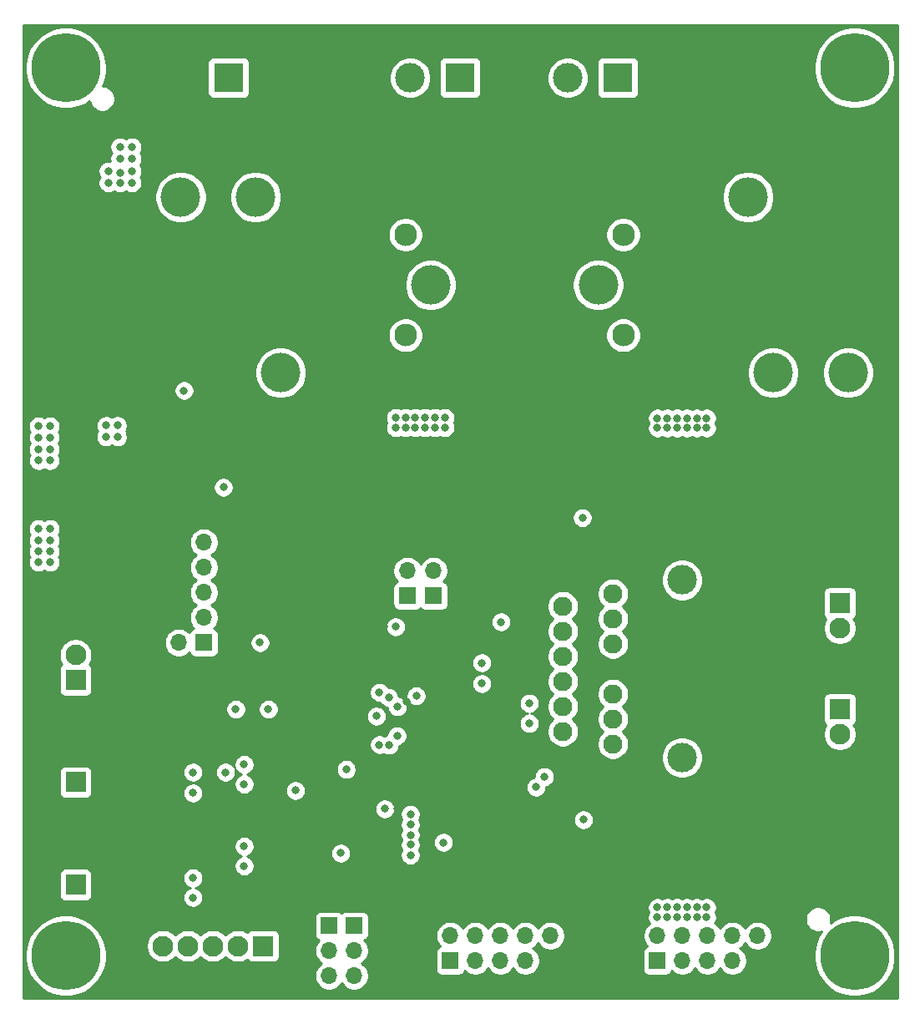
<source format=gbr>
%TF.GenerationSoftware,KiCad,Pcbnew,(5.1.6)-1*%
%TF.CreationDate,2022-04-28T16:11:12+09:00*%
%TF.ProjectId,FP-2500_TCU1000_V1.1,46502d32-3530-4305-9f54-435531303030,rev?*%
%TF.SameCoordinates,Original*%
%TF.FileFunction,Copper,L2,Inr*%
%TF.FilePolarity,Positive*%
%FSLAX46Y46*%
G04 Gerber Fmt 4.6, Leading zero omitted, Abs format (unit mm)*
G04 Created by KiCad (PCBNEW (5.1.6)-1) date 2022-04-28 16:11:12*
%MOMM*%
%LPD*%
G01*
G04 APERTURE LIST*
%TA.AperFunction,ViaPad*%
%ADD10C,3.000000*%
%TD*%
%TA.AperFunction,ViaPad*%
%ADD11O,1.700000X1.700000*%
%TD*%
%TA.AperFunction,ViaPad*%
%ADD12R,1.700000X1.700000*%
%TD*%
%TA.AperFunction,ViaPad*%
%ADD13C,4.000000*%
%TD*%
%TA.AperFunction,ViaPad*%
%ADD14C,2.300000*%
%TD*%
%TA.AperFunction,ViaPad*%
%ADD15C,2.100000*%
%TD*%
%TA.AperFunction,ViaPad*%
%ADD16R,2.100000X2.100000*%
%TD*%
%TA.AperFunction,ViaPad*%
%ADD17R,3.000000X3.000000*%
%TD*%
%TA.AperFunction,ViaPad*%
%ADD18C,1.950000*%
%TD*%
%TA.AperFunction,ViaPad*%
%ADD19C,0.800000*%
%TD*%
%TA.AperFunction,ViaPad*%
%ADD20C,7.000000*%
%TD*%
%TA.AperFunction,Conductor*%
%ADD21C,0.254000*%
%TD*%
G04 APERTURE END LIST*
D10*
%TO.N,Net-(HS1-Pad1)*%
%TO.C,HS1*%
X89500000Y-164900000D03*
X89500000Y-146900000D03*
%TD*%
D11*
%TO.N,VCC*%
%TO.C,J1*%
X76160000Y-182960000D03*
%TO.N,GND*%
X76160000Y-185500000D03*
%TO.N,/LCD_D7*%
X73620000Y-182960000D03*
%TO.N,/LCD_D6*%
X73620000Y-185500000D03*
%TO.N,/LCD_D5*%
X71080000Y-182960000D03*
%TO.N,/LCD_D4*%
X71080000Y-185500000D03*
%TO.N,/LCD_RS*%
X68540000Y-182960000D03*
%TO.N,/LCD_EN*%
X68540000Y-185500000D03*
%TO.N,/BTN_ENC*%
X66000000Y-182960000D03*
D12*
%TO.N,/BUZZER*%
X66000000Y-185500000D03*
%TD*%
D11*
%TO.N,Net-(J2-Pad10)*%
%TO.C,J2*%
X97160000Y-182960000D03*
%TO.N,GND*%
X97160000Y-185500000D03*
%TO.N,Net-(J2-Pad8)*%
X94620000Y-182960000D03*
%TO.N,Net-(J2-Pad7)*%
X94620000Y-185500000D03*
%TO.N,Net-(J2-Pad6)*%
X92080000Y-182960000D03*
%TO.N,/BTN_EN2*%
X92080000Y-185500000D03*
%TO.N,Net-(J2-Pad4)*%
X89540000Y-182960000D03*
%TO.N,/BTN_EN1*%
X89540000Y-185500000D03*
%TO.N,Net-(J2-Pad2)*%
X87000000Y-182960000D03*
D12*
%TO.N,Net-(J2-Pad1)*%
X87000000Y-185500000D03*
%TD*%
D11*
%TO.N,GND*%
%TO.C,J6*%
X38460000Y-143090000D03*
%TO.N,/MISO_PL2*%
X41000000Y-143090000D03*
%TO.N,GND*%
X38460000Y-145630000D03*
%TO.N,/SCK*%
X41000000Y-145630000D03*
%TO.N,GND*%
X38460000Y-148170000D03*
%TO.N,/RST*%
X41000000Y-148170000D03*
%TO.N,GND*%
X38460000Y-150710000D03*
%TO.N,Net-(J6-Pad3)*%
X41000000Y-150710000D03*
%TO.N,VCC*%
X38460000Y-153250000D03*
D12*
%TO.N,/MOSI_PL1*%
X41000000Y-153250000D03*
%TD*%
D11*
%TO.N,/KILL_SW*%
%TO.C,JP4*%
X53710000Y-187030000D03*
%TO.N,/RX_KILL*%
X53710000Y-184490000D03*
D12*
%TO.N,/RX*%
X53710000Y-181950000D03*
%TD*%
D13*
%TO.N,Net-(RLY1-Pad3)*%
%TO.C,RLY1*%
X38660000Y-108100000D03*
%TO.N,Net-(J4-Pad1)*%
X48800000Y-125900000D03*
D14*
%TO.N,Net-(D4-Pad1)*%
X61460000Y-122100000D03*
D13*
%TO.N,Net-(J4-Pad1)*%
X64000000Y-117000000D03*
D14*
%TO.N,VBUS*%
X61460000Y-111900000D03*
D13*
%TO.N,Net-(J4-Pad2)*%
X46260000Y-108100000D03*
%TD*%
D15*
%TO.N,Net-(D12-Pad1)*%
%TO.C,J10*%
X105500000Y-162540000D03*
D16*
%TO.N,Net-(D11-Pad1)*%
X105500000Y-160000000D03*
%TD*%
D15*
%TO.N,Net-(D10-Pad1)*%
%TO.C,J9*%
X105500000Y-151790000D03*
D16*
%TO.N,Net-(D13-Pad2)*%
X105500000Y-149250000D03*
%TD*%
D10*
%TO.N,Net-(J5-Pad2)*%
%TO.C,J5*%
X77920000Y-96000000D03*
D17*
%TO.N,Net-(J5-Pad1)*%
X83000000Y-96000000D03*
%TD*%
D10*
%TO.N,Net-(J4-Pad2)*%
%TO.C,J4*%
X61920000Y-96000000D03*
D17*
%TO.N,Net-(J4-Pad1)*%
X67000000Y-96000000D03*
%TD*%
D15*
%TO.N,GND*%
%TO.C,J8*%
X28000000Y-164860000D03*
D16*
%TO.N,Net-(C12-Pad1)*%
X28000000Y-167400000D03*
%TD*%
D15*
%TO.N,GND*%
%TO.C,J7*%
X28000000Y-175260000D03*
D16*
%TO.N,Net-(C11-Pad1)*%
X28000000Y-177800000D03*
%TD*%
D18*
%TO.N,GND*%
%TO.C,U3*%
X77420000Y-164790000D03*
%TO.N,Net-(D12-Pad1)*%
X82500000Y-163520000D03*
%TO.N,Net-(D11-Pad1)*%
X77420000Y-162250000D03*
%TO.N,/M2_IN2*%
X82500000Y-160980000D03*
%TO.N,/M2_EN*%
X77420000Y-159710000D03*
%TO.N,/M2_IN1*%
X82500000Y-158440000D03*
%TO.N,VBUS*%
X77420000Y-157170000D03*
%TO.N,GND*%
X82500000Y-155900000D03*
%TO.N,/M1_IN2*%
X77420000Y-154630000D03*
%TO.N,/M1_EN*%
X82500000Y-153360000D03*
%TO.N,/M1_IN1*%
X77420000Y-152090000D03*
%TO.N,VCC*%
X82500000Y-150820000D03*
%TO.N,Net-(D10-Pad1)*%
X77420000Y-149550000D03*
%TO.N,Net-(D13-Pad2)*%
X82500000Y-148280000D03*
%TO.N,GND*%
X77420000Y-147010000D03*
%TD*%
D13*
%TO.N,Net-(RLY2-Pad3)*%
%TO.C,RLY2*%
X106340000Y-125900000D03*
%TO.N,Net-(J5-Pad1)*%
X96200000Y-108100000D03*
D14*
%TO.N,Net-(D5-Pad1)*%
X83540000Y-111900000D03*
D13*
%TO.N,Net-(J5-Pad1)*%
X81000000Y-117000000D03*
D14*
%TO.N,VBUS*%
X83540000Y-122100000D03*
D13*
%TO.N,Net-(J5-Pad2)*%
X98740000Y-125900000D03*
%TD*%
D11*
%TO.N,/BUZZER*%
%TO.C,JP3*%
X56250000Y-187030000D03*
%TO.N,/TX_BUZ*%
X56250000Y-184490000D03*
D12*
%TO.N,/TX*%
X56250000Y-181950000D03*
%TD*%
D11*
%TO.N,Net-(JP2-Pad2)*%
%TO.C,JP2*%
X64300000Y-145960000D03*
D12*
%TO.N,/MISO_PL2*%
X64300000Y-148500000D03*
%TD*%
D11*
%TO.N,Net-(JP1-Pad2)*%
%TO.C,JP1*%
X61650000Y-145960000D03*
D12*
%TO.N,/MOSI_PL1*%
X61650000Y-148500000D03*
%TD*%
D15*
%TO.N,GND*%
%TO.C,J12*%
X28000000Y-151960000D03*
%TO.N,/KILL_SW*%
X28000000Y-154500000D03*
D16*
%TO.N,VCC*%
X28000000Y-157040000D03*
%TD*%
D15*
%TO.N,GND*%
%TO.C,J11*%
X34300000Y-184000000D03*
%TO.N,Net-(J11-Pad5)*%
X36840000Y-184000000D03*
%TO.N,VCC*%
X39380000Y-184000000D03*
%TO.N,/TX*%
X41920000Y-184000000D03*
%TO.N,/RX*%
X44460000Y-184000000D03*
D16*
%TO.N,Net-(J11-Pad1)*%
X47000000Y-184000000D03*
%TD*%
D10*
%TO.N,GND*%
%TO.C,J3*%
X38420000Y-96000000D03*
D17*
%TO.N,VBUS*%
X43500000Y-96000000D03*
%TD*%
D19*
%TO.N,Net-(H4-Pad1)*%
%TO.C,H4*%
X108856155Y-93143845D03*
X107000000Y-92375000D03*
X105143845Y-93143845D03*
X104375000Y-95000000D03*
X105143845Y-96856155D03*
X107000000Y-97625000D03*
X108856155Y-96856155D03*
X109625000Y-95000000D03*
D20*
X107000000Y-95000000D03*
%TD*%
D19*
%TO.N,Net-(H3-Pad1)*%
%TO.C,H3*%
X108856155Y-183143845D03*
X107000000Y-182375000D03*
X105143845Y-183143845D03*
X104375000Y-185000000D03*
X105143845Y-186856155D03*
X107000000Y-187625000D03*
X108856155Y-186856155D03*
X109625000Y-185000000D03*
D20*
X107000000Y-185000000D03*
%TD*%
D19*
%TO.N,Net-(H2-Pad1)*%
%TO.C,H2*%
X28856155Y-183143845D03*
X27000000Y-182375000D03*
X25143845Y-183143845D03*
X24375000Y-185000000D03*
X25143845Y-186856155D03*
X27000000Y-187625000D03*
X28856155Y-186856155D03*
X29625000Y-185000000D03*
D20*
X27000000Y-185000000D03*
%TD*%
D19*
%TO.N,Net-(H1-Pad1)*%
%TO.C,H1*%
X28856155Y-93143845D03*
X27000000Y-92375000D03*
X25143845Y-93143845D03*
X24375000Y-95000000D03*
X25143845Y-96856155D03*
X27000000Y-97625000D03*
X28856155Y-96856155D03*
X29625000Y-95000000D03*
D20*
X27000000Y-95000000D03*
%TD*%
D19*
%TO.N,GND*%
X54400000Y-178400000D03*
X55200000Y-148000000D03*
X47000000Y-137500000D03*
X56750000Y-141000000D03*
X56750000Y-140000000D03*
X24300000Y-103100000D03*
X24300000Y-104100000D03*
X32500000Y-122600000D03*
X30100000Y-115500000D03*
X31200000Y-115500000D03*
X32500000Y-115500000D03*
X30100000Y-118500000D03*
X31200000Y-118500000D03*
X32500000Y-118500000D03*
X33700000Y-122600000D03*
X33700000Y-118500000D03*
X33700000Y-115500000D03*
X32500000Y-125100000D03*
X33700000Y-125100000D03*
X32500000Y-126200000D03*
X33700000Y-126200000D03*
X32500000Y-144000000D03*
X33700000Y-144000000D03*
X32500000Y-145100000D03*
X33700000Y-145100000D03*
X32500000Y-142900000D03*
X33700000Y-142900000D03*
X32500000Y-141700000D03*
X33700000Y-141700000D03*
X39400000Y-171900000D03*
X41600000Y-173500000D03*
X39400000Y-164400000D03*
X39400000Y-161200000D03*
X41600000Y-162800000D03*
X39400000Y-175100000D03*
X45100000Y-170700000D03*
X59300000Y-151650000D03*
X55300000Y-155375000D03*
X53100000Y-151025000D03*
X61600000Y-159200000D03*
X99500000Y-136000000D03*
X96500000Y-133500000D03*
X82500000Y-133500000D03*
X79500000Y-136000000D03*
X99700000Y-175800000D03*
X96600000Y-178400000D03*
X82500000Y-178400000D03*
X79500000Y-175800000D03*
X69150000Y-140000000D03*
X69150000Y-141000000D03*
X74100000Y-138250000D03*
X74100000Y-139250000D03*
X70700000Y-148000000D03*
X60600000Y-170100000D03*
X55600000Y-178400000D03*
X32500000Y-123850000D03*
X33700000Y-123850000D03*
X33700000Y-117000000D03*
X32500000Y-140450000D03*
X33700000Y-140450000D03*
X33700000Y-137850000D03*
X33700000Y-139150000D03*
X33700000Y-121500000D03*
X32500000Y-121500000D03*
%TO.N,VCC*%
X43000000Y-137500000D03*
X59350000Y-170100000D03*
X69200000Y-155300000D03*
X69200000Y-157400000D03*
X39900000Y-166400000D03*
X39900000Y-177100000D03*
X45100000Y-175900000D03*
X45100000Y-167600000D03*
X45100000Y-165600000D03*
X58800000Y-158300000D03*
X60450000Y-151650000D03*
X31100000Y-131250000D03*
X25400000Y-133650000D03*
X31100000Y-132400000D03*
X24250000Y-141700000D03*
X25400000Y-141700000D03*
X24250000Y-132450000D03*
X24250000Y-133650000D03*
X25400000Y-131300000D03*
X25400000Y-132450000D03*
X24250000Y-131300000D03*
X24250000Y-144000000D03*
X25400000Y-144000000D03*
X24250000Y-142900000D03*
X24250000Y-145100000D03*
X25400000Y-145100000D03*
X25400000Y-142900000D03*
X24250000Y-134800000D03*
X25400000Y-134800000D03*
X32250000Y-131250000D03*
X32250000Y-132400000D03*
%TO.N,VBUS*%
X39000000Y-127700000D03*
X87000000Y-131500000D03*
X88000000Y-131500000D03*
X89000000Y-131500000D03*
X90000000Y-131500000D03*
X91000000Y-131500000D03*
X92000000Y-131500000D03*
X87000000Y-130500000D03*
X88000000Y-130500000D03*
X89000000Y-130500000D03*
X90000000Y-130500000D03*
X91000000Y-130500000D03*
X92000000Y-130500000D03*
X90000000Y-181100000D03*
X90000000Y-180100000D03*
X88000000Y-180100000D03*
X88000000Y-181100000D03*
X91000000Y-181100000D03*
X87000000Y-181100000D03*
X91000000Y-180100000D03*
X87000000Y-180100000D03*
X89000000Y-180100000D03*
X92000000Y-180100000D03*
X92000000Y-181100000D03*
X89000000Y-181100000D03*
X63450000Y-131450000D03*
X63450000Y-130450000D03*
X61450000Y-130450000D03*
X61450000Y-131450000D03*
X64450000Y-131450000D03*
X60450000Y-131450000D03*
X64450000Y-130450000D03*
X60450000Y-130450000D03*
X62450000Y-130450000D03*
X65450000Y-130450000D03*
X65450000Y-131450000D03*
X62450000Y-131450000D03*
X33700000Y-105450000D03*
X33700000Y-106650000D03*
X33700000Y-104200000D03*
X32500000Y-105600000D03*
X31300000Y-105450000D03*
X32500000Y-106650000D03*
X31300000Y-106650000D03*
X32500000Y-104200000D03*
X32500000Y-103000000D03*
X33700000Y-103000000D03*
%TO.N,Net-(D10-Pad1)*%
X79400000Y-140600000D03*
%TO.N,Net-(D11-Pad1)*%
X79500000Y-171200000D03*
%TO.N,/BTN_ENC*%
X61950000Y-172750000D03*
X65300000Y-173500000D03*
%TO.N,/BTN_EN2*%
X61950000Y-174800000D03*
%TO.N,/BTN_EN1*%
X61950000Y-173750000D03*
%TO.N,/MISO_PL2*%
X60650000Y-159750000D03*
%TO.N,/SCK*%
X55450000Y-166100000D03*
X45100000Y-173900000D03*
X47550000Y-160000000D03*
X43200000Y-166400000D03*
X44250000Y-160000000D03*
%TO.N,/RST*%
X60600000Y-162700000D03*
X54900000Y-174600000D03*
%TO.N,/MOSI_PL1*%
X59750000Y-158800000D03*
X46700000Y-153250000D03*
%TO.N,/KILL_SW*%
X50300000Y-168250000D03*
%TO.N,/TH1*%
X39900000Y-179100000D03*
X59800000Y-163650000D03*
%TO.N,/TH2*%
X58800000Y-163600000D03*
X39900000Y-168500000D03*
%TO.N,/M2_IN2*%
X74700000Y-167900000D03*
X58500000Y-160700000D03*
X74000000Y-161450000D03*
%TO.N,/M2_IN1*%
X75550000Y-166850000D03*
X74000000Y-159400000D03*
X62550000Y-158650000D03*
%TO.N,/M1_IN2*%
X71150000Y-151150000D03*
%TO.N,/M2_EN*%
X61950000Y-170650000D03*
%TO.N,/M1_EN*%
X61950000Y-171700000D03*
%TD*%
D21*
%TO.N,GND*%
G36*
X111315001Y-189315000D02*
G01*
X22685000Y-189315000D01*
X22685000Y-184592738D01*
X22865000Y-184592738D01*
X22865000Y-185407262D01*
X23023906Y-186206135D01*
X23335611Y-186958657D01*
X23788136Y-187635909D01*
X24364091Y-188211864D01*
X25041343Y-188664389D01*
X25793865Y-188976094D01*
X26592738Y-189135000D01*
X27407262Y-189135000D01*
X28206135Y-188976094D01*
X28958657Y-188664389D01*
X29635909Y-188211864D01*
X30211864Y-187635909D01*
X30664389Y-186958657D01*
X30976094Y-186206135D01*
X31135000Y-185407262D01*
X31135000Y-184592738D01*
X30984086Y-183834042D01*
X35155000Y-183834042D01*
X35155000Y-184165958D01*
X35219754Y-184491496D01*
X35346772Y-184798147D01*
X35531175Y-185074125D01*
X35765875Y-185308825D01*
X36041853Y-185493228D01*
X36348504Y-185620246D01*
X36674042Y-185685000D01*
X37005958Y-185685000D01*
X37331496Y-185620246D01*
X37638147Y-185493228D01*
X37914125Y-185308825D01*
X38110000Y-185112950D01*
X38305875Y-185308825D01*
X38581853Y-185493228D01*
X38888504Y-185620246D01*
X39214042Y-185685000D01*
X39545958Y-185685000D01*
X39871496Y-185620246D01*
X40178147Y-185493228D01*
X40454125Y-185308825D01*
X40650000Y-185112950D01*
X40845875Y-185308825D01*
X41121853Y-185493228D01*
X41428504Y-185620246D01*
X41754042Y-185685000D01*
X42085958Y-185685000D01*
X42411496Y-185620246D01*
X42718147Y-185493228D01*
X42994125Y-185308825D01*
X43190000Y-185112950D01*
X43385875Y-185308825D01*
X43661853Y-185493228D01*
X43968504Y-185620246D01*
X44294042Y-185685000D01*
X44625958Y-185685000D01*
X44951496Y-185620246D01*
X45258147Y-185493228D01*
X45411958Y-185390454D01*
X45419463Y-185404494D01*
X45498815Y-185501185D01*
X45595506Y-185580537D01*
X45705820Y-185639502D01*
X45825518Y-185675812D01*
X45950000Y-185688072D01*
X48050000Y-185688072D01*
X48174482Y-185675812D01*
X48294180Y-185639502D01*
X48404494Y-185580537D01*
X48501185Y-185501185D01*
X48580537Y-185404494D01*
X48639502Y-185294180D01*
X48675812Y-185174482D01*
X48688072Y-185050000D01*
X48688072Y-182950000D01*
X48675812Y-182825518D01*
X48639502Y-182705820D01*
X48580537Y-182595506D01*
X48501185Y-182498815D01*
X48404494Y-182419463D01*
X48294180Y-182360498D01*
X48174482Y-182324188D01*
X48050000Y-182311928D01*
X45950000Y-182311928D01*
X45825518Y-182324188D01*
X45705820Y-182360498D01*
X45595506Y-182419463D01*
X45498815Y-182498815D01*
X45419463Y-182595506D01*
X45411958Y-182609546D01*
X45258147Y-182506772D01*
X44951496Y-182379754D01*
X44625958Y-182315000D01*
X44294042Y-182315000D01*
X43968504Y-182379754D01*
X43661853Y-182506772D01*
X43385875Y-182691175D01*
X43190000Y-182887050D01*
X42994125Y-182691175D01*
X42718147Y-182506772D01*
X42411496Y-182379754D01*
X42085958Y-182315000D01*
X41754042Y-182315000D01*
X41428504Y-182379754D01*
X41121853Y-182506772D01*
X40845875Y-182691175D01*
X40650000Y-182887050D01*
X40454125Y-182691175D01*
X40178147Y-182506772D01*
X39871496Y-182379754D01*
X39545958Y-182315000D01*
X39214042Y-182315000D01*
X38888504Y-182379754D01*
X38581853Y-182506772D01*
X38305875Y-182691175D01*
X38110000Y-182887050D01*
X37914125Y-182691175D01*
X37638147Y-182506772D01*
X37331496Y-182379754D01*
X37005958Y-182315000D01*
X36674042Y-182315000D01*
X36348504Y-182379754D01*
X36041853Y-182506772D01*
X35765875Y-182691175D01*
X35531175Y-182925875D01*
X35346772Y-183201853D01*
X35219754Y-183508504D01*
X35155000Y-183834042D01*
X30984086Y-183834042D01*
X30976094Y-183793865D01*
X30664389Y-183041343D01*
X30211864Y-182364091D01*
X29635909Y-181788136D01*
X28958657Y-181335611D01*
X28389843Y-181100000D01*
X52221928Y-181100000D01*
X52221928Y-182800000D01*
X52234188Y-182924482D01*
X52270498Y-183044180D01*
X52329463Y-183154494D01*
X52408815Y-183251185D01*
X52505506Y-183330537D01*
X52615820Y-183389502D01*
X52688380Y-183411513D01*
X52556525Y-183543368D01*
X52394010Y-183786589D01*
X52282068Y-184056842D01*
X52225000Y-184343740D01*
X52225000Y-184636260D01*
X52282068Y-184923158D01*
X52394010Y-185193411D01*
X52556525Y-185436632D01*
X52763368Y-185643475D01*
X52937760Y-185760000D01*
X52763368Y-185876525D01*
X52556525Y-186083368D01*
X52394010Y-186326589D01*
X52282068Y-186596842D01*
X52225000Y-186883740D01*
X52225000Y-187176260D01*
X52282068Y-187463158D01*
X52394010Y-187733411D01*
X52556525Y-187976632D01*
X52763368Y-188183475D01*
X53006589Y-188345990D01*
X53276842Y-188457932D01*
X53563740Y-188515000D01*
X53856260Y-188515000D01*
X54143158Y-188457932D01*
X54413411Y-188345990D01*
X54656632Y-188183475D01*
X54863475Y-187976632D01*
X54980000Y-187802240D01*
X55096525Y-187976632D01*
X55303368Y-188183475D01*
X55546589Y-188345990D01*
X55816842Y-188457932D01*
X56103740Y-188515000D01*
X56396260Y-188515000D01*
X56683158Y-188457932D01*
X56953411Y-188345990D01*
X57196632Y-188183475D01*
X57403475Y-187976632D01*
X57565990Y-187733411D01*
X57677932Y-187463158D01*
X57735000Y-187176260D01*
X57735000Y-186883740D01*
X57677932Y-186596842D01*
X57565990Y-186326589D01*
X57403475Y-186083368D01*
X57196632Y-185876525D01*
X57022240Y-185760000D01*
X57196632Y-185643475D01*
X57403475Y-185436632D01*
X57565990Y-185193411D01*
X57677932Y-184923158D01*
X57732266Y-184650000D01*
X64511928Y-184650000D01*
X64511928Y-186350000D01*
X64524188Y-186474482D01*
X64560498Y-186594180D01*
X64619463Y-186704494D01*
X64698815Y-186801185D01*
X64795506Y-186880537D01*
X64905820Y-186939502D01*
X65025518Y-186975812D01*
X65150000Y-186988072D01*
X66850000Y-186988072D01*
X66974482Y-186975812D01*
X67094180Y-186939502D01*
X67204494Y-186880537D01*
X67301185Y-186801185D01*
X67380537Y-186704494D01*
X67439502Y-186594180D01*
X67461513Y-186521620D01*
X67593368Y-186653475D01*
X67836589Y-186815990D01*
X68106842Y-186927932D01*
X68393740Y-186985000D01*
X68686260Y-186985000D01*
X68973158Y-186927932D01*
X69243411Y-186815990D01*
X69486632Y-186653475D01*
X69693475Y-186446632D01*
X69810000Y-186272240D01*
X69926525Y-186446632D01*
X70133368Y-186653475D01*
X70376589Y-186815990D01*
X70646842Y-186927932D01*
X70933740Y-186985000D01*
X71226260Y-186985000D01*
X71513158Y-186927932D01*
X71783411Y-186815990D01*
X72026632Y-186653475D01*
X72233475Y-186446632D01*
X72350000Y-186272240D01*
X72466525Y-186446632D01*
X72673368Y-186653475D01*
X72916589Y-186815990D01*
X73186842Y-186927932D01*
X73473740Y-186985000D01*
X73766260Y-186985000D01*
X74053158Y-186927932D01*
X74323411Y-186815990D01*
X74566632Y-186653475D01*
X74773475Y-186446632D01*
X74935990Y-186203411D01*
X75047932Y-185933158D01*
X75105000Y-185646260D01*
X75105000Y-185353740D01*
X75047932Y-185066842D01*
X74935990Y-184796589D01*
X74838043Y-184650000D01*
X85511928Y-184650000D01*
X85511928Y-186350000D01*
X85524188Y-186474482D01*
X85560498Y-186594180D01*
X85619463Y-186704494D01*
X85698815Y-186801185D01*
X85795506Y-186880537D01*
X85905820Y-186939502D01*
X86025518Y-186975812D01*
X86150000Y-186988072D01*
X87850000Y-186988072D01*
X87974482Y-186975812D01*
X88094180Y-186939502D01*
X88204494Y-186880537D01*
X88301185Y-186801185D01*
X88380537Y-186704494D01*
X88439502Y-186594180D01*
X88461513Y-186521620D01*
X88593368Y-186653475D01*
X88836589Y-186815990D01*
X89106842Y-186927932D01*
X89393740Y-186985000D01*
X89686260Y-186985000D01*
X89973158Y-186927932D01*
X90243411Y-186815990D01*
X90486632Y-186653475D01*
X90693475Y-186446632D01*
X90810000Y-186272240D01*
X90926525Y-186446632D01*
X91133368Y-186653475D01*
X91376589Y-186815990D01*
X91646842Y-186927932D01*
X91933740Y-186985000D01*
X92226260Y-186985000D01*
X92513158Y-186927932D01*
X92783411Y-186815990D01*
X93026632Y-186653475D01*
X93233475Y-186446632D01*
X93350000Y-186272240D01*
X93466525Y-186446632D01*
X93673368Y-186653475D01*
X93916589Y-186815990D01*
X94186842Y-186927932D01*
X94473740Y-186985000D01*
X94766260Y-186985000D01*
X95053158Y-186927932D01*
X95323411Y-186815990D01*
X95566632Y-186653475D01*
X95773475Y-186446632D01*
X95935990Y-186203411D01*
X96047932Y-185933158D01*
X96105000Y-185646260D01*
X96105000Y-185353740D01*
X96047932Y-185066842D01*
X95935990Y-184796589D01*
X95773475Y-184553368D01*
X95566632Y-184346525D01*
X95392240Y-184230000D01*
X95566632Y-184113475D01*
X95773475Y-183906632D01*
X95890000Y-183732240D01*
X96006525Y-183906632D01*
X96213368Y-184113475D01*
X96456589Y-184275990D01*
X96726842Y-184387932D01*
X97013740Y-184445000D01*
X97306260Y-184445000D01*
X97593158Y-184387932D01*
X97863411Y-184275990D01*
X98106632Y-184113475D01*
X98313475Y-183906632D01*
X98475990Y-183663411D01*
X98587932Y-183393158D01*
X98645000Y-183106260D01*
X98645000Y-182813740D01*
X98587932Y-182526842D01*
X98475990Y-182256589D01*
X98313475Y-182013368D01*
X98106632Y-181806525D01*
X97863411Y-181644010D01*
X97593158Y-181532068D01*
X97306260Y-181475000D01*
X97013740Y-181475000D01*
X96726842Y-181532068D01*
X96456589Y-181644010D01*
X96213368Y-181806525D01*
X96006525Y-182013368D01*
X95890000Y-182187760D01*
X95773475Y-182013368D01*
X95566632Y-181806525D01*
X95323411Y-181644010D01*
X95053158Y-181532068D01*
X94766260Y-181475000D01*
X94473740Y-181475000D01*
X94186842Y-181532068D01*
X93916589Y-181644010D01*
X93673368Y-181806525D01*
X93466525Y-182013368D01*
X93350000Y-182187760D01*
X93233475Y-182013368D01*
X93026632Y-181806525D01*
X92851077Y-181689223D01*
X92917205Y-181590256D01*
X92995226Y-181401898D01*
X93035000Y-181201939D01*
X93035000Y-181171990D01*
X102000289Y-181171990D01*
X102000289Y-181428010D01*
X102050236Y-181679112D01*
X102148211Y-181915644D01*
X102290448Y-182128518D01*
X102471482Y-182309552D01*
X102684356Y-182451789D01*
X102920888Y-182549764D01*
X103171990Y-182599711D01*
X103428010Y-182599711D01*
X103661768Y-182553214D01*
X103335611Y-183041343D01*
X103023906Y-183793865D01*
X102865000Y-184592738D01*
X102865000Y-185407262D01*
X103023906Y-186206135D01*
X103335611Y-186958657D01*
X103788136Y-187635909D01*
X104364091Y-188211864D01*
X105041343Y-188664389D01*
X105793865Y-188976094D01*
X106592738Y-189135000D01*
X107407262Y-189135000D01*
X108206135Y-188976094D01*
X108958657Y-188664389D01*
X109635909Y-188211864D01*
X110211864Y-187635909D01*
X110664389Y-186958657D01*
X110976094Y-186206135D01*
X111135000Y-185407262D01*
X111135000Y-184592738D01*
X110976094Y-183793865D01*
X110664389Y-183041343D01*
X110211864Y-182364091D01*
X109635909Y-181788136D01*
X108958657Y-181335611D01*
X108206135Y-181023906D01*
X107407262Y-180865000D01*
X106592738Y-180865000D01*
X105793865Y-181023906D01*
X105041343Y-181335611D01*
X104553214Y-181661768D01*
X104599711Y-181428010D01*
X104599711Y-181171990D01*
X104549764Y-180920888D01*
X104451789Y-180684356D01*
X104309552Y-180471482D01*
X104128518Y-180290448D01*
X103915644Y-180148211D01*
X103679112Y-180050236D01*
X103428010Y-180000289D01*
X103171990Y-180000289D01*
X102920888Y-180050236D01*
X102684356Y-180148211D01*
X102471482Y-180290448D01*
X102290448Y-180471482D01*
X102148211Y-180684356D01*
X102050236Y-180920888D01*
X102000289Y-181171990D01*
X93035000Y-181171990D01*
X93035000Y-180998061D01*
X92995226Y-180798102D01*
X92917205Y-180609744D01*
X92910694Y-180600000D01*
X92917205Y-180590256D01*
X92995226Y-180401898D01*
X93035000Y-180201939D01*
X93035000Y-179998061D01*
X92995226Y-179798102D01*
X92917205Y-179609744D01*
X92803937Y-179440226D01*
X92659774Y-179296063D01*
X92490256Y-179182795D01*
X92301898Y-179104774D01*
X92101939Y-179065000D01*
X91898061Y-179065000D01*
X91698102Y-179104774D01*
X91509744Y-179182795D01*
X91500000Y-179189306D01*
X91490256Y-179182795D01*
X91301898Y-179104774D01*
X91101939Y-179065000D01*
X90898061Y-179065000D01*
X90698102Y-179104774D01*
X90509744Y-179182795D01*
X90500000Y-179189306D01*
X90490256Y-179182795D01*
X90301898Y-179104774D01*
X90101939Y-179065000D01*
X89898061Y-179065000D01*
X89698102Y-179104774D01*
X89509744Y-179182795D01*
X89500000Y-179189306D01*
X89490256Y-179182795D01*
X89301898Y-179104774D01*
X89101939Y-179065000D01*
X88898061Y-179065000D01*
X88698102Y-179104774D01*
X88509744Y-179182795D01*
X88500000Y-179189306D01*
X88490256Y-179182795D01*
X88301898Y-179104774D01*
X88101939Y-179065000D01*
X87898061Y-179065000D01*
X87698102Y-179104774D01*
X87509744Y-179182795D01*
X87500000Y-179189306D01*
X87490256Y-179182795D01*
X87301898Y-179104774D01*
X87101939Y-179065000D01*
X86898061Y-179065000D01*
X86698102Y-179104774D01*
X86509744Y-179182795D01*
X86340226Y-179296063D01*
X86196063Y-179440226D01*
X86082795Y-179609744D01*
X86004774Y-179798102D01*
X85965000Y-179998061D01*
X85965000Y-180201939D01*
X86004774Y-180401898D01*
X86082795Y-180590256D01*
X86089306Y-180600000D01*
X86082795Y-180609744D01*
X86004774Y-180798102D01*
X85965000Y-180998061D01*
X85965000Y-181201939D01*
X86004774Y-181401898D01*
X86082795Y-181590256D01*
X86173615Y-181726178D01*
X86053368Y-181806525D01*
X85846525Y-182013368D01*
X85684010Y-182256589D01*
X85572068Y-182526842D01*
X85515000Y-182813740D01*
X85515000Y-183106260D01*
X85572068Y-183393158D01*
X85684010Y-183663411D01*
X85846525Y-183906632D01*
X85978380Y-184038487D01*
X85905820Y-184060498D01*
X85795506Y-184119463D01*
X85698815Y-184198815D01*
X85619463Y-184295506D01*
X85560498Y-184405820D01*
X85524188Y-184525518D01*
X85511928Y-184650000D01*
X74838043Y-184650000D01*
X74773475Y-184553368D01*
X74566632Y-184346525D01*
X74392240Y-184230000D01*
X74566632Y-184113475D01*
X74773475Y-183906632D01*
X74890000Y-183732240D01*
X75006525Y-183906632D01*
X75213368Y-184113475D01*
X75456589Y-184275990D01*
X75726842Y-184387932D01*
X76013740Y-184445000D01*
X76306260Y-184445000D01*
X76593158Y-184387932D01*
X76863411Y-184275990D01*
X77106632Y-184113475D01*
X77313475Y-183906632D01*
X77475990Y-183663411D01*
X77587932Y-183393158D01*
X77645000Y-183106260D01*
X77645000Y-182813740D01*
X77587932Y-182526842D01*
X77475990Y-182256589D01*
X77313475Y-182013368D01*
X77106632Y-181806525D01*
X76863411Y-181644010D01*
X76593158Y-181532068D01*
X76306260Y-181475000D01*
X76013740Y-181475000D01*
X75726842Y-181532068D01*
X75456589Y-181644010D01*
X75213368Y-181806525D01*
X75006525Y-182013368D01*
X74890000Y-182187760D01*
X74773475Y-182013368D01*
X74566632Y-181806525D01*
X74323411Y-181644010D01*
X74053158Y-181532068D01*
X73766260Y-181475000D01*
X73473740Y-181475000D01*
X73186842Y-181532068D01*
X72916589Y-181644010D01*
X72673368Y-181806525D01*
X72466525Y-182013368D01*
X72350000Y-182187760D01*
X72233475Y-182013368D01*
X72026632Y-181806525D01*
X71783411Y-181644010D01*
X71513158Y-181532068D01*
X71226260Y-181475000D01*
X70933740Y-181475000D01*
X70646842Y-181532068D01*
X70376589Y-181644010D01*
X70133368Y-181806525D01*
X69926525Y-182013368D01*
X69810000Y-182187760D01*
X69693475Y-182013368D01*
X69486632Y-181806525D01*
X69243411Y-181644010D01*
X68973158Y-181532068D01*
X68686260Y-181475000D01*
X68393740Y-181475000D01*
X68106842Y-181532068D01*
X67836589Y-181644010D01*
X67593368Y-181806525D01*
X67386525Y-182013368D01*
X67270000Y-182187760D01*
X67153475Y-182013368D01*
X66946632Y-181806525D01*
X66703411Y-181644010D01*
X66433158Y-181532068D01*
X66146260Y-181475000D01*
X65853740Y-181475000D01*
X65566842Y-181532068D01*
X65296589Y-181644010D01*
X65053368Y-181806525D01*
X64846525Y-182013368D01*
X64684010Y-182256589D01*
X64572068Y-182526842D01*
X64515000Y-182813740D01*
X64515000Y-183106260D01*
X64572068Y-183393158D01*
X64684010Y-183663411D01*
X64846525Y-183906632D01*
X64978380Y-184038487D01*
X64905820Y-184060498D01*
X64795506Y-184119463D01*
X64698815Y-184198815D01*
X64619463Y-184295506D01*
X64560498Y-184405820D01*
X64524188Y-184525518D01*
X64511928Y-184650000D01*
X57732266Y-184650000D01*
X57735000Y-184636260D01*
X57735000Y-184343740D01*
X57677932Y-184056842D01*
X57565990Y-183786589D01*
X57403475Y-183543368D01*
X57271620Y-183411513D01*
X57344180Y-183389502D01*
X57454494Y-183330537D01*
X57551185Y-183251185D01*
X57630537Y-183154494D01*
X57689502Y-183044180D01*
X57725812Y-182924482D01*
X57738072Y-182800000D01*
X57738072Y-181100000D01*
X57725812Y-180975518D01*
X57689502Y-180855820D01*
X57630537Y-180745506D01*
X57551185Y-180648815D01*
X57454494Y-180569463D01*
X57344180Y-180510498D01*
X57224482Y-180474188D01*
X57100000Y-180461928D01*
X55400000Y-180461928D01*
X55275518Y-180474188D01*
X55155820Y-180510498D01*
X55045506Y-180569463D01*
X54980000Y-180623222D01*
X54914494Y-180569463D01*
X54804180Y-180510498D01*
X54684482Y-180474188D01*
X54560000Y-180461928D01*
X52860000Y-180461928D01*
X52735518Y-180474188D01*
X52615820Y-180510498D01*
X52505506Y-180569463D01*
X52408815Y-180648815D01*
X52329463Y-180745506D01*
X52270498Y-180855820D01*
X52234188Y-180975518D01*
X52221928Y-181100000D01*
X28389843Y-181100000D01*
X28206135Y-181023906D01*
X27407262Y-180865000D01*
X26592738Y-180865000D01*
X25793865Y-181023906D01*
X25041343Y-181335611D01*
X24364091Y-181788136D01*
X23788136Y-182364091D01*
X23335611Y-183041343D01*
X23023906Y-183793865D01*
X22865000Y-184592738D01*
X22685000Y-184592738D01*
X22685000Y-176750000D01*
X26311928Y-176750000D01*
X26311928Y-178850000D01*
X26324188Y-178974482D01*
X26360498Y-179094180D01*
X26419463Y-179204494D01*
X26498815Y-179301185D01*
X26595506Y-179380537D01*
X26705820Y-179439502D01*
X26825518Y-179475812D01*
X26950000Y-179488072D01*
X29050000Y-179488072D01*
X29174482Y-179475812D01*
X29294180Y-179439502D01*
X29404494Y-179380537D01*
X29501185Y-179301185D01*
X29580537Y-179204494D01*
X29639502Y-179094180D01*
X29675812Y-178974482D01*
X29688072Y-178850000D01*
X29688072Y-176998061D01*
X38865000Y-176998061D01*
X38865000Y-177201939D01*
X38904774Y-177401898D01*
X38982795Y-177590256D01*
X39096063Y-177759774D01*
X39240226Y-177903937D01*
X39409744Y-178017205D01*
X39598102Y-178095226D01*
X39622103Y-178100000D01*
X39598102Y-178104774D01*
X39409744Y-178182795D01*
X39240226Y-178296063D01*
X39096063Y-178440226D01*
X38982795Y-178609744D01*
X38904774Y-178798102D01*
X38865000Y-178998061D01*
X38865000Y-179201939D01*
X38904774Y-179401898D01*
X38982795Y-179590256D01*
X39096063Y-179759774D01*
X39240226Y-179903937D01*
X39409744Y-180017205D01*
X39598102Y-180095226D01*
X39798061Y-180135000D01*
X40001939Y-180135000D01*
X40201898Y-180095226D01*
X40390256Y-180017205D01*
X40559774Y-179903937D01*
X40703937Y-179759774D01*
X40817205Y-179590256D01*
X40895226Y-179401898D01*
X40935000Y-179201939D01*
X40935000Y-178998061D01*
X40895226Y-178798102D01*
X40817205Y-178609744D01*
X40703937Y-178440226D01*
X40559774Y-178296063D01*
X40390256Y-178182795D01*
X40201898Y-178104774D01*
X40177897Y-178100000D01*
X40201898Y-178095226D01*
X40390256Y-178017205D01*
X40559774Y-177903937D01*
X40703937Y-177759774D01*
X40817205Y-177590256D01*
X40895226Y-177401898D01*
X40935000Y-177201939D01*
X40935000Y-176998061D01*
X40895226Y-176798102D01*
X40817205Y-176609744D01*
X40703937Y-176440226D01*
X40559774Y-176296063D01*
X40390256Y-176182795D01*
X40201898Y-176104774D01*
X40001939Y-176065000D01*
X39798061Y-176065000D01*
X39598102Y-176104774D01*
X39409744Y-176182795D01*
X39240226Y-176296063D01*
X39096063Y-176440226D01*
X38982795Y-176609744D01*
X38904774Y-176798102D01*
X38865000Y-176998061D01*
X29688072Y-176998061D01*
X29688072Y-176750000D01*
X29675812Y-176625518D01*
X29639502Y-176505820D01*
X29580537Y-176395506D01*
X29501185Y-176298815D01*
X29404494Y-176219463D01*
X29294180Y-176160498D01*
X29174482Y-176124188D01*
X29050000Y-176111928D01*
X26950000Y-176111928D01*
X26825518Y-176124188D01*
X26705820Y-176160498D01*
X26595506Y-176219463D01*
X26498815Y-176298815D01*
X26419463Y-176395506D01*
X26360498Y-176505820D01*
X26324188Y-176625518D01*
X26311928Y-176750000D01*
X22685000Y-176750000D01*
X22685000Y-173798061D01*
X44065000Y-173798061D01*
X44065000Y-174001939D01*
X44104774Y-174201898D01*
X44182795Y-174390256D01*
X44296063Y-174559774D01*
X44440226Y-174703937D01*
X44609744Y-174817205D01*
X44798102Y-174895226D01*
X44822103Y-174900000D01*
X44798102Y-174904774D01*
X44609744Y-174982795D01*
X44440226Y-175096063D01*
X44296063Y-175240226D01*
X44182795Y-175409744D01*
X44104774Y-175598102D01*
X44065000Y-175798061D01*
X44065000Y-176001939D01*
X44104774Y-176201898D01*
X44182795Y-176390256D01*
X44296063Y-176559774D01*
X44440226Y-176703937D01*
X44609744Y-176817205D01*
X44798102Y-176895226D01*
X44998061Y-176935000D01*
X45201939Y-176935000D01*
X45401898Y-176895226D01*
X45590256Y-176817205D01*
X45759774Y-176703937D01*
X45903937Y-176559774D01*
X46017205Y-176390256D01*
X46095226Y-176201898D01*
X46135000Y-176001939D01*
X46135000Y-175798061D01*
X46095226Y-175598102D01*
X46017205Y-175409744D01*
X45903937Y-175240226D01*
X45759774Y-175096063D01*
X45590256Y-174982795D01*
X45401898Y-174904774D01*
X45377897Y-174900000D01*
X45401898Y-174895226D01*
X45590256Y-174817205D01*
X45759774Y-174703937D01*
X45903937Y-174559774D01*
X45945172Y-174498061D01*
X53865000Y-174498061D01*
X53865000Y-174701939D01*
X53904774Y-174901898D01*
X53982795Y-175090256D01*
X54096063Y-175259774D01*
X54240226Y-175403937D01*
X54409744Y-175517205D01*
X54598102Y-175595226D01*
X54798061Y-175635000D01*
X55001939Y-175635000D01*
X55201898Y-175595226D01*
X55390256Y-175517205D01*
X55559774Y-175403937D01*
X55703937Y-175259774D01*
X55817205Y-175090256D01*
X55895226Y-174901898D01*
X55935000Y-174701939D01*
X55935000Y-174498061D01*
X55895226Y-174298102D01*
X55817205Y-174109744D01*
X55703937Y-173940226D01*
X55559774Y-173796063D01*
X55390256Y-173682795D01*
X55201898Y-173604774D01*
X55001939Y-173565000D01*
X54798061Y-173565000D01*
X54598102Y-173604774D01*
X54409744Y-173682795D01*
X54240226Y-173796063D01*
X54096063Y-173940226D01*
X53982795Y-174109744D01*
X53904774Y-174298102D01*
X53865000Y-174498061D01*
X45945172Y-174498061D01*
X46017205Y-174390256D01*
X46095226Y-174201898D01*
X46135000Y-174001939D01*
X46135000Y-173798061D01*
X46095226Y-173598102D01*
X46017205Y-173409744D01*
X45903937Y-173240226D01*
X45759774Y-173096063D01*
X45590256Y-172982795D01*
X45401898Y-172904774D01*
X45201939Y-172865000D01*
X44998061Y-172865000D01*
X44798102Y-172904774D01*
X44609744Y-172982795D01*
X44440226Y-173096063D01*
X44296063Y-173240226D01*
X44182795Y-173409744D01*
X44104774Y-173598102D01*
X44065000Y-173798061D01*
X22685000Y-173798061D01*
X22685000Y-169998061D01*
X58315000Y-169998061D01*
X58315000Y-170201939D01*
X58354774Y-170401898D01*
X58432795Y-170590256D01*
X58546063Y-170759774D01*
X58690226Y-170903937D01*
X58859744Y-171017205D01*
X59048102Y-171095226D01*
X59248061Y-171135000D01*
X59451939Y-171135000D01*
X59651898Y-171095226D01*
X59840256Y-171017205D01*
X60009774Y-170903937D01*
X60153937Y-170759774D01*
X60267205Y-170590256D01*
X60284682Y-170548061D01*
X60915000Y-170548061D01*
X60915000Y-170751939D01*
X60954774Y-170951898D01*
X61032795Y-171140256D01*
X61056010Y-171175000D01*
X61032795Y-171209744D01*
X60954774Y-171398102D01*
X60915000Y-171598061D01*
X60915000Y-171801939D01*
X60954774Y-172001898D01*
X61032795Y-172190256D01*
X61056010Y-172225000D01*
X61032795Y-172259744D01*
X60954774Y-172448102D01*
X60915000Y-172648061D01*
X60915000Y-172851939D01*
X60954774Y-173051898D01*
X61032795Y-173240256D01*
X61039306Y-173250000D01*
X61032795Y-173259744D01*
X60954774Y-173448102D01*
X60915000Y-173648061D01*
X60915000Y-173851939D01*
X60954774Y-174051898D01*
X61032795Y-174240256D01*
X61056010Y-174275000D01*
X61032795Y-174309744D01*
X60954774Y-174498102D01*
X60915000Y-174698061D01*
X60915000Y-174901939D01*
X60954774Y-175101898D01*
X61032795Y-175290256D01*
X61146063Y-175459774D01*
X61290226Y-175603937D01*
X61459744Y-175717205D01*
X61648102Y-175795226D01*
X61848061Y-175835000D01*
X62051939Y-175835000D01*
X62251898Y-175795226D01*
X62440256Y-175717205D01*
X62609774Y-175603937D01*
X62753937Y-175459774D01*
X62867205Y-175290256D01*
X62945226Y-175101898D01*
X62985000Y-174901939D01*
X62985000Y-174698061D01*
X62945226Y-174498102D01*
X62867205Y-174309744D01*
X62843990Y-174275000D01*
X62867205Y-174240256D01*
X62945226Y-174051898D01*
X62985000Y-173851939D01*
X62985000Y-173648061D01*
X62945226Y-173448102D01*
X62924499Y-173398061D01*
X64265000Y-173398061D01*
X64265000Y-173601939D01*
X64304774Y-173801898D01*
X64382795Y-173990256D01*
X64496063Y-174159774D01*
X64640226Y-174303937D01*
X64809744Y-174417205D01*
X64998102Y-174495226D01*
X65198061Y-174535000D01*
X65401939Y-174535000D01*
X65601898Y-174495226D01*
X65790256Y-174417205D01*
X65959774Y-174303937D01*
X66103937Y-174159774D01*
X66217205Y-173990256D01*
X66295226Y-173801898D01*
X66335000Y-173601939D01*
X66335000Y-173398061D01*
X66295226Y-173198102D01*
X66217205Y-173009744D01*
X66103937Y-172840226D01*
X65959774Y-172696063D01*
X65790256Y-172582795D01*
X65601898Y-172504774D01*
X65401939Y-172465000D01*
X65198061Y-172465000D01*
X64998102Y-172504774D01*
X64809744Y-172582795D01*
X64640226Y-172696063D01*
X64496063Y-172840226D01*
X64382795Y-173009744D01*
X64304774Y-173198102D01*
X64265000Y-173398061D01*
X62924499Y-173398061D01*
X62867205Y-173259744D01*
X62860694Y-173250000D01*
X62867205Y-173240256D01*
X62945226Y-173051898D01*
X62985000Y-172851939D01*
X62985000Y-172648061D01*
X62945226Y-172448102D01*
X62867205Y-172259744D01*
X62843990Y-172225000D01*
X62867205Y-172190256D01*
X62945226Y-172001898D01*
X62985000Y-171801939D01*
X62985000Y-171598061D01*
X62945226Y-171398102D01*
X62867205Y-171209744D01*
X62843990Y-171175000D01*
X62867205Y-171140256D01*
X62884682Y-171098061D01*
X78465000Y-171098061D01*
X78465000Y-171301939D01*
X78504774Y-171501898D01*
X78582795Y-171690256D01*
X78696063Y-171859774D01*
X78840226Y-172003937D01*
X79009744Y-172117205D01*
X79198102Y-172195226D01*
X79398061Y-172235000D01*
X79601939Y-172235000D01*
X79801898Y-172195226D01*
X79990256Y-172117205D01*
X80159774Y-172003937D01*
X80303937Y-171859774D01*
X80417205Y-171690256D01*
X80495226Y-171501898D01*
X80535000Y-171301939D01*
X80535000Y-171098061D01*
X80495226Y-170898102D01*
X80417205Y-170709744D01*
X80303937Y-170540226D01*
X80159774Y-170396063D01*
X79990256Y-170282795D01*
X79801898Y-170204774D01*
X79601939Y-170165000D01*
X79398061Y-170165000D01*
X79198102Y-170204774D01*
X79009744Y-170282795D01*
X78840226Y-170396063D01*
X78696063Y-170540226D01*
X78582795Y-170709744D01*
X78504774Y-170898102D01*
X78465000Y-171098061D01*
X62884682Y-171098061D01*
X62945226Y-170951898D01*
X62985000Y-170751939D01*
X62985000Y-170548061D01*
X62945226Y-170348102D01*
X62867205Y-170159744D01*
X62753937Y-169990226D01*
X62609774Y-169846063D01*
X62440256Y-169732795D01*
X62251898Y-169654774D01*
X62051939Y-169615000D01*
X61848061Y-169615000D01*
X61648102Y-169654774D01*
X61459744Y-169732795D01*
X61290226Y-169846063D01*
X61146063Y-169990226D01*
X61032795Y-170159744D01*
X60954774Y-170348102D01*
X60915000Y-170548061D01*
X60284682Y-170548061D01*
X60345226Y-170401898D01*
X60385000Y-170201939D01*
X60385000Y-169998061D01*
X60345226Y-169798102D01*
X60267205Y-169609744D01*
X60153937Y-169440226D01*
X60009774Y-169296063D01*
X59840256Y-169182795D01*
X59651898Y-169104774D01*
X59451939Y-169065000D01*
X59248061Y-169065000D01*
X59048102Y-169104774D01*
X58859744Y-169182795D01*
X58690226Y-169296063D01*
X58546063Y-169440226D01*
X58432795Y-169609744D01*
X58354774Y-169798102D01*
X58315000Y-169998061D01*
X22685000Y-169998061D01*
X22685000Y-166350000D01*
X26311928Y-166350000D01*
X26311928Y-168450000D01*
X26324188Y-168574482D01*
X26360498Y-168694180D01*
X26419463Y-168804494D01*
X26498815Y-168901185D01*
X26595506Y-168980537D01*
X26705820Y-169039502D01*
X26825518Y-169075812D01*
X26950000Y-169088072D01*
X29050000Y-169088072D01*
X29174482Y-169075812D01*
X29294180Y-169039502D01*
X29404494Y-168980537D01*
X29501185Y-168901185D01*
X29580537Y-168804494D01*
X29639502Y-168694180D01*
X29675812Y-168574482D01*
X29688072Y-168450000D01*
X29688072Y-168398061D01*
X38865000Y-168398061D01*
X38865000Y-168601939D01*
X38904774Y-168801898D01*
X38982795Y-168990256D01*
X39096063Y-169159774D01*
X39240226Y-169303937D01*
X39409744Y-169417205D01*
X39598102Y-169495226D01*
X39798061Y-169535000D01*
X40001939Y-169535000D01*
X40201898Y-169495226D01*
X40390256Y-169417205D01*
X40559774Y-169303937D01*
X40703937Y-169159774D01*
X40817205Y-168990256D01*
X40895226Y-168801898D01*
X40935000Y-168601939D01*
X40935000Y-168398061D01*
X40895226Y-168198102D01*
X40817205Y-168009744D01*
X40703937Y-167840226D01*
X40559774Y-167696063D01*
X40390256Y-167582795D01*
X40201898Y-167504774D01*
X40001939Y-167465000D01*
X39798061Y-167465000D01*
X39598102Y-167504774D01*
X39409744Y-167582795D01*
X39240226Y-167696063D01*
X39096063Y-167840226D01*
X38982795Y-168009744D01*
X38904774Y-168198102D01*
X38865000Y-168398061D01*
X29688072Y-168398061D01*
X29688072Y-166350000D01*
X29682957Y-166298061D01*
X38865000Y-166298061D01*
X38865000Y-166501939D01*
X38904774Y-166701898D01*
X38982795Y-166890256D01*
X39096063Y-167059774D01*
X39240226Y-167203937D01*
X39409744Y-167317205D01*
X39598102Y-167395226D01*
X39798061Y-167435000D01*
X40001939Y-167435000D01*
X40201898Y-167395226D01*
X40390256Y-167317205D01*
X40559774Y-167203937D01*
X40703937Y-167059774D01*
X40817205Y-166890256D01*
X40895226Y-166701898D01*
X40935000Y-166501939D01*
X40935000Y-166298061D01*
X42165000Y-166298061D01*
X42165000Y-166501939D01*
X42204774Y-166701898D01*
X42282795Y-166890256D01*
X42396063Y-167059774D01*
X42540226Y-167203937D01*
X42709744Y-167317205D01*
X42898102Y-167395226D01*
X43098061Y-167435000D01*
X43301939Y-167435000D01*
X43501898Y-167395226D01*
X43690256Y-167317205D01*
X43859774Y-167203937D01*
X44003937Y-167059774D01*
X44117205Y-166890256D01*
X44195226Y-166701898D01*
X44235000Y-166501939D01*
X44235000Y-166298061D01*
X44198273Y-166113421D01*
X44296063Y-166259774D01*
X44440226Y-166403937D01*
X44609744Y-166517205D01*
X44798102Y-166595226D01*
X44822103Y-166600000D01*
X44798102Y-166604774D01*
X44609744Y-166682795D01*
X44440226Y-166796063D01*
X44296063Y-166940226D01*
X44182795Y-167109744D01*
X44104774Y-167298102D01*
X44065000Y-167498061D01*
X44065000Y-167701939D01*
X44104774Y-167901898D01*
X44182795Y-168090256D01*
X44296063Y-168259774D01*
X44440226Y-168403937D01*
X44609744Y-168517205D01*
X44798102Y-168595226D01*
X44998061Y-168635000D01*
X45201939Y-168635000D01*
X45401898Y-168595226D01*
X45590256Y-168517205D01*
X45759774Y-168403937D01*
X45903937Y-168259774D01*
X45978581Y-168148061D01*
X49265000Y-168148061D01*
X49265000Y-168351939D01*
X49304774Y-168551898D01*
X49382795Y-168740256D01*
X49496063Y-168909774D01*
X49640226Y-169053937D01*
X49809744Y-169167205D01*
X49998102Y-169245226D01*
X50198061Y-169285000D01*
X50401939Y-169285000D01*
X50601898Y-169245226D01*
X50790256Y-169167205D01*
X50959774Y-169053937D01*
X51103937Y-168909774D01*
X51217205Y-168740256D01*
X51295226Y-168551898D01*
X51335000Y-168351939D01*
X51335000Y-168148061D01*
X51295226Y-167948102D01*
X51233077Y-167798061D01*
X73665000Y-167798061D01*
X73665000Y-168001939D01*
X73704774Y-168201898D01*
X73782795Y-168390256D01*
X73896063Y-168559774D01*
X74040226Y-168703937D01*
X74209744Y-168817205D01*
X74398102Y-168895226D01*
X74598061Y-168935000D01*
X74801939Y-168935000D01*
X75001898Y-168895226D01*
X75190256Y-168817205D01*
X75359774Y-168703937D01*
X75503937Y-168559774D01*
X75617205Y-168390256D01*
X75695226Y-168201898D01*
X75735000Y-168001939D01*
X75735000Y-167868478D01*
X75851898Y-167845226D01*
X76040256Y-167767205D01*
X76209774Y-167653937D01*
X76353937Y-167509774D01*
X76467205Y-167340256D01*
X76545226Y-167151898D01*
X76585000Y-166951939D01*
X76585000Y-166748061D01*
X76545226Y-166548102D01*
X76467205Y-166359744D01*
X76353937Y-166190226D01*
X76209774Y-166046063D01*
X76040256Y-165932795D01*
X75851898Y-165854774D01*
X75651939Y-165815000D01*
X75448061Y-165815000D01*
X75248102Y-165854774D01*
X75059744Y-165932795D01*
X74890226Y-166046063D01*
X74746063Y-166190226D01*
X74632795Y-166359744D01*
X74554774Y-166548102D01*
X74515000Y-166748061D01*
X74515000Y-166881522D01*
X74398102Y-166904774D01*
X74209744Y-166982795D01*
X74040226Y-167096063D01*
X73896063Y-167240226D01*
X73782795Y-167409744D01*
X73704774Y-167598102D01*
X73665000Y-167798061D01*
X51233077Y-167798061D01*
X51217205Y-167759744D01*
X51103937Y-167590226D01*
X50959774Y-167446063D01*
X50790256Y-167332795D01*
X50601898Y-167254774D01*
X50401939Y-167215000D01*
X50198061Y-167215000D01*
X49998102Y-167254774D01*
X49809744Y-167332795D01*
X49640226Y-167446063D01*
X49496063Y-167590226D01*
X49382795Y-167759744D01*
X49304774Y-167948102D01*
X49265000Y-168148061D01*
X45978581Y-168148061D01*
X46017205Y-168090256D01*
X46095226Y-167901898D01*
X46135000Y-167701939D01*
X46135000Y-167498061D01*
X46095226Y-167298102D01*
X46017205Y-167109744D01*
X45903937Y-166940226D01*
X45759774Y-166796063D01*
X45590256Y-166682795D01*
X45401898Y-166604774D01*
X45377897Y-166600000D01*
X45401898Y-166595226D01*
X45590256Y-166517205D01*
X45759774Y-166403937D01*
X45903937Y-166259774D01*
X46017205Y-166090256D01*
X46055393Y-165998061D01*
X54415000Y-165998061D01*
X54415000Y-166201939D01*
X54454774Y-166401898D01*
X54532795Y-166590256D01*
X54646063Y-166759774D01*
X54790226Y-166903937D01*
X54959744Y-167017205D01*
X55148102Y-167095226D01*
X55348061Y-167135000D01*
X55551939Y-167135000D01*
X55751898Y-167095226D01*
X55940256Y-167017205D01*
X56109774Y-166903937D01*
X56253937Y-166759774D01*
X56367205Y-166590256D01*
X56445226Y-166401898D01*
X56485000Y-166201939D01*
X56485000Y-165998061D01*
X56445226Y-165798102D01*
X56367205Y-165609744D01*
X56253937Y-165440226D01*
X56109774Y-165296063D01*
X55940256Y-165182795D01*
X55751898Y-165104774D01*
X55551939Y-165065000D01*
X55348061Y-165065000D01*
X55148102Y-165104774D01*
X54959744Y-165182795D01*
X54790226Y-165296063D01*
X54646063Y-165440226D01*
X54532795Y-165609744D01*
X54454774Y-165798102D01*
X54415000Y-165998061D01*
X46055393Y-165998061D01*
X46095226Y-165901898D01*
X46135000Y-165701939D01*
X46135000Y-165498061D01*
X46095226Y-165298102D01*
X46017205Y-165109744D01*
X45903937Y-164940226D01*
X45759774Y-164796063D01*
X45590256Y-164682795D01*
X45401898Y-164604774D01*
X45201939Y-164565000D01*
X44998061Y-164565000D01*
X44798102Y-164604774D01*
X44609744Y-164682795D01*
X44440226Y-164796063D01*
X44296063Y-164940226D01*
X44182795Y-165109744D01*
X44104774Y-165298102D01*
X44065000Y-165498061D01*
X44065000Y-165701939D01*
X44101727Y-165886579D01*
X44003937Y-165740226D01*
X43859774Y-165596063D01*
X43690256Y-165482795D01*
X43501898Y-165404774D01*
X43301939Y-165365000D01*
X43098061Y-165365000D01*
X42898102Y-165404774D01*
X42709744Y-165482795D01*
X42540226Y-165596063D01*
X42396063Y-165740226D01*
X42282795Y-165909744D01*
X42204774Y-166098102D01*
X42165000Y-166298061D01*
X40935000Y-166298061D01*
X40895226Y-166098102D01*
X40817205Y-165909744D01*
X40703937Y-165740226D01*
X40559774Y-165596063D01*
X40390256Y-165482795D01*
X40201898Y-165404774D01*
X40001939Y-165365000D01*
X39798061Y-165365000D01*
X39598102Y-165404774D01*
X39409744Y-165482795D01*
X39240226Y-165596063D01*
X39096063Y-165740226D01*
X38982795Y-165909744D01*
X38904774Y-166098102D01*
X38865000Y-166298061D01*
X29682957Y-166298061D01*
X29675812Y-166225518D01*
X29639502Y-166105820D01*
X29580537Y-165995506D01*
X29501185Y-165898815D01*
X29404494Y-165819463D01*
X29294180Y-165760498D01*
X29174482Y-165724188D01*
X29050000Y-165711928D01*
X26950000Y-165711928D01*
X26825518Y-165724188D01*
X26705820Y-165760498D01*
X26595506Y-165819463D01*
X26498815Y-165898815D01*
X26419463Y-165995506D01*
X26360498Y-166105820D01*
X26324188Y-166225518D01*
X26311928Y-166350000D01*
X22685000Y-166350000D01*
X22685000Y-163498061D01*
X57765000Y-163498061D01*
X57765000Y-163701939D01*
X57804774Y-163901898D01*
X57882795Y-164090256D01*
X57996063Y-164259774D01*
X58140226Y-164403937D01*
X58309744Y-164517205D01*
X58498102Y-164595226D01*
X58698061Y-164635000D01*
X58901939Y-164635000D01*
X59101898Y-164595226D01*
X59256092Y-164531356D01*
X59309744Y-164567205D01*
X59498102Y-164645226D01*
X59698061Y-164685000D01*
X59901939Y-164685000D01*
X60101898Y-164645226D01*
X60290256Y-164567205D01*
X60459774Y-164453937D01*
X60603937Y-164309774D01*
X60717205Y-164140256D01*
X60795226Y-163951898D01*
X60835000Y-163751939D01*
X60835000Y-163708533D01*
X60901898Y-163695226D01*
X61090256Y-163617205D01*
X61259774Y-163503937D01*
X61403937Y-163359774D01*
X61517205Y-163190256D01*
X61595226Y-163001898D01*
X61635000Y-162801939D01*
X61635000Y-162598061D01*
X61595226Y-162398102D01*
X61517205Y-162209744D01*
X61403937Y-162040226D01*
X61259774Y-161896063D01*
X61090256Y-161782795D01*
X60901898Y-161704774D01*
X60701939Y-161665000D01*
X60498061Y-161665000D01*
X60298102Y-161704774D01*
X60109744Y-161782795D01*
X59940226Y-161896063D01*
X59796063Y-162040226D01*
X59682795Y-162209744D01*
X59604774Y-162398102D01*
X59565000Y-162598061D01*
X59565000Y-162641467D01*
X59498102Y-162654774D01*
X59343908Y-162718644D01*
X59290256Y-162682795D01*
X59101898Y-162604774D01*
X58901939Y-162565000D01*
X58698061Y-162565000D01*
X58498102Y-162604774D01*
X58309744Y-162682795D01*
X58140226Y-162796063D01*
X57996063Y-162940226D01*
X57882795Y-163109744D01*
X57804774Y-163298102D01*
X57765000Y-163498061D01*
X22685000Y-163498061D01*
X22685000Y-159898061D01*
X43215000Y-159898061D01*
X43215000Y-160101939D01*
X43254774Y-160301898D01*
X43332795Y-160490256D01*
X43446063Y-160659774D01*
X43590226Y-160803937D01*
X43759744Y-160917205D01*
X43948102Y-160995226D01*
X44148061Y-161035000D01*
X44351939Y-161035000D01*
X44551898Y-160995226D01*
X44740256Y-160917205D01*
X44909774Y-160803937D01*
X45053937Y-160659774D01*
X45167205Y-160490256D01*
X45245226Y-160301898D01*
X45285000Y-160101939D01*
X45285000Y-159898061D01*
X46515000Y-159898061D01*
X46515000Y-160101939D01*
X46554774Y-160301898D01*
X46632795Y-160490256D01*
X46746063Y-160659774D01*
X46890226Y-160803937D01*
X47059744Y-160917205D01*
X47248102Y-160995226D01*
X47448061Y-161035000D01*
X47651939Y-161035000D01*
X47851898Y-160995226D01*
X48040256Y-160917205D01*
X48209774Y-160803937D01*
X48353937Y-160659774D01*
X48395172Y-160598061D01*
X57465000Y-160598061D01*
X57465000Y-160801939D01*
X57504774Y-161001898D01*
X57582795Y-161190256D01*
X57696063Y-161359774D01*
X57840226Y-161503937D01*
X58009744Y-161617205D01*
X58198102Y-161695226D01*
X58398061Y-161735000D01*
X58601939Y-161735000D01*
X58801898Y-161695226D01*
X58990256Y-161617205D01*
X59159774Y-161503937D01*
X59303937Y-161359774D01*
X59417205Y-161190256D01*
X59495226Y-161001898D01*
X59535000Y-160801939D01*
X59535000Y-160598061D01*
X59495226Y-160398102D01*
X59417205Y-160209744D01*
X59303937Y-160040226D01*
X59159774Y-159896063D01*
X58990256Y-159782795D01*
X58801898Y-159704774D01*
X58601939Y-159665000D01*
X58398061Y-159665000D01*
X58198102Y-159704774D01*
X58009744Y-159782795D01*
X57840226Y-159896063D01*
X57696063Y-160040226D01*
X57582795Y-160209744D01*
X57504774Y-160398102D01*
X57465000Y-160598061D01*
X48395172Y-160598061D01*
X48467205Y-160490256D01*
X48545226Y-160301898D01*
X48585000Y-160101939D01*
X48585000Y-159898061D01*
X48545226Y-159698102D01*
X48467205Y-159509744D01*
X48353937Y-159340226D01*
X48209774Y-159196063D01*
X48040256Y-159082795D01*
X47851898Y-159004774D01*
X47651939Y-158965000D01*
X47448061Y-158965000D01*
X47248102Y-159004774D01*
X47059744Y-159082795D01*
X46890226Y-159196063D01*
X46746063Y-159340226D01*
X46632795Y-159509744D01*
X46554774Y-159698102D01*
X46515000Y-159898061D01*
X45285000Y-159898061D01*
X45245226Y-159698102D01*
X45167205Y-159509744D01*
X45053937Y-159340226D01*
X44909774Y-159196063D01*
X44740256Y-159082795D01*
X44551898Y-159004774D01*
X44351939Y-158965000D01*
X44148061Y-158965000D01*
X43948102Y-159004774D01*
X43759744Y-159082795D01*
X43590226Y-159196063D01*
X43446063Y-159340226D01*
X43332795Y-159509744D01*
X43254774Y-159698102D01*
X43215000Y-159898061D01*
X22685000Y-159898061D01*
X22685000Y-155990000D01*
X26311928Y-155990000D01*
X26311928Y-158090000D01*
X26324188Y-158214482D01*
X26360498Y-158334180D01*
X26419463Y-158444494D01*
X26498815Y-158541185D01*
X26595506Y-158620537D01*
X26705820Y-158679502D01*
X26825518Y-158715812D01*
X26950000Y-158728072D01*
X29050000Y-158728072D01*
X29174482Y-158715812D01*
X29294180Y-158679502D01*
X29404494Y-158620537D01*
X29501185Y-158541185D01*
X29580537Y-158444494D01*
X29639502Y-158334180D01*
X29675812Y-158214482D01*
X29677429Y-158198061D01*
X57765000Y-158198061D01*
X57765000Y-158401939D01*
X57804774Y-158601898D01*
X57882795Y-158790256D01*
X57996063Y-158959774D01*
X58140226Y-159103937D01*
X58309744Y-159217205D01*
X58498102Y-159295226D01*
X58698061Y-159335000D01*
X58862692Y-159335000D01*
X58946063Y-159459774D01*
X59090226Y-159603937D01*
X59259744Y-159717205D01*
X59448102Y-159795226D01*
X59615000Y-159828424D01*
X59615000Y-159851939D01*
X59654774Y-160051898D01*
X59732795Y-160240256D01*
X59846063Y-160409774D01*
X59990226Y-160553937D01*
X60159744Y-160667205D01*
X60348102Y-160745226D01*
X60548061Y-160785000D01*
X60751939Y-160785000D01*
X60951898Y-160745226D01*
X61140256Y-160667205D01*
X61309774Y-160553937D01*
X61453937Y-160409774D01*
X61567205Y-160240256D01*
X61645226Y-160051898D01*
X61685000Y-159851939D01*
X61685000Y-159648061D01*
X61645226Y-159448102D01*
X61567205Y-159259744D01*
X61453937Y-159090226D01*
X61309774Y-158946063D01*
X61140256Y-158832795D01*
X60951898Y-158754774D01*
X60785000Y-158721576D01*
X60785000Y-158698061D01*
X60755164Y-158548061D01*
X61515000Y-158548061D01*
X61515000Y-158751939D01*
X61554774Y-158951898D01*
X61632795Y-159140256D01*
X61746063Y-159309774D01*
X61890226Y-159453937D01*
X62059744Y-159567205D01*
X62248102Y-159645226D01*
X62448061Y-159685000D01*
X62651939Y-159685000D01*
X62851898Y-159645226D01*
X63040256Y-159567205D01*
X63209774Y-159453937D01*
X63353937Y-159309774D01*
X63361763Y-159298061D01*
X72965000Y-159298061D01*
X72965000Y-159501939D01*
X73004774Y-159701898D01*
X73082795Y-159890256D01*
X73196063Y-160059774D01*
X73340226Y-160203937D01*
X73509744Y-160317205D01*
X73698102Y-160395226D01*
X73847787Y-160425000D01*
X73698102Y-160454774D01*
X73509744Y-160532795D01*
X73340226Y-160646063D01*
X73196063Y-160790226D01*
X73082795Y-160959744D01*
X73004774Y-161148102D01*
X72965000Y-161348061D01*
X72965000Y-161551939D01*
X73004774Y-161751898D01*
X73082795Y-161940256D01*
X73196063Y-162109774D01*
X73340226Y-162253937D01*
X73509744Y-162367205D01*
X73698102Y-162445226D01*
X73898061Y-162485000D01*
X74101939Y-162485000D01*
X74301898Y-162445226D01*
X74490256Y-162367205D01*
X74659774Y-162253937D01*
X74803937Y-162109774D01*
X74917205Y-161940256D01*
X74995226Y-161751898D01*
X75035000Y-161551939D01*
X75035000Y-161348061D01*
X74995226Y-161148102D01*
X74917205Y-160959744D01*
X74803937Y-160790226D01*
X74659774Y-160646063D01*
X74490256Y-160532795D01*
X74301898Y-160454774D01*
X74152213Y-160425000D01*
X74301898Y-160395226D01*
X74490256Y-160317205D01*
X74659774Y-160203937D01*
X74803937Y-160059774D01*
X74917205Y-159890256D01*
X74995226Y-159701898D01*
X75035000Y-159501939D01*
X75035000Y-159298061D01*
X74995226Y-159098102D01*
X74917205Y-158909744D01*
X74803937Y-158740226D01*
X74659774Y-158596063D01*
X74490256Y-158482795D01*
X74301898Y-158404774D01*
X74101939Y-158365000D01*
X73898061Y-158365000D01*
X73698102Y-158404774D01*
X73509744Y-158482795D01*
X73340226Y-158596063D01*
X73196063Y-158740226D01*
X73082795Y-158909744D01*
X73004774Y-159098102D01*
X72965000Y-159298061D01*
X63361763Y-159298061D01*
X63467205Y-159140256D01*
X63545226Y-158951898D01*
X63585000Y-158751939D01*
X63585000Y-158548061D01*
X63545226Y-158348102D01*
X63467205Y-158159744D01*
X63353937Y-157990226D01*
X63209774Y-157846063D01*
X63040256Y-157732795D01*
X62851898Y-157654774D01*
X62651939Y-157615000D01*
X62448061Y-157615000D01*
X62248102Y-157654774D01*
X62059744Y-157732795D01*
X61890226Y-157846063D01*
X61746063Y-157990226D01*
X61632795Y-158159744D01*
X61554774Y-158348102D01*
X61515000Y-158548061D01*
X60755164Y-158548061D01*
X60745226Y-158498102D01*
X60667205Y-158309744D01*
X60553937Y-158140226D01*
X60409774Y-157996063D01*
X60240256Y-157882795D01*
X60051898Y-157804774D01*
X59851939Y-157765000D01*
X59687308Y-157765000D01*
X59603937Y-157640226D01*
X59459774Y-157496063D01*
X59290256Y-157382795D01*
X59101898Y-157304774D01*
X59068150Y-157298061D01*
X68165000Y-157298061D01*
X68165000Y-157501939D01*
X68204774Y-157701898D01*
X68282795Y-157890256D01*
X68396063Y-158059774D01*
X68540226Y-158203937D01*
X68709744Y-158317205D01*
X68898102Y-158395226D01*
X69098061Y-158435000D01*
X69301939Y-158435000D01*
X69501898Y-158395226D01*
X69690256Y-158317205D01*
X69859774Y-158203937D01*
X70003937Y-158059774D01*
X70117205Y-157890256D01*
X70195226Y-157701898D01*
X70235000Y-157501939D01*
X70235000Y-157298061D01*
X70195226Y-157098102D01*
X70117205Y-156909744D01*
X70003937Y-156740226D01*
X69859774Y-156596063D01*
X69690256Y-156482795D01*
X69501898Y-156404774D01*
X69301939Y-156365000D01*
X69098061Y-156365000D01*
X68898102Y-156404774D01*
X68709744Y-156482795D01*
X68540226Y-156596063D01*
X68396063Y-156740226D01*
X68282795Y-156909744D01*
X68204774Y-157098102D01*
X68165000Y-157298061D01*
X59068150Y-157298061D01*
X58901939Y-157265000D01*
X58698061Y-157265000D01*
X58498102Y-157304774D01*
X58309744Y-157382795D01*
X58140226Y-157496063D01*
X57996063Y-157640226D01*
X57882795Y-157809744D01*
X57804774Y-157998102D01*
X57765000Y-158198061D01*
X29677429Y-158198061D01*
X29688072Y-158090000D01*
X29688072Y-155990000D01*
X29675812Y-155865518D01*
X29639502Y-155745820D01*
X29580537Y-155635506D01*
X29501185Y-155538815D01*
X29404494Y-155459463D01*
X29390454Y-155451958D01*
X29493228Y-155298147D01*
X29534684Y-155198061D01*
X68165000Y-155198061D01*
X68165000Y-155401939D01*
X68204774Y-155601898D01*
X68282795Y-155790256D01*
X68396063Y-155959774D01*
X68540226Y-156103937D01*
X68709744Y-156217205D01*
X68898102Y-156295226D01*
X69098061Y-156335000D01*
X69301939Y-156335000D01*
X69501898Y-156295226D01*
X69690256Y-156217205D01*
X69859774Y-156103937D01*
X70003937Y-155959774D01*
X70117205Y-155790256D01*
X70195226Y-155601898D01*
X70235000Y-155401939D01*
X70235000Y-155198061D01*
X70195226Y-154998102D01*
X70117205Y-154809744D01*
X70003937Y-154640226D01*
X69859774Y-154496063D01*
X69690256Y-154382795D01*
X69501898Y-154304774D01*
X69301939Y-154265000D01*
X69098061Y-154265000D01*
X68898102Y-154304774D01*
X68709744Y-154382795D01*
X68540226Y-154496063D01*
X68396063Y-154640226D01*
X68282795Y-154809744D01*
X68204774Y-154998102D01*
X68165000Y-155198061D01*
X29534684Y-155198061D01*
X29620246Y-154991496D01*
X29685000Y-154665958D01*
X29685000Y-154334042D01*
X29620246Y-154008504D01*
X29493228Y-153701853D01*
X29308825Y-153425875D01*
X29074125Y-153191175D01*
X28943270Y-153103740D01*
X36975000Y-153103740D01*
X36975000Y-153396260D01*
X37032068Y-153683158D01*
X37144010Y-153953411D01*
X37306525Y-154196632D01*
X37513368Y-154403475D01*
X37756589Y-154565990D01*
X38026842Y-154677932D01*
X38313740Y-154735000D01*
X38606260Y-154735000D01*
X38893158Y-154677932D01*
X39163411Y-154565990D01*
X39406632Y-154403475D01*
X39538487Y-154271620D01*
X39560498Y-154344180D01*
X39619463Y-154454494D01*
X39698815Y-154551185D01*
X39795506Y-154630537D01*
X39905820Y-154689502D01*
X40025518Y-154725812D01*
X40150000Y-154738072D01*
X41850000Y-154738072D01*
X41974482Y-154725812D01*
X42094180Y-154689502D01*
X42204494Y-154630537D01*
X42301185Y-154551185D01*
X42380537Y-154454494D01*
X42439502Y-154344180D01*
X42475812Y-154224482D01*
X42488072Y-154100000D01*
X42488072Y-153148061D01*
X45665000Y-153148061D01*
X45665000Y-153351939D01*
X45704774Y-153551898D01*
X45782795Y-153740256D01*
X45896063Y-153909774D01*
X46040226Y-154053937D01*
X46209744Y-154167205D01*
X46398102Y-154245226D01*
X46598061Y-154285000D01*
X46801939Y-154285000D01*
X47001898Y-154245226D01*
X47190256Y-154167205D01*
X47359774Y-154053937D01*
X47503937Y-153909774D01*
X47617205Y-153740256D01*
X47695226Y-153551898D01*
X47735000Y-153351939D01*
X47735000Y-153148061D01*
X47695226Y-152948102D01*
X47617205Y-152759744D01*
X47503937Y-152590226D01*
X47359774Y-152446063D01*
X47190256Y-152332795D01*
X47001898Y-152254774D01*
X46801939Y-152215000D01*
X46598061Y-152215000D01*
X46398102Y-152254774D01*
X46209744Y-152332795D01*
X46040226Y-152446063D01*
X45896063Y-152590226D01*
X45782795Y-152759744D01*
X45704774Y-152948102D01*
X45665000Y-153148061D01*
X42488072Y-153148061D01*
X42488072Y-152400000D01*
X42475812Y-152275518D01*
X42439502Y-152155820D01*
X42380537Y-152045506D01*
X42301185Y-151948815D01*
X42204494Y-151869463D01*
X42094180Y-151810498D01*
X42021620Y-151788487D01*
X42153475Y-151656632D01*
X42226019Y-151548061D01*
X59415000Y-151548061D01*
X59415000Y-151751939D01*
X59454774Y-151951898D01*
X59532795Y-152140256D01*
X59646063Y-152309774D01*
X59790226Y-152453937D01*
X59959744Y-152567205D01*
X60148102Y-152645226D01*
X60348061Y-152685000D01*
X60551939Y-152685000D01*
X60751898Y-152645226D01*
X60940256Y-152567205D01*
X61109774Y-152453937D01*
X61253937Y-152309774D01*
X61367205Y-152140256D01*
X61445226Y-151951898D01*
X61485000Y-151751939D01*
X61485000Y-151548061D01*
X61445226Y-151348102D01*
X61367205Y-151159744D01*
X61292582Y-151048061D01*
X70115000Y-151048061D01*
X70115000Y-151251939D01*
X70154774Y-151451898D01*
X70232795Y-151640256D01*
X70346063Y-151809774D01*
X70490226Y-151953937D01*
X70659744Y-152067205D01*
X70848102Y-152145226D01*
X71048061Y-152185000D01*
X71251939Y-152185000D01*
X71451898Y-152145226D01*
X71640256Y-152067205D01*
X71809774Y-151953937D01*
X71953937Y-151809774D01*
X72067205Y-151640256D01*
X72145226Y-151451898D01*
X72185000Y-151251939D01*
X72185000Y-151048061D01*
X72145226Y-150848102D01*
X72067205Y-150659744D01*
X71953937Y-150490226D01*
X71809774Y-150346063D01*
X71640256Y-150232795D01*
X71451898Y-150154774D01*
X71251939Y-150115000D01*
X71048061Y-150115000D01*
X70848102Y-150154774D01*
X70659744Y-150232795D01*
X70490226Y-150346063D01*
X70346063Y-150490226D01*
X70232795Y-150659744D01*
X70154774Y-150848102D01*
X70115000Y-151048061D01*
X61292582Y-151048061D01*
X61253937Y-150990226D01*
X61109774Y-150846063D01*
X60940256Y-150732795D01*
X60751898Y-150654774D01*
X60551939Y-150615000D01*
X60348061Y-150615000D01*
X60148102Y-150654774D01*
X59959744Y-150732795D01*
X59790226Y-150846063D01*
X59646063Y-150990226D01*
X59532795Y-151159744D01*
X59454774Y-151348102D01*
X59415000Y-151548061D01*
X42226019Y-151548061D01*
X42315990Y-151413411D01*
X42427932Y-151143158D01*
X42485000Y-150856260D01*
X42485000Y-150563740D01*
X42427932Y-150276842D01*
X42315990Y-150006589D01*
X42153475Y-149763368D01*
X41946632Y-149556525D01*
X41772240Y-149440000D01*
X41946632Y-149323475D01*
X42153475Y-149116632D01*
X42315990Y-148873411D01*
X42427932Y-148603158D01*
X42485000Y-148316260D01*
X42485000Y-148023740D01*
X42427932Y-147736842D01*
X42391962Y-147650000D01*
X60161928Y-147650000D01*
X60161928Y-149350000D01*
X60174188Y-149474482D01*
X60210498Y-149594180D01*
X60269463Y-149704494D01*
X60348815Y-149801185D01*
X60445506Y-149880537D01*
X60555820Y-149939502D01*
X60675518Y-149975812D01*
X60800000Y-149988072D01*
X62500000Y-149988072D01*
X62624482Y-149975812D01*
X62744180Y-149939502D01*
X62854494Y-149880537D01*
X62951185Y-149801185D01*
X62975000Y-149772166D01*
X62998815Y-149801185D01*
X63095506Y-149880537D01*
X63205820Y-149939502D01*
X63325518Y-149975812D01*
X63450000Y-149988072D01*
X65150000Y-149988072D01*
X65274482Y-149975812D01*
X65394180Y-149939502D01*
X65504494Y-149880537D01*
X65601185Y-149801185D01*
X65680537Y-149704494D01*
X65739502Y-149594180D01*
X65775812Y-149474482D01*
X65783991Y-149391429D01*
X75810000Y-149391429D01*
X75810000Y-149708571D01*
X75871871Y-150019620D01*
X75993237Y-150312621D01*
X76169431Y-150576315D01*
X76393685Y-150800569D01*
X76422766Y-150820000D01*
X76393685Y-150839431D01*
X76169431Y-151063685D01*
X75993237Y-151327379D01*
X75871871Y-151620380D01*
X75810000Y-151931429D01*
X75810000Y-152248571D01*
X75871871Y-152559620D01*
X75993237Y-152852621D01*
X76169431Y-153116315D01*
X76393685Y-153340569D01*
X76422766Y-153360000D01*
X76393685Y-153379431D01*
X76169431Y-153603685D01*
X75993237Y-153867379D01*
X75871871Y-154160380D01*
X75810000Y-154471429D01*
X75810000Y-154788571D01*
X75871871Y-155099620D01*
X75993237Y-155392621D01*
X76169431Y-155656315D01*
X76393685Y-155880569D01*
X76422766Y-155900000D01*
X76393685Y-155919431D01*
X76169431Y-156143685D01*
X75993237Y-156407379D01*
X75871871Y-156700380D01*
X75810000Y-157011429D01*
X75810000Y-157328571D01*
X75871871Y-157639620D01*
X75993237Y-157932621D01*
X76169431Y-158196315D01*
X76393685Y-158420569D01*
X76422766Y-158440000D01*
X76393685Y-158459431D01*
X76169431Y-158683685D01*
X75993237Y-158947379D01*
X75871871Y-159240380D01*
X75810000Y-159551429D01*
X75810000Y-159868571D01*
X75871871Y-160179620D01*
X75993237Y-160472621D01*
X76169431Y-160736315D01*
X76393685Y-160960569D01*
X76422766Y-160980000D01*
X76393685Y-160999431D01*
X76169431Y-161223685D01*
X75993237Y-161487379D01*
X75871871Y-161780380D01*
X75810000Y-162091429D01*
X75810000Y-162408571D01*
X75871871Y-162719620D01*
X75993237Y-163012621D01*
X76169431Y-163276315D01*
X76393685Y-163500569D01*
X76657379Y-163676763D01*
X76950380Y-163798129D01*
X77261429Y-163860000D01*
X77578571Y-163860000D01*
X77889620Y-163798129D01*
X78182621Y-163676763D01*
X78446315Y-163500569D01*
X78670569Y-163276315D01*
X78846763Y-163012621D01*
X78968129Y-162719620D01*
X79030000Y-162408571D01*
X79030000Y-162091429D01*
X78968129Y-161780380D01*
X78846763Y-161487379D01*
X78670569Y-161223685D01*
X78446315Y-160999431D01*
X78417234Y-160980000D01*
X78446315Y-160960569D01*
X78670569Y-160736315D01*
X78846763Y-160472621D01*
X78968129Y-160179620D01*
X79030000Y-159868571D01*
X79030000Y-159551429D01*
X78968129Y-159240380D01*
X78846763Y-158947379D01*
X78670569Y-158683685D01*
X78446315Y-158459431D01*
X78417234Y-158440000D01*
X78446315Y-158420569D01*
X78585455Y-158281429D01*
X80890000Y-158281429D01*
X80890000Y-158598571D01*
X80951871Y-158909620D01*
X81073237Y-159202621D01*
X81249431Y-159466315D01*
X81473685Y-159690569D01*
X81502766Y-159710000D01*
X81473685Y-159729431D01*
X81249431Y-159953685D01*
X81073237Y-160217379D01*
X80951871Y-160510380D01*
X80890000Y-160821429D01*
X80890000Y-161138571D01*
X80951871Y-161449620D01*
X81073237Y-161742621D01*
X81249431Y-162006315D01*
X81473685Y-162230569D01*
X81502766Y-162250000D01*
X81473685Y-162269431D01*
X81249431Y-162493685D01*
X81073237Y-162757379D01*
X80951871Y-163050380D01*
X80890000Y-163361429D01*
X80890000Y-163678571D01*
X80951871Y-163989620D01*
X81073237Y-164282621D01*
X81249431Y-164546315D01*
X81473685Y-164770569D01*
X81737379Y-164946763D01*
X82030380Y-165068129D01*
X82341429Y-165130000D01*
X82658571Y-165130000D01*
X82969620Y-165068129D01*
X83262621Y-164946763D01*
X83526315Y-164770569D01*
X83607163Y-164689721D01*
X87365000Y-164689721D01*
X87365000Y-165110279D01*
X87447047Y-165522756D01*
X87607988Y-165911302D01*
X87841637Y-166260983D01*
X88139017Y-166558363D01*
X88488698Y-166792012D01*
X88877244Y-166952953D01*
X89289721Y-167035000D01*
X89710279Y-167035000D01*
X90122756Y-166952953D01*
X90511302Y-166792012D01*
X90860983Y-166558363D01*
X91158363Y-166260983D01*
X91392012Y-165911302D01*
X91552953Y-165522756D01*
X91635000Y-165110279D01*
X91635000Y-164689721D01*
X91552953Y-164277244D01*
X91392012Y-163888698D01*
X91158363Y-163539017D01*
X90860983Y-163241637D01*
X90511302Y-163007988D01*
X90122756Y-162847047D01*
X89710279Y-162765000D01*
X89289721Y-162765000D01*
X88877244Y-162847047D01*
X88488698Y-163007988D01*
X88139017Y-163241637D01*
X87841637Y-163539017D01*
X87607988Y-163888698D01*
X87447047Y-164277244D01*
X87365000Y-164689721D01*
X83607163Y-164689721D01*
X83750569Y-164546315D01*
X83926763Y-164282621D01*
X84048129Y-163989620D01*
X84110000Y-163678571D01*
X84110000Y-163361429D01*
X84048129Y-163050380D01*
X83926763Y-162757379D01*
X83750569Y-162493685D01*
X83526315Y-162269431D01*
X83497234Y-162250000D01*
X83526315Y-162230569D01*
X83750569Y-162006315D01*
X83926763Y-161742621D01*
X84048129Y-161449620D01*
X84110000Y-161138571D01*
X84110000Y-160821429D01*
X84048129Y-160510380D01*
X83926763Y-160217379D01*
X83750569Y-159953685D01*
X83526315Y-159729431D01*
X83497234Y-159710000D01*
X83526315Y-159690569D01*
X83750569Y-159466315D01*
X83926763Y-159202621D01*
X84031402Y-158950000D01*
X103811928Y-158950000D01*
X103811928Y-161050000D01*
X103824188Y-161174482D01*
X103860498Y-161294180D01*
X103919463Y-161404494D01*
X103998815Y-161501185D01*
X104095506Y-161580537D01*
X104109546Y-161588042D01*
X104006772Y-161741853D01*
X103879754Y-162048504D01*
X103815000Y-162374042D01*
X103815000Y-162705958D01*
X103879754Y-163031496D01*
X104006772Y-163338147D01*
X104191175Y-163614125D01*
X104425875Y-163848825D01*
X104701853Y-164033228D01*
X105008504Y-164160246D01*
X105334042Y-164225000D01*
X105665958Y-164225000D01*
X105991496Y-164160246D01*
X106298147Y-164033228D01*
X106574125Y-163848825D01*
X106808825Y-163614125D01*
X106993228Y-163338147D01*
X107120246Y-163031496D01*
X107185000Y-162705958D01*
X107185000Y-162374042D01*
X107120246Y-162048504D01*
X106993228Y-161741853D01*
X106890454Y-161588042D01*
X106904494Y-161580537D01*
X107001185Y-161501185D01*
X107080537Y-161404494D01*
X107139502Y-161294180D01*
X107175812Y-161174482D01*
X107188072Y-161050000D01*
X107188072Y-158950000D01*
X107175812Y-158825518D01*
X107139502Y-158705820D01*
X107080537Y-158595506D01*
X107001185Y-158498815D01*
X106904494Y-158419463D01*
X106794180Y-158360498D01*
X106674482Y-158324188D01*
X106550000Y-158311928D01*
X104450000Y-158311928D01*
X104325518Y-158324188D01*
X104205820Y-158360498D01*
X104095506Y-158419463D01*
X103998815Y-158498815D01*
X103919463Y-158595506D01*
X103860498Y-158705820D01*
X103824188Y-158825518D01*
X103811928Y-158950000D01*
X84031402Y-158950000D01*
X84048129Y-158909620D01*
X84110000Y-158598571D01*
X84110000Y-158281429D01*
X84048129Y-157970380D01*
X83926763Y-157677379D01*
X83750569Y-157413685D01*
X83526315Y-157189431D01*
X83262621Y-157013237D01*
X82969620Y-156891871D01*
X82658571Y-156830000D01*
X82341429Y-156830000D01*
X82030380Y-156891871D01*
X81737379Y-157013237D01*
X81473685Y-157189431D01*
X81249431Y-157413685D01*
X81073237Y-157677379D01*
X80951871Y-157970380D01*
X80890000Y-158281429D01*
X78585455Y-158281429D01*
X78670569Y-158196315D01*
X78846763Y-157932621D01*
X78968129Y-157639620D01*
X79030000Y-157328571D01*
X79030000Y-157011429D01*
X78968129Y-156700380D01*
X78846763Y-156407379D01*
X78670569Y-156143685D01*
X78446315Y-155919431D01*
X78417234Y-155900000D01*
X78446315Y-155880569D01*
X78670569Y-155656315D01*
X78846763Y-155392621D01*
X78968129Y-155099620D01*
X79030000Y-154788571D01*
X79030000Y-154471429D01*
X78968129Y-154160380D01*
X78846763Y-153867379D01*
X78670569Y-153603685D01*
X78446315Y-153379431D01*
X78417234Y-153360000D01*
X78446315Y-153340569D01*
X78670569Y-153116315D01*
X78846763Y-152852621D01*
X78968129Y-152559620D01*
X79030000Y-152248571D01*
X79030000Y-151931429D01*
X78968129Y-151620380D01*
X78846763Y-151327379D01*
X78670569Y-151063685D01*
X78446315Y-150839431D01*
X78417234Y-150820000D01*
X78446315Y-150800569D01*
X78670569Y-150576315D01*
X78846763Y-150312621D01*
X78968129Y-150019620D01*
X79030000Y-149708571D01*
X79030000Y-149391429D01*
X78968129Y-149080380D01*
X78846763Y-148787379D01*
X78670569Y-148523685D01*
X78446315Y-148299431D01*
X78182621Y-148123237D01*
X78178257Y-148121429D01*
X80890000Y-148121429D01*
X80890000Y-148438571D01*
X80951871Y-148749620D01*
X81073237Y-149042621D01*
X81249431Y-149306315D01*
X81473685Y-149530569D01*
X81502766Y-149550000D01*
X81473685Y-149569431D01*
X81249431Y-149793685D01*
X81073237Y-150057379D01*
X80951871Y-150350380D01*
X80890000Y-150661429D01*
X80890000Y-150978571D01*
X80951871Y-151289620D01*
X81073237Y-151582621D01*
X81249431Y-151846315D01*
X81473685Y-152070569D01*
X81502766Y-152090000D01*
X81473685Y-152109431D01*
X81249431Y-152333685D01*
X81073237Y-152597379D01*
X80951871Y-152890380D01*
X80890000Y-153201429D01*
X80890000Y-153518571D01*
X80951871Y-153829620D01*
X81073237Y-154122621D01*
X81249431Y-154386315D01*
X81473685Y-154610569D01*
X81737379Y-154786763D01*
X82030380Y-154908129D01*
X82341429Y-154970000D01*
X82658571Y-154970000D01*
X82969620Y-154908129D01*
X83262621Y-154786763D01*
X83526315Y-154610569D01*
X83750569Y-154386315D01*
X83926763Y-154122621D01*
X84048129Y-153829620D01*
X84110000Y-153518571D01*
X84110000Y-153201429D01*
X84048129Y-152890380D01*
X83926763Y-152597379D01*
X83750569Y-152333685D01*
X83526315Y-152109431D01*
X83497234Y-152090000D01*
X83526315Y-152070569D01*
X83750569Y-151846315D01*
X83926763Y-151582621D01*
X84048129Y-151289620D01*
X84110000Y-150978571D01*
X84110000Y-150661429D01*
X84048129Y-150350380D01*
X83926763Y-150057379D01*
X83750569Y-149793685D01*
X83526315Y-149569431D01*
X83497234Y-149550000D01*
X83526315Y-149530569D01*
X83750569Y-149306315D01*
X83926763Y-149042621D01*
X84048129Y-148749620D01*
X84110000Y-148438571D01*
X84110000Y-148121429D01*
X84048129Y-147810380D01*
X83926763Y-147517379D01*
X83750569Y-147253685D01*
X83526315Y-147029431D01*
X83262621Y-146853237D01*
X82969620Y-146731871D01*
X82757716Y-146689721D01*
X87365000Y-146689721D01*
X87365000Y-147110279D01*
X87447047Y-147522756D01*
X87607988Y-147911302D01*
X87841637Y-148260983D01*
X88139017Y-148558363D01*
X88488698Y-148792012D01*
X88877244Y-148952953D01*
X89289721Y-149035000D01*
X89710279Y-149035000D01*
X90122756Y-148952953D01*
X90511302Y-148792012D01*
X90860983Y-148558363D01*
X91158363Y-148260983D01*
X91199110Y-148200000D01*
X103811928Y-148200000D01*
X103811928Y-150300000D01*
X103824188Y-150424482D01*
X103860498Y-150544180D01*
X103919463Y-150654494D01*
X103998815Y-150751185D01*
X104095506Y-150830537D01*
X104109546Y-150838042D01*
X104006772Y-150991853D01*
X103879754Y-151298504D01*
X103815000Y-151624042D01*
X103815000Y-151955958D01*
X103879754Y-152281496D01*
X104006772Y-152588147D01*
X104191175Y-152864125D01*
X104425875Y-153098825D01*
X104701853Y-153283228D01*
X105008504Y-153410246D01*
X105334042Y-153475000D01*
X105665958Y-153475000D01*
X105991496Y-153410246D01*
X106298147Y-153283228D01*
X106574125Y-153098825D01*
X106808825Y-152864125D01*
X106993228Y-152588147D01*
X107120246Y-152281496D01*
X107185000Y-151955958D01*
X107185000Y-151624042D01*
X107120246Y-151298504D01*
X106993228Y-150991853D01*
X106890454Y-150838042D01*
X106904494Y-150830537D01*
X107001185Y-150751185D01*
X107080537Y-150654494D01*
X107139502Y-150544180D01*
X107175812Y-150424482D01*
X107188072Y-150300000D01*
X107188072Y-148200000D01*
X107175812Y-148075518D01*
X107139502Y-147955820D01*
X107080537Y-147845506D01*
X107001185Y-147748815D01*
X106904494Y-147669463D01*
X106794180Y-147610498D01*
X106674482Y-147574188D01*
X106550000Y-147561928D01*
X104450000Y-147561928D01*
X104325518Y-147574188D01*
X104205820Y-147610498D01*
X104095506Y-147669463D01*
X103998815Y-147748815D01*
X103919463Y-147845506D01*
X103860498Y-147955820D01*
X103824188Y-148075518D01*
X103811928Y-148200000D01*
X91199110Y-148200000D01*
X91392012Y-147911302D01*
X91552953Y-147522756D01*
X91635000Y-147110279D01*
X91635000Y-146689721D01*
X91552953Y-146277244D01*
X91392012Y-145888698D01*
X91158363Y-145539017D01*
X90860983Y-145241637D01*
X90511302Y-145007988D01*
X90122756Y-144847047D01*
X89710279Y-144765000D01*
X89289721Y-144765000D01*
X88877244Y-144847047D01*
X88488698Y-145007988D01*
X88139017Y-145241637D01*
X87841637Y-145539017D01*
X87607988Y-145888698D01*
X87447047Y-146277244D01*
X87365000Y-146689721D01*
X82757716Y-146689721D01*
X82658571Y-146670000D01*
X82341429Y-146670000D01*
X82030380Y-146731871D01*
X81737379Y-146853237D01*
X81473685Y-147029431D01*
X81249431Y-147253685D01*
X81073237Y-147517379D01*
X80951871Y-147810380D01*
X80890000Y-148121429D01*
X78178257Y-148121429D01*
X77889620Y-148001871D01*
X77578571Y-147940000D01*
X77261429Y-147940000D01*
X76950380Y-148001871D01*
X76657379Y-148123237D01*
X76393685Y-148299431D01*
X76169431Y-148523685D01*
X75993237Y-148787379D01*
X75871871Y-149080380D01*
X75810000Y-149391429D01*
X65783991Y-149391429D01*
X65788072Y-149350000D01*
X65788072Y-147650000D01*
X65775812Y-147525518D01*
X65739502Y-147405820D01*
X65680537Y-147295506D01*
X65601185Y-147198815D01*
X65504494Y-147119463D01*
X65394180Y-147060498D01*
X65321620Y-147038487D01*
X65453475Y-146906632D01*
X65615990Y-146663411D01*
X65727932Y-146393158D01*
X65785000Y-146106260D01*
X65785000Y-145813740D01*
X65727932Y-145526842D01*
X65615990Y-145256589D01*
X65453475Y-145013368D01*
X65246632Y-144806525D01*
X65003411Y-144644010D01*
X64733158Y-144532068D01*
X64446260Y-144475000D01*
X64153740Y-144475000D01*
X63866842Y-144532068D01*
X63596589Y-144644010D01*
X63353368Y-144806525D01*
X63146525Y-145013368D01*
X62984010Y-145256589D01*
X62975000Y-145278341D01*
X62965990Y-145256589D01*
X62803475Y-145013368D01*
X62596632Y-144806525D01*
X62353411Y-144644010D01*
X62083158Y-144532068D01*
X61796260Y-144475000D01*
X61503740Y-144475000D01*
X61216842Y-144532068D01*
X60946589Y-144644010D01*
X60703368Y-144806525D01*
X60496525Y-145013368D01*
X60334010Y-145256589D01*
X60222068Y-145526842D01*
X60165000Y-145813740D01*
X60165000Y-146106260D01*
X60222068Y-146393158D01*
X60334010Y-146663411D01*
X60496525Y-146906632D01*
X60628380Y-147038487D01*
X60555820Y-147060498D01*
X60445506Y-147119463D01*
X60348815Y-147198815D01*
X60269463Y-147295506D01*
X60210498Y-147405820D01*
X60174188Y-147525518D01*
X60161928Y-147650000D01*
X42391962Y-147650000D01*
X42315990Y-147466589D01*
X42153475Y-147223368D01*
X41946632Y-147016525D01*
X41772240Y-146900000D01*
X41946632Y-146783475D01*
X42153475Y-146576632D01*
X42315990Y-146333411D01*
X42427932Y-146063158D01*
X42485000Y-145776260D01*
X42485000Y-145483740D01*
X42427932Y-145196842D01*
X42315990Y-144926589D01*
X42153475Y-144683368D01*
X41946632Y-144476525D01*
X41772240Y-144360000D01*
X41946632Y-144243475D01*
X42153475Y-144036632D01*
X42315990Y-143793411D01*
X42427932Y-143523158D01*
X42485000Y-143236260D01*
X42485000Y-142943740D01*
X42427932Y-142656842D01*
X42315990Y-142386589D01*
X42153475Y-142143368D01*
X41946632Y-141936525D01*
X41703411Y-141774010D01*
X41433158Y-141662068D01*
X41146260Y-141605000D01*
X40853740Y-141605000D01*
X40566842Y-141662068D01*
X40296589Y-141774010D01*
X40053368Y-141936525D01*
X39846525Y-142143368D01*
X39684010Y-142386589D01*
X39572068Y-142656842D01*
X39515000Y-142943740D01*
X39515000Y-143236260D01*
X39572068Y-143523158D01*
X39684010Y-143793411D01*
X39846525Y-144036632D01*
X40053368Y-144243475D01*
X40227760Y-144360000D01*
X40053368Y-144476525D01*
X39846525Y-144683368D01*
X39684010Y-144926589D01*
X39572068Y-145196842D01*
X39515000Y-145483740D01*
X39515000Y-145776260D01*
X39572068Y-146063158D01*
X39684010Y-146333411D01*
X39846525Y-146576632D01*
X40053368Y-146783475D01*
X40227760Y-146900000D01*
X40053368Y-147016525D01*
X39846525Y-147223368D01*
X39684010Y-147466589D01*
X39572068Y-147736842D01*
X39515000Y-148023740D01*
X39515000Y-148316260D01*
X39572068Y-148603158D01*
X39684010Y-148873411D01*
X39846525Y-149116632D01*
X40053368Y-149323475D01*
X40227760Y-149440000D01*
X40053368Y-149556525D01*
X39846525Y-149763368D01*
X39684010Y-150006589D01*
X39572068Y-150276842D01*
X39515000Y-150563740D01*
X39515000Y-150856260D01*
X39572068Y-151143158D01*
X39684010Y-151413411D01*
X39846525Y-151656632D01*
X39978380Y-151788487D01*
X39905820Y-151810498D01*
X39795506Y-151869463D01*
X39698815Y-151948815D01*
X39619463Y-152045506D01*
X39560498Y-152155820D01*
X39538487Y-152228380D01*
X39406632Y-152096525D01*
X39163411Y-151934010D01*
X38893158Y-151822068D01*
X38606260Y-151765000D01*
X38313740Y-151765000D01*
X38026842Y-151822068D01*
X37756589Y-151934010D01*
X37513368Y-152096525D01*
X37306525Y-152303368D01*
X37144010Y-152546589D01*
X37032068Y-152816842D01*
X36975000Y-153103740D01*
X28943270Y-153103740D01*
X28798147Y-153006772D01*
X28491496Y-152879754D01*
X28165958Y-152815000D01*
X27834042Y-152815000D01*
X27508504Y-152879754D01*
X27201853Y-153006772D01*
X26925875Y-153191175D01*
X26691175Y-153425875D01*
X26506772Y-153701853D01*
X26379754Y-154008504D01*
X26315000Y-154334042D01*
X26315000Y-154665958D01*
X26379754Y-154991496D01*
X26506772Y-155298147D01*
X26609546Y-155451958D01*
X26595506Y-155459463D01*
X26498815Y-155538815D01*
X26419463Y-155635506D01*
X26360498Y-155745820D01*
X26324188Y-155865518D01*
X26311928Y-155990000D01*
X22685000Y-155990000D01*
X22685000Y-141598061D01*
X23215000Y-141598061D01*
X23215000Y-141801939D01*
X23254774Y-142001898D01*
X23332795Y-142190256D01*
X23406123Y-142300000D01*
X23332795Y-142409744D01*
X23254774Y-142598102D01*
X23215000Y-142798061D01*
X23215000Y-143001939D01*
X23254774Y-143201898D01*
X23332795Y-143390256D01*
X23372715Y-143450000D01*
X23332795Y-143509744D01*
X23254774Y-143698102D01*
X23215000Y-143898061D01*
X23215000Y-144101939D01*
X23254774Y-144301898D01*
X23332795Y-144490256D01*
X23372715Y-144550000D01*
X23332795Y-144609744D01*
X23254774Y-144798102D01*
X23215000Y-144998061D01*
X23215000Y-145201939D01*
X23254774Y-145401898D01*
X23332795Y-145590256D01*
X23446063Y-145759774D01*
X23590226Y-145903937D01*
X23759744Y-146017205D01*
X23948102Y-146095226D01*
X24148061Y-146135000D01*
X24351939Y-146135000D01*
X24551898Y-146095226D01*
X24740256Y-146017205D01*
X24825000Y-145960581D01*
X24909744Y-146017205D01*
X25098102Y-146095226D01*
X25298061Y-146135000D01*
X25501939Y-146135000D01*
X25701898Y-146095226D01*
X25890256Y-146017205D01*
X26059774Y-145903937D01*
X26203937Y-145759774D01*
X26317205Y-145590256D01*
X26395226Y-145401898D01*
X26435000Y-145201939D01*
X26435000Y-144998061D01*
X26395226Y-144798102D01*
X26317205Y-144609744D01*
X26277285Y-144550000D01*
X26317205Y-144490256D01*
X26395226Y-144301898D01*
X26435000Y-144101939D01*
X26435000Y-143898061D01*
X26395226Y-143698102D01*
X26317205Y-143509744D01*
X26277285Y-143450000D01*
X26317205Y-143390256D01*
X26395226Y-143201898D01*
X26435000Y-143001939D01*
X26435000Y-142798061D01*
X26395226Y-142598102D01*
X26317205Y-142409744D01*
X26243877Y-142300000D01*
X26317205Y-142190256D01*
X26395226Y-142001898D01*
X26435000Y-141801939D01*
X26435000Y-141598061D01*
X26395226Y-141398102D01*
X26317205Y-141209744D01*
X26203937Y-141040226D01*
X26059774Y-140896063D01*
X25890256Y-140782795D01*
X25701898Y-140704774D01*
X25501939Y-140665000D01*
X25298061Y-140665000D01*
X25098102Y-140704774D01*
X24909744Y-140782795D01*
X24825000Y-140839419D01*
X24740256Y-140782795D01*
X24551898Y-140704774D01*
X24351939Y-140665000D01*
X24148061Y-140665000D01*
X23948102Y-140704774D01*
X23759744Y-140782795D01*
X23590226Y-140896063D01*
X23446063Y-141040226D01*
X23332795Y-141209744D01*
X23254774Y-141398102D01*
X23215000Y-141598061D01*
X22685000Y-141598061D01*
X22685000Y-140498061D01*
X78365000Y-140498061D01*
X78365000Y-140701939D01*
X78404774Y-140901898D01*
X78482795Y-141090256D01*
X78596063Y-141259774D01*
X78740226Y-141403937D01*
X78909744Y-141517205D01*
X79098102Y-141595226D01*
X79298061Y-141635000D01*
X79501939Y-141635000D01*
X79701898Y-141595226D01*
X79890256Y-141517205D01*
X80059774Y-141403937D01*
X80203937Y-141259774D01*
X80317205Y-141090256D01*
X80395226Y-140901898D01*
X80435000Y-140701939D01*
X80435000Y-140498061D01*
X80395226Y-140298102D01*
X80317205Y-140109744D01*
X80203937Y-139940226D01*
X80059774Y-139796063D01*
X79890256Y-139682795D01*
X79701898Y-139604774D01*
X79501939Y-139565000D01*
X79298061Y-139565000D01*
X79098102Y-139604774D01*
X78909744Y-139682795D01*
X78740226Y-139796063D01*
X78596063Y-139940226D01*
X78482795Y-140109744D01*
X78404774Y-140298102D01*
X78365000Y-140498061D01*
X22685000Y-140498061D01*
X22685000Y-137398061D01*
X41965000Y-137398061D01*
X41965000Y-137601939D01*
X42004774Y-137801898D01*
X42082795Y-137990256D01*
X42196063Y-138159774D01*
X42340226Y-138303937D01*
X42509744Y-138417205D01*
X42698102Y-138495226D01*
X42898061Y-138535000D01*
X43101939Y-138535000D01*
X43301898Y-138495226D01*
X43490256Y-138417205D01*
X43659774Y-138303937D01*
X43803937Y-138159774D01*
X43917205Y-137990256D01*
X43995226Y-137801898D01*
X44035000Y-137601939D01*
X44035000Y-137398061D01*
X43995226Y-137198102D01*
X43917205Y-137009744D01*
X43803937Y-136840226D01*
X43659774Y-136696063D01*
X43490256Y-136582795D01*
X43301898Y-136504774D01*
X43101939Y-136465000D01*
X42898061Y-136465000D01*
X42698102Y-136504774D01*
X42509744Y-136582795D01*
X42340226Y-136696063D01*
X42196063Y-136840226D01*
X42082795Y-137009744D01*
X42004774Y-137198102D01*
X41965000Y-137398061D01*
X22685000Y-137398061D01*
X22685000Y-131198061D01*
X23215000Y-131198061D01*
X23215000Y-131401939D01*
X23254774Y-131601898D01*
X23332795Y-131790256D01*
X23389419Y-131875000D01*
X23332795Y-131959744D01*
X23254774Y-132148102D01*
X23215000Y-132348061D01*
X23215000Y-132551939D01*
X23254774Y-132751898D01*
X23332795Y-132940256D01*
X23406123Y-133050000D01*
X23332795Y-133159744D01*
X23254774Y-133348102D01*
X23215000Y-133548061D01*
X23215000Y-133751939D01*
X23254774Y-133951898D01*
X23332795Y-134140256D01*
X23389419Y-134225000D01*
X23332795Y-134309744D01*
X23254774Y-134498102D01*
X23215000Y-134698061D01*
X23215000Y-134901939D01*
X23254774Y-135101898D01*
X23332795Y-135290256D01*
X23446063Y-135459774D01*
X23590226Y-135603937D01*
X23759744Y-135717205D01*
X23948102Y-135795226D01*
X24148061Y-135835000D01*
X24351939Y-135835000D01*
X24551898Y-135795226D01*
X24740256Y-135717205D01*
X24825000Y-135660581D01*
X24909744Y-135717205D01*
X25098102Y-135795226D01*
X25298061Y-135835000D01*
X25501939Y-135835000D01*
X25701898Y-135795226D01*
X25890256Y-135717205D01*
X26059774Y-135603937D01*
X26203937Y-135459774D01*
X26317205Y-135290256D01*
X26395226Y-135101898D01*
X26435000Y-134901939D01*
X26435000Y-134698061D01*
X26395226Y-134498102D01*
X26317205Y-134309744D01*
X26260581Y-134225000D01*
X26317205Y-134140256D01*
X26395226Y-133951898D01*
X26435000Y-133751939D01*
X26435000Y-133548061D01*
X26395226Y-133348102D01*
X26317205Y-133159744D01*
X26243877Y-133050000D01*
X26317205Y-132940256D01*
X26395226Y-132751898D01*
X26435000Y-132551939D01*
X26435000Y-132348061D01*
X26395226Y-132148102D01*
X26317205Y-131959744D01*
X26260581Y-131875000D01*
X26317205Y-131790256D01*
X26395226Y-131601898D01*
X26435000Y-131401939D01*
X26435000Y-131198061D01*
X26425055Y-131148061D01*
X30065000Y-131148061D01*
X30065000Y-131351939D01*
X30104774Y-131551898D01*
X30182795Y-131740256D01*
X30239419Y-131825000D01*
X30182795Y-131909744D01*
X30104774Y-132098102D01*
X30065000Y-132298061D01*
X30065000Y-132501939D01*
X30104774Y-132701898D01*
X30182795Y-132890256D01*
X30296063Y-133059774D01*
X30440226Y-133203937D01*
X30609744Y-133317205D01*
X30798102Y-133395226D01*
X30998061Y-133435000D01*
X31201939Y-133435000D01*
X31401898Y-133395226D01*
X31590256Y-133317205D01*
X31675000Y-133260581D01*
X31759744Y-133317205D01*
X31948102Y-133395226D01*
X32148061Y-133435000D01*
X32351939Y-133435000D01*
X32551898Y-133395226D01*
X32740256Y-133317205D01*
X32909774Y-133203937D01*
X33053937Y-133059774D01*
X33167205Y-132890256D01*
X33245226Y-132701898D01*
X33285000Y-132501939D01*
X33285000Y-132298061D01*
X33245226Y-132098102D01*
X33167205Y-131909744D01*
X33110581Y-131825000D01*
X33167205Y-131740256D01*
X33245226Y-131551898D01*
X33285000Y-131351939D01*
X33285000Y-131148061D01*
X33245226Y-130948102D01*
X33167205Y-130759744D01*
X33053937Y-130590226D01*
X32909774Y-130446063D01*
X32763104Y-130348061D01*
X59415000Y-130348061D01*
X59415000Y-130551939D01*
X59454774Y-130751898D01*
X59532795Y-130940256D01*
X59539306Y-130950000D01*
X59532795Y-130959744D01*
X59454774Y-131148102D01*
X59415000Y-131348061D01*
X59415000Y-131551939D01*
X59454774Y-131751898D01*
X59532795Y-131940256D01*
X59646063Y-132109774D01*
X59790226Y-132253937D01*
X59959744Y-132367205D01*
X60148102Y-132445226D01*
X60348061Y-132485000D01*
X60551939Y-132485000D01*
X60751898Y-132445226D01*
X60940256Y-132367205D01*
X60950000Y-132360694D01*
X60959744Y-132367205D01*
X61148102Y-132445226D01*
X61348061Y-132485000D01*
X61551939Y-132485000D01*
X61751898Y-132445226D01*
X61940256Y-132367205D01*
X61950000Y-132360694D01*
X61959744Y-132367205D01*
X62148102Y-132445226D01*
X62348061Y-132485000D01*
X62551939Y-132485000D01*
X62751898Y-132445226D01*
X62940256Y-132367205D01*
X62950000Y-132360694D01*
X62959744Y-132367205D01*
X63148102Y-132445226D01*
X63348061Y-132485000D01*
X63551939Y-132485000D01*
X63751898Y-132445226D01*
X63940256Y-132367205D01*
X63950000Y-132360694D01*
X63959744Y-132367205D01*
X64148102Y-132445226D01*
X64348061Y-132485000D01*
X64551939Y-132485000D01*
X64751898Y-132445226D01*
X64940256Y-132367205D01*
X64950000Y-132360694D01*
X64959744Y-132367205D01*
X65148102Y-132445226D01*
X65348061Y-132485000D01*
X65551939Y-132485000D01*
X65751898Y-132445226D01*
X65940256Y-132367205D01*
X66109774Y-132253937D01*
X66253937Y-132109774D01*
X66367205Y-131940256D01*
X66445226Y-131751898D01*
X66485000Y-131551939D01*
X66485000Y-131348061D01*
X66445226Y-131148102D01*
X66367205Y-130959744D01*
X66360694Y-130950000D01*
X66367205Y-130940256D01*
X66445226Y-130751898D01*
X66485000Y-130551939D01*
X66485000Y-130398061D01*
X85965000Y-130398061D01*
X85965000Y-130601939D01*
X86004774Y-130801898D01*
X86082795Y-130990256D01*
X86089306Y-131000000D01*
X86082795Y-131009744D01*
X86004774Y-131198102D01*
X85965000Y-131398061D01*
X85965000Y-131601939D01*
X86004774Y-131801898D01*
X86082795Y-131990256D01*
X86196063Y-132159774D01*
X86340226Y-132303937D01*
X86509744Y-132417205D01*
X86698102Y-132495226D01*
X86898061Y-132535000D01*
X87101939Y-132535000D01*
X87301898Y-132495226D01*
X87490256Y-132417205D01*
X87500000Y-132410694D01*
X87509744Y-132417205D01*
X87698102Y-132495226D01*
X87898061Y-132535000D01*
X88101939Y-132535000D01*
X88301898Y-132495226D01*
X88490256Y-132417205D01*
X88500000Y-132410694D01*
X88509744Y-132417205D01*
X88698102Y-132495226D01*
X88898061Y-132535000D01*
X89101939Y-132535000D01*
X89301898Y-132495226D01*
X89490256Y-132417205D01*
X89500000Y-132410694D01*
X89509744Y-132417205D01*
X89698102Y-132495226D01*
X89898061Y-132535000D01*
X90101939Y-132535000D01*
X90301898Y-132495226D01*
X90490256Y-132417205D01*
X90500000Y-132410694D01*
X90509744Y-132417205D01*
X90698102Y-132495226D01*
X90898061Y-132535000D01*
X91101939Y-132535000D01*
X91301898Y-132495226D01*
X91490256Y-132417205D01*
X91500000Y-132410694D01*
X91509744Y-132417205D01*
X91698102Y-132495226D01*
X91898061Y-132535000D01*
X92101939Y-132535000D01*
X92301898Y-132495226D01*
X92490256Y-132417205D01*
X92659774Y-132303937D01*
X92803937Y-132159774D01*
X92917205Y-131990256D01*
X92995226Y-131801898D01*
X93035000Y-131601939D01*
X93035000Y-131398061D01*
X92995226Y-131198102D01*
X92917205Y-131009744D01*
X92910694Y-131000000D01*
X92917205Y-130990256D01*
X92995226Y-130801898D01*
X93035000Y-130601939D01*
X93035000Y-130398061D01*
X92995226Y-130198102D01*
X92917205Y-130009744D01*
X92803937Y-129840226D01*
X92659774Y-129696063D01*
X92490256Y-129582795D01*
X92301898Y-129504774D01*
X92101939Y-129465000D01*
X91898061Y-129465000D01*
X91698102Y-129504774D01*
X91509744Y-129582795D01*
X91500000Y-129589306D01*
X91490256Y-129582795D01*
X91301898Y-129504774D01*
X91101939Y-129465000D01*
X90898061Y-129465000D01*
X90698102Y-129504774D01*
X90509744Y-129582795D01*
X90500000Y-129589306D01*
X90490256Y-129582795D01*
X90301898Y-129504774D01*
X90101939Y-129465000D01*
X89898061Y-129465000D01*
X89698102Y-129504774D01*
X89509744Y-129582795D01*
X89500000Y-129589306D01*
X89490256Y-129582795D01*
X89301898Y-129504774D01*
X89101939Y-129465000D01*
X88898061Y-129465000D01*
X88698102Y-129504774D01*
X88509744Y-129582795D01*
X88500000Y-129589306D01*
X88490256Y-129582795D01*
X88301898Y-129504774D01*
X88101939Y-129465000D01*
X87898061Y-129465000D01*
X87698102Y-129504774D01*
X87509744Y-129582795D01*
X87500000Y-129589306D01*
X87490256Y-129582795D01*
X87301898Y-129504774D01*
X87101939Y-129465000D01*
X86898061Y-129465000D01*
X86698102Y-129504774D01*
X86509744Y-129582795D01*
X86340226Y-129696063D01*
X86196063Y-129840226D01*
X86082795Y-130009744D01*
X86004774Y-130198102D01*
X85965000Y-130398061D01*
X66485000Y-130398061D01*
X66485000Y-130348061D01*
X66445226Y-130148102D01*
X66367205Y-129959744D01*
X66253937Y-129790226D01*
X66109774Y-129646063D01*
X65940256Y-129532795D01*
X65751898Y-129454774D01*
X65551939Y-129415000D01*
X65348061Y-129415000D01*
X65148102Y-129454774D01*
X64959744Y-129532795D01*
X64950000Y-129539306D01*
X64940256Y-129532795D01*
X64751898Y-129454774D01*
X64551939Y-129415000D01*
X64348061Y-129415000D01*
X64148102Y-129454774D01*
X63959744Y-129532795D01*
X63950000Y-129539306D01*
X63940256Y-129532795D01*
X63751898Y-129454774D01*
X63551939Y-129415000D01*
X63348061Y-129415000D01*
X63148102Y-129454774D01*
X62959744Y-129532795D01*
X62950000Y-129539306D01*
X62940256Y-129532795D01*
X62751898Y-129454774D01*
X62551939Y-129415000D01*
X62348061Y-129415000D01*
X62148102Y-129454774D01*
X61959744Y-129532795D01*
X61950000Y-129539306D01*
X61940256Y-129532795D01*
X61751898Y-129454774D01*
X61551939Y-129415000D01*
X61348061Y-129415000D01*
X61148102Y-129454774D01*
X60959744Y-129532795D01*
X60950000Y-129539306D01*
X60940256Y-129532795D01*
X60751898Y-129454774D01*
X60551939Y-129415000D01*
X60348061Y-129415000D01*
X60148102Y-129454774D01*
X59959744Y-129532795D01*
X59790226Y-129646063D01*
X59646063Y-129790226D01*
X59532795Y-129959744D01*
X59454774Y-130148102D01*
X59415000Y-130348061D01*
X32763104Y-130348061D01*
X32740256Y-130332795D01*
X32551898Y-130254774D01*
X32351939Y-130215000D01*
X32148061Y-130215000D01*
X31948102Y-130254774D01*
X31759744Y-130332795D01*
X31675000Y-130389419D01*
X31590256Y-130332795D01*
X31401898Y-130254774D01*
X31201939Y-130215000D01*
X30998061Y-130215000D01*
X30798102Y-130254774D01*
X30609744Y-130332795D01*
X30440226Y-130446063D01*
X30296063Y-130590226D01*
X30182795Y-130759744D01*
X30104774Y-130948102D01*
X30065000Y-131148061D01*
X26425055Y-131148061D01*
X26395226Y-130998102D01*
X26317205Y-130809744D01*
X26203937Y-130640226D01*
X26059774Y-130496063D01*
X25890256Y-130382795D01*
X25701898Y-130304774D01*
X25501939Y-130265000D01*
X25298061Y-130265000D01*
X25098102Y-130304774D01*
X24909744Y-130382795D01*
X24825000Y-130439419D01*
X24740256Y-130382795D01*
X24551898Y-130304774D01*
X24351939Y-130265000D01*
X24148061Y-130265000D01*
X23948102Y-130304774D01*
X23759744Y-130382795D01*
X23590226Y-130496063D01*
X23446063Y-130640226D01*
X23332795Y-130809744D01*
X23254774Y-130998102D01*
X23215000Y-131198061D01*
X22685000Y-131198061D01*
X22685000Y-127598061D01*
X37965000Y-127598061D01*
X37965000Y-127801939D01*
X38004774Y-128001898D01*
X38082795Y-128190256D01*
X38196063Y-128359774D01*
X38340226Y-128503937D01*
X38509744Y-128617205D01*
X38698102Y-128695226D01*
X38898061Y-128735000D01*
X39101939Y-128735000D01*
X39301898Y-128695226D01*
X39490256Y-128617205D01*
X39659774Y-128503937D01*
X39803937Y-128359774D01*
X39917205Y-128190256D01*
X39995226Y-128001898D01*
X40035000Y-127801939D01*
X40035000Y-127598061D01*
X39995226Y-127398102D01*
X39917205Y-127209744D01*
X39803937Y-127040226D01*
X39659774Y-126896063D01*
X39490256Y-126782795D01*
X39301898Y-126704774D01*
X39101939Y-126665000D01*
X38898061Y-126665000D01*
X38698102Y-126704774D01*
X38509744Y-126782795D01*
X38340226Y-126896063D01*
X38196063Y-127040226D01*
X38082795Y-127209744D01*
X38004774Y-127398102D01*
X37965000Y-127598061D01*
X22685000Y-127598061D01*
X22685000Y-125640475D01*
X46165000Y-125640475D01*
X46165000Y-126159525D01*
X46266261Y-126668601D01*
X46464893Y-127148141D01*
X46753262Y-127579715D01*
X47120285Y-127946738D01*
X47551859Y-128235107D01*
X48031399Y-128433739D01*
X48540475Y-128535000D01*
X49059525Y-128535000D01*
X49568601Y-128433739D01*
X50048141Y-128235107D01*
X50479715Y-127946738D01*
X50846738Y-127579715D01*
X51135107Y-127148141D01*
X51333739Y-126668601D01*
X51435000Y-126159525D01*
X51435000Y-125640475D01*
X96105000Y-125640475D01*
X96105000Y-126159525D01*
X96206261Y-126668601D01*
X96404893Y-127148141D01*
X96693262Y-127579715D01*
X97060285Y-127946738D01*
X97491859Y-128235107D01*
X97971399Y-128433739D01*
X98480475Y-128535000D01*
X98999525Y-128535000D01*
X99508601Y-128433739D01*
X99988141Y-128235107D01*
X100419715Y-127946738D01*
X100786738Y-127579715D01*
X101075107Y-127148141D01*
X101273739Y-126668601D01*
X101375000Y-126159525D01*
X101375000Y-125640475D01*
X103705000Y-125640475D01*
X103705000Y-126159525D01*
X103806261Y-126668601D01*
X104004893Y-127148141D01*
X104293262Y-127579715D01*
X104660285Y-127946738D01*
X105091859Y-128235107D01*
X105571399Y-128433739D01*
X106080475Y-128535000D01*
X106599525Y-128535000D01*
X107108601Y-128433739D01*
X107588141Y-128235107D01*
X108019715Y-127946738D01*
X108386738Y-127579715D01*
X108675107Y-127148141D01*
X108873739Y-126668601D01*
X108975000Y-126159525D01*
X108975000Y-125640475D01*
X108873739Y-125131399D01*
X108675107Y-124651859D01*
X108386738Y-124220285D01*
X108019715Y-123853262D01*
X107588141Y-123564893D01*
X107108601Y-123366261D01*
X106599525Y-123265000D01*
X106080475Y-123265000D01*
X105571399Y-123366261D01*
X105091859Y-123564893D01*
X104660285Y-123853262D01*
X104293262Y-124220285D01*
X104004893Y-124651859D01*
X103806261Y-125131399D01*
X103705000Y-125640475D01*
X101375000Y-125640475D01*
X101273739Y-125131399D01*
X101075107Y-124651859D01*
X100786738Y-124220285D01*
X100419715Y-123853262D01*
X99988141Y-123564893D01*
X99508601Y-123366261D01*
X98999525Y-123265000D01*
X98480475Y-123265000D01*
X97971399Y-123366261D01*
X97491859Y-123564893D01*
X97060285Y-123853262D01*
X96693262Y-124220285D01*
X96404893Y-124651859D01*
X96206261Y-125131399D01*
X96105000Y-125640475D01*
X51435000Y-125640475D01*
X51333739Y-125131399D01*
X51135107Y-124651859D01*
X50846738Y-124220285D01*
X50479715Y-123853262D01*
X50048141Y-123564893D01*
X49568601Y-123366261D01*
X49059525Y-123265000D01*
X48540475Y-123265000D01*
X48031399Y-123366261D01*
X47551859Y-123564893D01*
X47120285Y-123853262D01*
X46753262Y-124220285D01*
X46464893Y-124651859D01*
X46266261Y-125131399D01*
X46165000Y-125640475D01*
X22685000Y-125640475D01*
X22685000Y-121924193D01*
X59675000Y-121924193D01*
X59675000Y-122275807D01*
X59743596Y-122620665D01*
X59878153Y-122945515D01*
X60073500Y-123237871D01*
X60322129Y-123486500D01*
X60614485Y-123681847D01*
X60939335Y-123816404D01*
X61284193Y-123885000D01*
X61635807Y-123885000D01*
X61980665Y-123816404D01*
X62305515Y-123681847D01*
X62597871Y-123486500D01*
X62846500Y-123237871D01*
X63041847Y-122945515D01*
X63176404Y-122620665D01*
X63245000Y-122275807D01*
X63245000Y-121924193D01*
X81755000Y-121924193D01*
X81755000Y-122275807D01*
X81823596Y-122620665D01*
X81958153Y-122945515D01*
X82153500Y-123237871D01*
X82402129Y-123486500D01*
X82694485Y-123681847D01*
X83019335Y-123816404D01*
X83364193Y-123885000D01*
X83715807Y-123885000D01*
X84060665Y-123816404D01*
X84385515Y-123681847D01*
X84677871Y-123486500D01*
X84926500Y-123237871D01*
X85121847Y-122945515D01*
X85256404Y-122620665D01*
X85325000Y-122275807D01*
X85325000Y-121924193D01*
X85256404Y-121579335D01*
X85121847Y-121254485D01*
X84926500Y-120962129D01*
X84677871Y-120713500D01*
X84385515Y-120518153D01*
X84060665Y-120383596D01*
X83715807Y-120315000D01*
X83364193Y-120315000D01*
X83019335Y-120383596D01*
X82694485Y-120518153D01*
X82402129Y-120713500D01*
X82153500Y-120962129D01*
X81958153Y-121254485D01*
X81823596Y-121579335D01*
X81755000Y-121924193D01*
X63245000Y-121924193D01*
X63176404Y-121579335D01*
X63041847Y-121254485D01*
X62846500Y-120962129D01*
X62597871Y-120713500D01*
X62305515Y-120518153D01*
X61980665Y-120383596D01*
X61635807Y-120315000D01*
X61284193Y-120315000D01*
X60939335Y-120383596D01*
X60614485Y-120518153D01*
X60322129Y-120713500D01*
X60073500Y-120962129D01*
X59878153Y-121254485D01*
X59743596Y-121579335D01*
X59675000Y-121924193D01*
X22685000Y-121924193D01*
X22685000Y-116740475D01*
X61365000Y-116740475D01*
X61365000Y-117259525D01*
X61466261Y-117768601D01*
X61664893Y-118248141D01*
X61953262Y-118679715D01*
X62320285Y-119046738D01*
X62751859Y-119335107D01*
X63231399Y-119533739D01*
X63740475Y-119635000D01*
X64259525Y-119635000D01*
X64768601Y-119533739D01*
X65248141Y-119335107D01*
X65679715Y-119046738D01*
X66046738Y-118679715D01*
X66335107Y-118248141D01*
X66533739Y-117768601D01*
X66635000Y-117259525D01*
X66635000Y-116740475D01*
X78365000Y-116740475D01*
X78365000Y-117259525D01*
X78466261Y-117768601D01*
X78664893Y-118248141D01*
X78953262Y-118679715D01*
X79320285Y-119046738D01*
X79751859Y-119335107D01*
X80231399Y-119533739D01*
X80740475Y-119635000D01*
X81259525Y-119635000D01*
X81768601Y-119533739D01*
X82248141Y-119335107D01*
X82679715Y-119046738D01*
X83046738Y-118679715D01*
X83335107Y-118248141D01*
X83533739Y-117768601D01*
X83635000Y-117259525D01*
X83635000Y-116740475D01*
X83533739Y-116231399D01*
X83335107Y-115751859D01*
X83046738Y-115320285D01*
X82679715Y-114953262D01*
X82248141Y-114664893D01*
X81768601Y-114466261D01*
X81259525Y-114365000D01*
X80740475Y-114365000D01*
X80231399Y-114466261D01*
X79751859Y-114664893D01*
X79320285Y-114953262D01*
X78953262Y-115320285D01*
X78664893Y-115751859D01*
X78466261Y-116231399D01*
X78365000Y-116740475D01*
X66635000Y-116740475D01*
X66533739Y-116231399D01*
X66335107Y-115751859D01*
X66046738Y-115320285D01*
X65679715Y-114953262D01*
X65248141Y-114664893D01*
X64768601Y-114466261D01*
X64259525Y-114365000D01*
X63740475Y-114365000D01*
X63231399Y-114466261D01*
X62751859Y-114664893D01*
X62320285Y-114953262D01*
X61953262Y-115320285D01*
X61664893Y-115751859D01*
X61466261Y-116231399D01*
X61365000Y-116740475D01*
X22685000Y-116740475D01*
X22685000Y-111724193D01*
X59675000Y-111724193D01*
X59675000Y-112075807D01*
X59743596Y-112420665D01*
X59878153Y-112745515D01*
X60073500Y-113037871D01*
X60322129Y-113286500D01*
X60614485Y-113481847D01*
X60939335Y-113616404D01*
X61284193Y-113685000D01*
X61635807Y-113685000D01*
X61980665Y-113616404D01*
X62305515Y-113481847D01*
X62597871Y-113286500D01*
X62846500Y-113037871D01*
X63041847Y-112745515D01*
X63176404Y-112420665D01*
X63245000Y-112075807D01*
X63245000Y-111724193D01*
X81755000Y-111724193D01*
X81755000Y-112075807D01*
X81823596Y-112420665D01*
X81958153Y-112745515D01*
X82153500Y-113037871D01*
X82402129Y-113286500D01*
X82694485Y-113481847D01*
X83019335Y-113616404D01*
X83364193Y-113685000D01*
X83715807Y-113685000D01*
X84060665Y-113616404D01*
X84385515Y-113481847D01*
X84677871Y-113286500D01*
X84926500Y-113037871D01*
X85121847Y-112745515D01*
X85256404Y-112420665D01*
X85325000Y-112075807D01*
X85325000Y-111724193D01*
X85256404Y-111379335D01*
X85121847Y-111054485D01*
X84926500Y-110762129D01*
X84677871Y-110513500D01*
X84385515Y-110318153D01*
X84060665Y-110183596D01*
X83715807Y-110115000D01*
X83364193Y-110115000D01*
X83019335Y-110183596D01*
X82694485Y-110318153D01*
X82402129Y-110513500D01*
X82153500Y-110762129D01*
X81958153Y-111054485D01*
X81823596Y-111379335D01*
X81755000Y-111724193D01*
X63245000Y-111724193D01*
X63176404Y-111379335D01*
X63041847Y-111054485D01*
X62846500Y-110762129D01*
X62597871Y-110513500D01*
X62305515Y-110318153D01*
X61980665Y-110183596D01*
X61635807Y-110115000D01*
X61284193Y-110115000D01*
X60939335Y-110183596D01*
X60614485Y-110318153D01*
X60322129Y-110513500D01*
X60073500Y-110762129D01*
X59878153Y-111054485D01*
X59743596Y-111379335D01*
X59675000Y-111724193D01*
X22685000Y-111724193D01*
X22685000Y-107840475D01*
X36025000Y-107840475D01*
X36025000Y-108359525D01*
X36126261Y-108868601D01*
X36324893Y-109348141D01*
X36613262Y-109779715D01*
X36980285Y-110146738D01*
X37411859Y-110435107D01*
X37891399Y-110633739D01*
X38400475Y-110735000D01*
X38919525Y-110735000D01*
X39428601Y-110633739D01*
X39908141Y-110435107D01*
X40339715Y-110146738D01*
X40706738Y-109779715D01*
X40995107Y-109348141D01*
X41193739Y-108868601D01*
X41295000Y-108359525D01*
X41295000Y-107840475D01*
X43625000Y-107840475D01*
X43625000Y-108359525D01*
X43726261Y-108868601D01*
X43924893Y-109348141D01*
X44213262Y-109779715D01*
X44580285Y-110146738D01*
X45011859Y-110435107D01*
X45491399Y-110633739D01*
X46000475Y-110735000D01*
X46519525Y-110735000D01*
X47028601Y-110633739D01*
X47508141Y-110435107D01*
X47939715Y-110146738D01*
X48306738Y-109779715D01*
X48595107Y-109348141D01*
X48793739Y-108868601D01*
X48895000Y-108359525D01*
X48895000Y-107840475D01*
X93565000Y-107840475D01*
X93565000Y-108359525D01*
X93666261Y-108868601D01*
X93864893Y-109348141D01*
X94153262Y-109779715D01*
X94520285Y-110146738D01*
X94951859Y-110435107D01*
X95431399Y-110633739D01*
X95940475Y-110735000D01*
X96459525Y-110735000D01*
X96968601Y-110633739D01*
X97448141Y-110435107D01*
X97879715Y-110146738D01*
X98246738Y-109779715D01*
X98535107Y-109348141D01*
X98733739Y-108868601D01*
X98835000Y-108359525D01*
X98835000Y-107840475D01*
X98733739Y-107331399D01*
X98535107Y-106851859D01*
X98246738Y-106420285D01*
X97879715Y-106053262D01*
X97448141Y-105764893D01*
X96968601Y-105566261D01*
X96459525Y-105465000D01*
X95940475Y-105465000D01*
X95431399Y-105566261D01*
X94951859Y-105764893D01*
X94520285Y-106053262D01*
X94153262Y-106420285D01*
X93864893Y-106851859D01*
X93666261Y-107331399D01*
X93565000Y-107840475D01*
X48895000Y-107840475D01*
X48793739Y-107331399D01*
X48595107Y-106851859D01*
X48306738Y-106420285D01*
X47939715Y-106053262D01*
X47508141Y-105764893D01*
X47028601Y-105566261D01*
X46519525Y-105465000D01*
X46000475Y-105465000D01*
X45491399Y-105566261D01*
X45011859Y-105764893D01*
X44580285Y-106053262D01*
X44213262Y-106420285D01*
X43924893Y-106851859D01*
X43726261Y-107331399D01*
X43625000Y-107840475D01*
X41295000Y-107840475D01*
X41193739Y-107331399D01*
X40995107Y-106851859D01*
X40706738Y-106420285D01*
X40339715Y-106053262D01*
X39908141Y-105764893D01*
X39428601Y-105566261D01*
X38919525Y-105465000D01*
X38400475Y-105465000D01*
X37891399Y-105566261D01*
X37411859Y-105764893D01*
X36980285Y-106053262D01*
X36613262Y-106420285D01*
X36324893Y-106851859D01*
X36126261Y-107331399D01*
X36025000Y-107840475D01*
X22685000Y-107840475D01*
X22685000Y-105348061D01*
X30265000Y-105348061D01*
X30265000Y-105551939D01*
X30304774Y-105751898D01*
X30382795Y-105940256D01*
X30456123Y-106050000D01*
X30382795Y-106159744D01*
X30304774Y-106348102D01*
X30265000Y-106548061D01*
X30265000Y-106751939D01*
X30304774Y-106951898D01*
X30382795Y-107140256D01*
X30496063Y-107309774D01*
X30640226Y-107453937D01*
X30809744Y-107567205D01*
X30998102Y-107645226D01*
X31198061Y-107685000D01*
X31401939Y-107685000D01*
X31601898Y-107645226D01*
X31790256Y-107567205D01*
X31900000Y-107493877D01*
X32009744Y-107567205D01*
X32198102Y-107645226D01*
X32398061Y-107685000D01*
X32601939Y-107685000D01*
X32801898Y-107645226D01*
X32990256Y-107567205D01*
X33100000Y-107493877D01*
X33209744Y-107567205D01*
X33398102Y-107645226D01*
X33598061Y-107685000D01*
X33801939Y-107685000D01*
X34001898Y-107645226D01*
X34190256Y-107567205D01*
X34359774Y-107453937D01*
X34503937Y-107309774D01*
X34617205Y-107140256D01*
X34695226Y-106951898D01*
X34735000Y-106751939D01*
X34735000Y-106548061D01*
X34695226Y-106348102D01*
X34617205Y-106159744D01*
X34543877Y-106050000D01*
X34617205Y-105940256D01*
X34695226Y-105751898D01*
X34735000Y-105551939D01*
X34735000Y-105348061D01*
X34695226Y-105148102D01*
X34617205Y-104959744D01*
X34527172Y-104825000D01*
X34617205Y-104690256D01*
X34695226Y-104501898D01*
X34735000Y-104301939D01*
X34735000Y-104098061D01*
X34695226Y-103898102D01*
X34617205Y-103709744D01*
X34543877Y-103600000D01*
X34617205Y-103490256D01*
X34695226Y-103301898D01*
X34735000Y-103101939D01*
X34735000Y-102898061D01*
X34695226Y-102698102D01*
X34617205Y-102509744D01*
X34503937Y-102340226D01*
X34359774Y-102196063D01*
X34190256Y-102082795D01*
X34001898Y-102004774D01*
X33801939Y-101965000D01*
X33598061Y-101965000D01*
X33398102Y-102004774D01*
X33209744Y-102082795D01*
X33100000Y-102156123D01*
X32990256Y-102082795D01*
X32801898Y-102004774D01*
X32601939Y-101965000D01*
X32398061Y-101965000D01*
X32198102Y-102004774D01*
X32009744Y-102082795D01*
X31840226Y-102196063D01*
X31696063Y-102340226D01*
X31582795Y-102509744D01*
X31504774Y-102698102D01*
X31465000Y-102898061D01*
X31465000Y-103101939D01*
X31504774Y-103301898D01*
X31582795Y-103490256D01*
X31656123Y-103600000D01*
X31582795Y-103709744D01*
X31504774Y-103898102D01*
X31465000Y-104098061D01*
X31465000Y-104301939D01*
X31491013Y-104432718D01*
X31401939Y-104415000D01*
X31198061Y-104415000D01*
X30998102Y-104454774D01*
X30809744Y-104532795D01*
X30640226Y-104646063D01*
X30496063Y-104790226D01*
X30382795Y-104959744D01*
X30304774Y-105148102D01*
X30265000Y-105348061D01*
X22685000Y-105348061D01*
X22685000Y-94592738D01*
X22865000Y-94592738D01*
X22865000Y-95407262D01*
X23023906Y-96206135D01*
X23335611Y-96958657D01*
X23788136Y-97635909D01*
X24364091Y-98211864D01*
X25041343Y-98664389D01*
X25793865Y-98976094D01*
X26592738Y-99135000D01*
X27407262Y-99135000D01*
X28206135Y-98976094D01*
X28958657Y-98664389D01*
X29420882Y-98355540D01*
X29450236Y-98503112D01*
X29548211Y-98739644D01*
X29690448Y-98952518D01*
X29871482Y-99133552D01*
X30084356Y-99275789D01*
X30320888Y-99373764D01*
X30571990Y-99423711D01*
X30828010Y-99423711D01*
X31079112Y-99373764D01*
X31315644Y-99275789D01*
X31528518Y-99133552D01*
X31709552Y-98952518D01*
X31851789Y-98739644D01*
X31949764Y-98503112D01*
X31999711Y-98252010D01*
X31999711Y-97995990D01*
X31949764Y-97744888D01*
X31851789Y-97508356D01*
X31709552Y-97295482D01*
X31528518Y-97114448D01*
X31315644Y-96972211D01*
X31079112Y-96874236D01*
X30828010Y-96824289D01*
X30720046Y-96824289D01*
X30976094Y-96206135D01*
X31135000Y-95407262D01*
X31135000Y-94592738D01*
X31116554Y-94500000D01*
X41361928Y-94500000D01*
X41361928Y-97500000D01*
X41374188Y-97624482D01*
X41410498Y-97744180D01*
X41469463Y-97854494D01*
X41548815Y-97951185D01*
X41645506Y-98030537D01*
X41755820Y-98089502D01*
X41875518Y-98125812D01*
X42000000Y-98138072D01*
X45000000Y-98138072D01*
X45124482Y-98125812D01*
X45244180Y-98089502D01*
X45354494Y-98030537D01*
X45451185Y-97951185D01*
X45530537Y-97854494D01*
X45589502Y-97744180D01*
X45625812Y-97624482D01*
X45638072Y-97500000D01*
X45638072Y-95789721D01*
X59785000Y-95789721D01*
X59785000Y-96210279D01*
X59867047Y-96622756D01*
X60027988Y-97011302D01*
X60261637Y-97360983D01*
X60559017Y-97658363D01*
X60908698Y-97892012D01*
X61297244Y-98052953D01*
X61709721Y-98135000D01*
X62130279Y-98135000D01*
X62542756Y-98052953D01*
X62931302Y-97892012D01*
X63280983Y-97658363D01*
X63578363Y-97360983D01*
X63812012Y-97011302D01*
X63972953Y-96622756D01*
X64055000Y-96210279D01*
X64055000Y-95789721D01*
X63972953Y-95377244D01*
X63812012Y-94988698D01*
X63578363Y-94639017D01*
X63439346Y-94500000D01*
X64861928Y-94500000D01*
X64861928Y-97500000D01*
X64874188Y-97624482D01*
X64910498Y-97744180D01*
X64969463Y-97854494D01*
X65048815Y-97951185D01*
X65145506Y-98030537D01*
X65255820Y-98089502D01*
X65375518Y-98125812D01*
X65500000Y-98138072D01*
X68500000Y-98138072D01*
X68624482Y-98125812D01*
X68744180Y-98089502D01*
X68854494Y-98030537D01*
X68951185Y-97951185D01*
X69030537Y-97854494D01*
X69089502Y-97744180D01*
X69125812Y-97624482D01*
X69138072Y-97500000D01*
X69138072Y-95789721D01*
X75785000Y-95789721D01*
X75785000Y-96210279D01*
X75867047Y-96622756D01*
X76027988Y-97011302D01*
X76261637Y-97360983D01*
X76559017Y-97658363D01*
X76908698Y-97892012D01*
X77297244Y-98052953D01*
X77709721Y-98135000D01*
X78130279Y-98135000D01*
X78542756Y-98052953D01*
X78931302Y-97892012D01*
X79280983Y-97658363D01*
X79578363Y-97360983D01*
X79812012Y-97011302D01*
X79972953Y-96622756D01*
X80055000Y-96210279D01*
X80055000Y-95789721D01*
X79972953Y-95377244D01*
X79812012Y-94988698D01*
X79578363Y-94639017D01*
X79439346Y-94500000D01*
X80861928Y-94500000D01*
X80861928Y-97500000D01*
X80874188Y-97624482D01*
X80910498Y-97744180D01*
X80969463Y-97854494D01*
X81048815Y-97951185D01*
X81145506Y-98030537D01*
X81255820Y-98089502D01*
X81375518Y-98125812D01*
X81500000Y-98138072D01*
X84500000Y-98138072D01*
X84624482Y-98125812D01*
X84744180Y-98089502D01*
X84854494Y-98030537D01*
X84951185Y-97951185D01*
X85030537Y-97854494D01*
X85089502Y-97744180D01*
X85125812Y-97624482D01*
X85138072Y-97500000D01*
X85138072Y-94592738D01*
X102865000Y-94592738D01*
X102865000Y-95407262D01*
X103023906Y-96206135D01*
X103335611Y-96958657D01*
X103788136Y-97635909D01*
X104364091Y-98211864D01*
X105041343Y-98664389D01*
X105793865Y-98976094D01*
X106592738Y-99135000D01*
X107407262Y-99135000D01*
X108206135Y-98976094D01*
X108958657Y-98664389D01*
X109635909Y-98211864D01*
X110211864Y-97635909D01*
X110664389Y-96958657D01*
X110976094Y-96206135D01*
X111135000Y-95407262D01*
X111135000Y-94592738D01*
X110976094Y-93793865D01*
X110664389Y-93041343D01*
X110211864Y-92364091D01*
X109635909Y-91788136D01*
X108958657Y-91335611D01*
X108206135Y-91023906D01*
X107407262Y-90865000D01*
X106592738Y-90865000D01*
X105793865Y-91023906D01*
X105041343Y-91335611D01*
X104364091Y-91788136D01*
X103788136Y-92364091D01*
X103335611Y-93041343D01*
X103023906Y-93793865D01*
X102865000Y-94592738D01*
X85138072Y-94592738D01*
X85138072Y-94500000D01*
X85125812Y-94375518D01*
X85089502Y-94255820D01*
X85030537Y-94145506D01*
X84951185Y-94048815D01*
X84854494Y-93969463D01*
X84744180Y-93910498D01*
X84624482Y-93874188D01*
X84500000Y-93861928D01*
X81500000Y-93861928D01*
X81375518Y-93874188D01*
X81255820Y-93910498D01*
X81145506Y-93969463D01*
X81048815Y-94048815D01*
X80969463Y-94145506D01*
X80910498Y-94255820D01*
X80874188Y-94375518D01*
X80861928Y-94500000D01*
X79439346Y-94500000D01*
X79280983Y-94341637D01*
X78931302Y-94107988D01*
X78542756Y-93947047D01*
X78130279Y-93865000D01*
X77709721Y-93865000D01*
X77297244Y-93947047D01*
X76908698Y-94107988D01*
X76559017Y-94341637D01*
X76261637Y-94639017D01*
X76027988Y-94988698D01*
X75867047Y-95377244D01*
X75785000Y-95789721D01*
X69138072Y-95789721D01*
X69138072Y-94500000D01*
X69125812Y-94375518D01*
X69089502Y-94255820D01*
X69030537Y-94145506D01*
X68951185Y-94048815D01*
X68854494Y-93969463D01*
X68744180Y-93910498D01*
X68624482Y-93874188D01*
X68500000Y-93861928D01*
X65500000Y-93861928D01*
X65375518Y-93874188D01*
X65255820Y-93910498D01*
X65145506Y-93969463D01*
X65048815Y-94048815D01*
X64969463Y-94145506D01*
X64910498Y-94255820D01*
X64874188Y-94375518D01*
X64861928Y-94500000D01*
X63439346Y-94500000D01*
X63280983Y-94341637D01*
X62931302Y-94107988D01*
X62542756Y-93947047D01*
X62130279Y-93865000D01*
X61709721Y-93865000D01*
X61297244Y-93947047D01*
X60908698Y-94107988D01*
X60559017Y-94341637D01*
X60261637Y-94639017D01*
X60027988Y-94988698D01*
X59867047Y-95377244D01*
X59785000Y-95789721D01*
X45638072Y-95789721D01*
X45638072Y-94500000D01*
X45625812Y-94375518D01*
X45589502Y-94255820D01*
X45530537Y-94145506D01*
X45451185Y-94048815D01*
X45354494Y-93969463D01*
X45244180Y-93910498D01*
X45124482Y-93874188D01*
X45000000Y-93861928D01*
X42000000Y-93861928D01*
X41875518Y-93874188D01*
X41755820Y-93910498D01*
X41645506Y-93969463D01*
X41548815Y-94048815D01*
X41469463Y-94145506D01*
X41410498Y-94255820D01*
X41374188Y-94375518D01*
X41361928Y-94500000D01*
X31116554Y-94500000D01*
X30976094Y-93793865D01*
X30664389Y-93041343D01*
X30211864Y-92364091D01*
X29635909Y-91788136D01*
X28958657Y-91335611D01*
X28206135Y-91023906D01*
X27407262Y-90865000D01*
X26592738Y-90865000D01*
X25793865Y-91023906D01*
X25041343Y-91335611D01*
X24364091Y-91788136D01*
X23788136Y-92364091D01*
X23335611Y-93041343D01*
X23023906Y-93793865D01*
X22865000Y-94592738D01*
X22685000Y-94592738D01*
X22685000Y-90685000D01*
X111315000Y-90685000D01*
X111315001Y-189315000D01*
G37*
X111315001Y-189315000D02*
X22685000Y-189315000D01*
X22685000Y-184592738D01*
X22865000Y-184592738D01*
X22865000Y-185407262D01*
X23023906Y-186206135D01*
X23335611Y-186958657D01*
X23788136Y-187635909D01*
X24364091Y-188211864D01*
X25041343Y-188664389D01*
X25793865Y-188976094D01*
X26592738Y-189135000D01*
X27407262Y-189135000D01*
X28206135Y-188976094D01*
X28958657Y-188664389D01*
X29635909Y-188211864D01*
X30211864Y-187635909D01*
X30664389Y-186958657D01*
X30976094Y-186206135D01*
X31135000Y-185407262D01*
X31135000Y-184592738D01*
X30984086Y-183834042D01*
X35155000Y-183834042D01*
X35155000Y-184165958D01*
X35219754Y-184491496D01*
X35346772Y-184798147D01*
X35531175Y-185074125D01*
X35765875Y-185308825D01*
X36041853Y-185493228D01*
X36348504Y-185620246D01*
X36674042Y-185685000D01*
X37005958Y-185685000D01*
X37331496Y-185620246D01*
X37638147Y-185493228D01*
X37914125Y-185308825D01*
X38110000Y-185112950D01*
X38305875Y-185308825D01*
X38581853Y-185493228D01*
X38888504Y-185620246D01*
X39214042Y-185685000D01*
X39545958Y-185685000D01*
X39871496Y-185620246D01*
X40178147Y-185493228D01*
X40454125Y-185308825D01*
X40650000Y-185112950D01*
X40845875Y-185308825D01*
X41121853Y-185493228D01*
X41428504Y-185620246D01*
X41754042Y-185685000D01*
X42085958Y-185685000D01*
X42411496Y-185620246D01*
X42718147Y-185493228D01*
X42994125Y-185308825D01*
X43190000Y-185112950D01*
X43385875Y-185308825D01*
X43661853Y-185493228D01*
X43968504Y-185620246D01*
X44294042Y-185685000D01*
X44625958Y-185685000D01*
X44951496Y-185620246D01*
X45258147Y-185493228D01*
X45411958Y-185390454D01*
X45419463Y-185404494D01*
X45498815Y-185501185D01*
X45595506Y-185580537D01*
X45705820Y-185639502D01*
X45825518Y-185675812D01*
X45950000Y-185688072D01*
X48050000Y-185688072D01*
X48174482Y-185675812D01*
X48294180Y-185639502D01*
X48404494Y-185580537D01*
X48501185Y-185501185D01*
X48580537Y-185404494D01*
X48639502Y-185294180D01*
X48675812Y-185174482D01*
X48688072Y-185050000D01*
X48688072Y-182950000D01*
X48675812Y-182825518D01*
X48639502Y-182705820D01*
X48580537Y-182595506D01*
X48501185Y-182498815D01*
X48404494Y-182419463D01*
X48294180Y-182360498D01*
X48174482Y-182324188D01*
X48050000Y-182311928D01*
X45950000Y-182311928D01*
X45825518Y-182324188D01*
X45705820Y-182360498D01*
X45595506Y-182419463D01*
X45498815Y-182498815D01*
X45419463Y-182595506D01*
X45411958Y-182609546D01*
X45258147Y-182506772D01*
X44951496Y-182379754D01*
X44625958Y-182315000D01*
X44294042Y-182315000D01*
X43968504Y-182379754D01*
X43661853Y-182506772D01*
X43385875Y-182691175D01*
X43190000Y-182887050D01*
X42994125Y-182691175D01*
X42718147Y-182506772D01*
X42411496Y-182379754D01*
X42085958Y-182315000D01*
X41754042Y-182315000D01*
X41428504Y-182379754D01*
X41121853Y-182506772D01*
X40845875Y-182691175D01*
X40650000Y-182887050D01*
X40454125Y-182691175D01*
X40178147Y-182506772D01*
X39871496Y-182379754D01*
X39545958Y-182315000D01*
X39214042Y-182315000D01*
X38888504Y-182379754D01*
X38581853Y-182506772D01*
X38305875Y-182691175D01*
X38110000Y-182887050D01*
X37914125Y-182691175D01*
X37638147Y-182506772D01*
X37331496Y-182379754D01*
X37005958Y-182315000D01*
X36674042Y-182315000D01*
X36348504Y-182379754D01*
X36041853Y-182506772D01*
X35765875Y-182691175D01*
X35531175Y-182925875D01*
X35346772Y-183201853D01*
X35219754Y-183508504D01*
X35155000Y-183834042D01*
X30984086Y-183834042D01*
X30976094Y-183793865D01*
X30664389Y-183041343D01*
X30211864Y-182364091D01*
X29635909Y-181788136D01*
X28958657Y-181335611D01*
X28389843Y-181100000D01*
X52221928Y-181100000D01*
X52221928Y-182800000D01*
X52234188Y-182924482D01*
X52270498Y-183044180D01*
X52329463Y-183154494D01*
X52408815Y-183251185D01*
X52505506Y-183330537D01*
X52615820Y-183389502D01*
X52688380Y-183411513D01*
X52556525Y-183543368D01*
X52394010Y-183786589D01*
X52282068Y-184056842D01*
X52225000Y-184343740D01*
X52225000Y-184636260D01*
X52282068Y-184923158D01*
X52394010Y-185193411D01*
X52556525Y-185436632D01*
X52763368Y-185643475D01*
X52937760Y-185760000D01*
X52763368Y-185876525D01*
X52556525Y-186083368D01*
X52394010Y-186326589D01*
X52282068Y-186596842D01*
X52225000Y-186883740D01*
X52225000Y-187176260D01*
X52282068Y-187463158D01*
X52394010Y-187733411D01*
X52556525Y-187976632D01*
X52763368Y-188183475D01*
X53006589Y-188345990D01*
X53276842Y-188457932D01*
X53563740Y-188515000D01*
X53856260Y-188515000D01*
X54143158Y-188457932D01*
X54413411Y-188345990D01*
X54656632Y-188183475D01*
X54863475Y-187976632D01*
X54980000Y-187802240D01*
X55096525Y-187976632D01*
X55303368Y-188183475D01*
X55546589Y-188345990D01*
X55816842Y-188457932D01*
X56103740Y-188515000D01*
X56396260Y-188515000D01*
X56683158Y-188457932D01*
X56953411Y-188345990D01*
X57196632Y-188183475D01*
X57403475Y-187976632D01*
X57565990Y-187733411D01*
X57677932Y-187463158D01*
X57735000Y-187176260D01*
X57735000Y-186883740D01*
X57677932Y-186596842D01*
X57565990Y-186326589D01*
X57403475Y-186083368D01*
X57196632Y-185876525D01*
X57022240Y-185760000D01*
X57196632Y-185643475D01*
X57403475Y-185436632D01*
X57565990Y-185193411D01*
X57677932Y-184923158D01*
X57732266Y-184650000D01*
X64511928Y-184650000D01*
X64511928Y-186350000D01*
X64524188Y-186474482D01*
X64560498Y-186594180D01*
X64619463Y-186704494D01*
X64698815Y-186801185D01*
X64795506Y-186880537D01*
X64905820Y-186939502D01*
X65025518Y-186975812D01*
X65150000Y-186988072D01*
X66850000Y-186988072D01*
X66974482Y-186975812D01*
X67094180Y-186939502D01*
X67204494Y-186880537D01*
X67301185Y-186801185D01*
X67380537Y-186704494D01*
X67439502Y-186594180D01*
X67461513Y-186521620D01*
X67593368Y-186653475D01*
X67836589Y-186815990D01*
X68106842Y-186927932D01*
X68393740Y-186985000D01*
X68686260Y-186985000D01*
X68973158Y-186927932D01*
X69243411Y-186815990D01*
X69486632Y-186653475D01*
X69693475Y-186446632D01*
X69810000Y-186272240D01*
X69926525Y-186446632D01*
X70133368Y-186653475D01*
X70376589Y-186815990D01*
X70646842Y-186927932D01*
X70933740Y-186985000D01*
X71226260Y-186985000D01*
X71513158Y-186927932D01*
X71783411Y-186815990D01*
X72026632Y-186653475D01*
X72233475Y-186446632D01*
X72350000Y-186272240D01*
X72466525Y-186446632D01*
X72673368Y-186653475D01*
X72916589Y-186815990D01*
X73186842Y-186927932D01*
X73473740Y-186985000D01*
X73766260Y-186985000D01*
X74053158Y-186927932D01*
X74323411Y-186815990D01*
X74566632Y-186653475D01*
X74773475Y-186446632D01*
X74935990Y-186203411D01*
X75047932Y-185933158D01*
X75105000Y-185646260D01*
X75105000Y-185353740D01*
X75047932Y-185066842D01*
X74935990Y-184796589D01*
X74838043Y-184650000D01*
X85511928Y-184650000D01*
X85511928Y-186350000D01*
X85524188Y-186474482D01*
X85560498Y-186594180D01*
X85619463Y-186704494D01*
X85698815Y-186801185D01*
X85795506Y-186880537D01*
X85905820Y-186939502D01*
X86025518Y-186975812D01*
X86150000Y-186988072D01*
X87850000Y-186988072D01*
X87974482Y-186975812D01*
X88094180Y-186939502D01*
X88204494Y-186880537D01*
X88301185Y-186801185D01*
X88380537Y-186704494D01*
X88439502Y-186594180D01*
X88461513Y-186521620D01*
X88593368Y-186653475D01*
X88836589Y-186815990D01*
X89106842Y-186927932D01*
X89393740Y-186985000D01*
X89686260Y-186985000D01*
X89973158Y-186927932D01*
X90243411Y-186815990D01*
X90486632Y-186653475D01*
X90693475Y-186446632D01*
X90810000Y-186272240D01*
X90926525Y-186446632D01*
X91133368Y-186653475D01*
X91376589Y-186815990D01*
X91646842Y-186927932D01*
X91933740Y-186985000D01*
X92226260Y-186985000D01*
X92513158Y-186927932D01*
X92783411Y-186815990D01*
X93026632Y-186653475D01*
X93233475Y-186446632D01*
X93350000Y-186272240D01*
X93466525Y-186446632D01*
X93673368Y-186653475D01*
X93916589Y-186815990D01*
X94186842Y-186927932D01*
X94473740Y-186985000D01*
X94766260Y-186985000D01*
X95053158Y-186927932D01*
X95323411Y-186815990D01*
X95566632Y-186653475D01*
X95773475Y-186446632D01*
X95935990Y-186203411D01*
X96047932Y-185933158D01*
X96105000Y-185646260D01*
X96105000Y-185353740D01*
X96047932Y-185066842D01*
X95935990Y-184796589D01*
X95773475Y-184553368D01*
X95566632Y-184346525D01*
X95392240Y-184230000D01*
X95566632Y-184113475D01*
X95773475Y-183906632D01*
X95890000Y-183732240D01*
X96006525Y-183906632D01*
X96213368Y-184113475D01*
X96456589Y-184275990D01*
X96726842Y-184387932D01*
X97013740Y-184445000D01*
X97306260Y-184445000D01*
X97593158Y-184387932D01*
X97863411Y-184275990D01*
X98106632Y-184113475D01*
X98313475Y-183906632D01*
X98475990Y-183663411D01*
X98587932Y-183393158D01*
X98645000Y-183106260D01*
X98645000Y-182813740D01*
X98587932Y-182526842D01*
X98475990Y-182256589D01*
X98313475Y-182013368D01*
X98106632Y-181806525D01*
X97863411Y-181644010D01*
X97593158Y-181532068D01*
X97306260Y-181475000D01*
X97013740Y-181475000D01*
X96726842Y-181532068D01*
X96456589Y-181644010D01*
X96213368Y-181806525D01*
X96006525Y-182013368D01*
X95890000Y-182187760D01*
X95773475Y-182013368D01*
X95566632Y-181806525D01*
X95323411Y-181644010D01*
X95053158Y-181532068D01*
X94766260Y-181475000D01*
X94473740Y-181475000D01*
X94186842Y-181532068D01*
X93916589Y-181644010D01*
X93673368Y-181806525D01*
X93466525Y-182013368D01*
X93350000Y-182187760D01*
X93233475Y-182013368D01*
X93026632Y-181806525D01*
X92851077Y-181689223D01*
X92917205Y-181590256D01*
X92995226Y-181401898D01*
X93035000Y-181201939D01*
X93035000Y-181171990D01*
X102000289Y-181171990D01*
X102000289Y-181428010D01*
X102050236Y-181679112D01*
X102148211Y-181915644D01*
X102290448Y-182128518D01*
X102471482Y-182309552D01*
X102684356Y-182451789D01*
X102920888Y-182549764D01*
X103171990Y-182599711D01*
X103428010Y-182599711D01*
X103661768Y-182553214D01*
X103335611Y-183041343D01*
X103023906Y-183793865D01*
X102865000Y-184592738D01*
X102865000Y-185407262D01*
X103023906Y-186206135D01*
X103335611Y-186958657D01*
X103788136Y-187635909D01*
X104364091Y-188211864D01*
X105041343Y-188664389D01*
X105793865Y-188976094D01*
X106592738Y-189135000D01*
X107407262Y-189135000D01*
X108206135Y-188976094D01*
X108958657Y-188664389D01*
X109635909Y-188211864D01*
X110211864Y-187635909D01*
X110664389Y-186958657D01*
X110976094Y-186206135D01*
X111135000Y-185407262D01*
X111135000Y-184592738D01*
X110976094Y-183793865D01*
X110664389Y-183041343D01*
X110211864Y-182364091D01*
X109635909Y-181788136D01*
X108958657Y-181335611D01*
X108206135Y-181023906D01*
X107407262Y-180865000D01*
X106592738Y-180865000D01*
X105793865Y-181023906D01*
X105041343Y-181335611D01*
X104553214Y-181661768D01*
X104599711Y-181428010D01*
X104599711Y-181171990D01*
X104549764Y-180920888D01*
X104451789Y-180684356D01*
X104309552Y-180471482D01*
X104128518Y-180290448D01*
X103915644Y-180148211D01*
X103679112Y-180050236D01*
X103428010Y-180000289D01*
X103171990Y-180000289D01*
X102920888Y-180050236D01*
X102684356Y-180148211D01*
X102471482Y-180290448D01*
X102290448Y-180471482D01*
X102148211Y-180684356D01*
X102050236Y-180920888D01*
X102000289Y-181171990D01*
X93035000Y-181171990D01*
X93035000Y-180998061D01*
X92995226Y-180798102D01*
X92917205Y-180609744D01*
X92910694Y-180600000D01*
X92917205Y-180590256D01*
X92995226Y-180401898D01*
X93035000Y-180201939D01*
X93035000Y-179998061D01*
X92995226Y-179798102D01*
X92917205Y-179609744D01*
X92803937Y-179440226D01*
X92659774Y-179296063D01*
X92490256Y-179182795D01*
X92301898Y-179104774D01*
X92101939Y-179065000D01*
X91898061Y-179065000D01*
X91698102Y-179104774D01*
X91509744Y-179182795D01*
X91500000Y-179189306D01*
X91490256Y-179182795D01*
X91301898Y-179104774D01*
X91101939Y-179065000D01*
X90898061Y-179065000D01*
X90698102Y-179104774D01*
X90509744Y-179182795D01*
X90500000Y-179189306D01*
X90490256Y-179182795D01*
X90301898Y-179104774D01*
X90101939Y-179065000D01*
X89898061Y-179065000D01*
X89698102Y-179104774D01*
X89509744Y-179182795D01*
X89500000Y-179189306D01*
X89490256Y-179182795D01*
X89301898Y-179104774D01*
X89101939Y-179065000D01*
X88898061Y-179065000D01*
X88698102Y-179104774D01*
X88509744Y-179182795D01*
X88500000Y-179189306D01*
X88490256Y-179182795D01*
X88301898Y-179104774D01*
X88101939Y-179065000D01*
X87898061Y-179065000D01*
X87698102Y-179104774D01*
X87509744Y-179182795D01*
X87500000Y-179189306D01*
X87490256Y-179182795D01*
X87301898Y-179104774D01*
X87101939Y-179065000D01*
X86898061Y-179065000D01*
X86698102Y-179104774D01*
X86509744Y-179182795D01*
X86340226Y-179296063D01*
X86196063Y-179440226D01*
X86082795Y-179609744D01*
X86004774Y-179798102D01*
X85965000Y-179998061D01*
X85965000Y-180201939D01*
X86004774Y-180401898D01*
X86082795Y-180590256D01*
X86089306Y-180600000D01*
X86082795Y-180609744D01*
X86004774Y-180798102D01*
X85965000Y-180998061D01*
X85965000Y-181201939D01*
X86004774Y-181401898D01*
X86082795Y-181590256D01*
X86173615Y-181726178D01*
X86053368Y-181806525D01*
X85846525Y-182013368D01*
X85684010Y-182256589D01*
X85572068Y-182526842D01*
X85515000Y-182813740D01*
X85515000Y-183106260D01*
X85572068Y-183393158D01*
X85684010Y-183663411D01*
X85846525Y-183906632D01*
X85978380Y-184038487D01*
X85905820Y-184060498D01*
X85795506Y-184119463D01*
X85698815Y-184198815D01*
X85619463Y-184295506D01*
X85560498Y-184405820D01*
X85524188Y-184525518D01*
X85511928Y-184650000D01*
X74838043Y-184650000D01*
X74773475Y-184553368D01*
X74566632Y-184346525D01*
X74392240Y-184230000D01*
X74566632Y-184113475D01*
X74773475Y-183906632D01*
X74890000Y-183732240D01*
X75006525Y-183906632D01*
X75213368Y-184113475D01*
X75456589Y-184275990D01*
X75726842Y-184387932D01*
X76013740Y-184445000D01*
X76306260Y-184445000D01*
X76593158Y-184387932D01*
X76863411Y-184275990D01*
X77106632Y-184113475D01*
X77313475Y-183906632D01*
X77475990Y-183663411D01*
X77587932Y-183393158D01*
X77645000Y-183106260D01*
X77645000Y-182813740D01*
X77587932Y-182526842D01*
X77475990Y-182256589D01*
X77313475Y-182013368D01*
X77106632Y-181806525D01*
X76863411Y-181644010D01*
X76593158Y-181532068D01*
X76306260Y-181475000D01*
X76013740Y-181475000D01*
X75726842Y-181532068D01*
X75456589Y-181644010D01*
X75213368Y-181806525D01*
X75006525Y-182013368D01*
X74890000Y-182187760D01*
X74773475Y-182013368D01*
X74566632Y-181806525D01*
X74323411Y-181644010D01*
X74053158Y-181532068D01*
X73766260Y-181475000D01*
X73473740Y-181475000D01*
X73186842Y-181532068D01*
X72916589Y-181644010D01*
X72673368Y-181806525D01*
X72466525Y-182013368D01*
X72350000Y-182187760D01*
X72233475Y-182013368D01*
X72026632Y-181806525D01*
X71783411Y-181644010D01*
X71513158Y-181532068D01*
X71226260Y-181475000D01*
X70933740Y-181475000D01*
X70646842Y-181532068D01*
X70376589Y-181644010D01*
X70133368Y-181806525D01*
X69926525Y-182013368D01*
X69810000Y-182187760D01*
X69693475Y-182013368D01*
X69486632Y-181806525D01*
X69243411Y-181644010D01*
X68973158Y-181532068D01*
X68686260Y-181475000D01*
X68393740Y-181475000D01*
X68106842Y-181532068D01*
X67836589Y-181644010D01*
X67593368Y-181806525D01*
X67386525Y-182013368D01*
X67270000Y-182187760D01*
X67153475Y-182013368D01*
X66946632Y-181806525D01*
X66703411Y-181644010D01*
X66433158Y-181532068D01*
X66146260Y-181475000D01*
X65853740Y-181475000D01*
X65566842Y-181532068D01*
X65296589Y-181644010D01*
X65053368Y-181806525D01*
X64846525Y-182013368D01*
X64684010Y-182256589D01*
X64572068Y-182526842D01*
X64515000Y-182813740D01*
X64515000Y-183106260D01*
X64572068Y-183393158D01*
X64684010Y-183663411D01*
X64846525Y-183906632D01*
X64978380Y-184038487D01*
X64905820Y-184060498D01*
X64795506Y-184119463D01*
X64698815Y-184198815D01*
X64619463Y-184295506D01*
X64560498Y-184405820D01*
X64524188Y-184525518D01*
X64511928Y-184650000D01*
X57732266Y-184650000D01*
X57735000Y-184636260D01*
X57735000Y-184343740D01*
X57677932Y-184056842D01*
X57565990Y-183786589D01*
X57403475Y-183543368D01*
X57271620Y-183411513D01*
X57344180Y-183389502D01*
X57454494Y-183330537D01*
X57551185Y-183251185D01*
X57630537Y-183154494D01*
X57689502Y-183044180D01*
X57725812Y-182924482D01*
X57738072Y-182800000D01*
X57738072Y-181100000D01*
X57725812Y-180975518D01*
X57689502Y-180855820D01*
X57630537Y-180745506D01*
X57551185Y-180648815D01*
X57454494Y-180569463D01*
X57344180Y-180510498D01*
X57224482Y-180474188D01*
X57100000Y-180461928D01*
X55400000Y-180461928D01*
X55275518Y-180474188D01*
X55155820Y-180510498D01*
X55045506Y-180569463D01*
X54980000Y-180623222D01*
X54914494Y-180569463D01*
X54804180Y-180510498D01*
X54684482Y-180474188D01*
X54560000Y-180461928D01*
X52860000Y-180461928D01*
X52735518Y-180474188D01*
X52615820Y-180510498D01*
X52505506Y-180569463D01*
X52408815Y-180648815D01*
X52329463Y-180745506D01*
X52270498Y-180855820D01*
X52234188Y-180975518D01*
X52221928Y-181100000D01*
X28389843Y-181100000D01*
X28206135Y-181023906D01*
X27407262Y-180865000D01*
X26592738Y-180865000D01*
X25793865Y-181023906D01*
X25041343Y-181335611D01*
X24364091Y-181788136D01*
X23788136Y-182364091D01*
X23335611Y-183041343D01*
X23023906Y-183793865D01*
X22865000Y-184592738D01*
X22685000Y-184592738D01*
X22685000Y-176750000D01*
X26311928Y-176750000D01*
X26311928Y-178850000D01*
X26324188Y-178974482D01*
X26360498Y-179094180D01*
X26419463Y-179204494D01*
X26498815Y-179301185D01*
X26595506Y-179380537D01*
X26705820Y-179439502D01*
X26825518Y-179475812D01*
X26950000Y-179488072D01*
X29050000Y-179488072D01*
X29174482Y-179475812D01*
X29294180Y-179439502D01*
X29404494Y-179380537D01*
X29501185Y-179301185D01*
X29580537Y-179204494D01*
X29639502Y-179094180D01*
X29675812Y-178974482D01*
X29688072Y-178850000D01*
X29688072Y-176998061D01*
X38865000Y-176998061D01*
X38865000Y-177201939D01*
X38904774Y-177401898D01*
X38982795Y-177590256D01*
X39096063Y-177759774D01*
X39240226Y-177903937D01*
X39409744Y-178017205D01*
X39598102Y-178095226D01*
X39622103Y-178100000D01*
X39598102Y-178104774D01*
X39409744Y-178182795D01*
X39240226Y-178296063D01*
X39096063Y-178440226D01*
X38982795Y-178609744D01*
X38904774Y-178798102D01*
X38865000Y-178998061D01*
X38865000Y-179201939D01*
X38904774Y-179401898D01*
X38982795Y-179590256D01*
X39096063Y-179759774D01*
X39240226Y-179903937D01*
X39409744Y-180017205D01*
X39598102Y-180095226D01*
X39798061Y-180135000D01*
X40001939Y-180135000D01*
X40201898Y-180095226D01*
X40390256Y-180017205D01*
X40559774Y-179903937D01*
X40703937Y-179759774D01*
X40817205Y-179590256D01*
X40895226Y-179401898D01*
X40935000Y-179201939D01*
X40935000Y-178998061D01*
X40895226Y-178798102D01*
X40817205Y-178609744D01*
X40703937Y-178440226D01*
X40559774Y-178296063D01*
X40390256Y-178182795D01*
X40201898Y-178104774D01*
X40177897Y-178100000D01*
X40201898Y-178095226D01*
X40390256Y-178017205D01*
X40559774Y-177903937D01*
X40703937Y-177759774D01*
X40817205Y-177590256D01*
X40895226Y-177401898D01*
X40935000Y-177201939D01*
X40935000Y-176998061D01*
X40895226Y-176798102D01*
X40817205Y-176609744D01*
X40703937Y-176440226D01*
X40559774Y-176296063D01*
X40390256Y-176182795D01*
X40201898Y-176104774D01*
X40001939Y-176065000D01*
X39798061Y-176065000D01*
X39598102Y-176104774D01*
X39409744Y-176182795D01*
X39240226Y-176296063D01*
X39096063Y-176440226D01*
X38982795Y-176609744D01*
X38904774Y-176798102D01*
X38865000Y-176998061D01*
X29688072Y-176998061D01*
X29688072Y-176750000D01*
X29675812Y-176625518D01*
X29639502Y-176505820D01*
X29580537Y-176395506D01*
X29501185Y-176298815D01*
X29404494Y-176219463D01*
X29294180Y-176160498D01*
X29174482Y-176124188D01*
X29050000Y-176111928D01*
X26950000Y-176111928D01*
X26825518Y-176124188D01*
X26705820Y-176160498D01*
X26595506Y-176219463D01*
X26498815Y-176298815D01*
X26419463Y-176395506D01*
X26360498Y-176505820D01*
X26324188Y-176625518D01*
X26311928Y-176750000D01*
X22685000Y-176750000D01*
X22685000Y-173798061D01*
X44065000Y-173798061D01*
X44065000Y-174001939D01*
X44104774Y-174201898D01*
X44182795Y-174390256D01*
X44296063Y-174559774D01*
X44440226Y-174703937D01*
X44609744Y-174817205D01*
X44798102Y-174895226D01*
X44822103Y-174900000D01*
X44798102Y-174904774D01*
X44609744Y-174982795D01*
X44440226Y-175096063D01*
X44296063Y-175240226D01*
X44182795Y-175409744D01*
X44104774Y-175598102D01*
X44065000Y-175798061D01*
X44065000Y-176001939D01*
X44104774Y-176201898D01*
X44182795Y-176390256D01*
X44296063Y-176559774D01*
X44440226Y-176703937D01*
X44609744Y-176817205D01*
X44798102Y-176895226D01*
X44998061Y-176935000D01*
X45201939Y-176935000D01*
X45401898Y-176895226D01*
X45590256Y-176817205D01*
X45759774Y-176703937D01*
X45903937Y-176559774D01*
X46017205Y-176390256D01*
X46095226Y-176201898D01*
X46135000Y-176001939D01*
X46135000Y-175798061D01*
X46095226Y-175598102D01*
X46017205Y-175409744D01*
X45903937Y-175240226D01*
X45759774Y-175096063D01*
X45590256Y-174982795D01*
X45401898Y-174904774D01*
X45377897Y-174900000D01*
X45401898Y-174895226D01*
X45590256Y-174817205D01*
X45759774Y-174703937D01*
X45903937Y-174559774D01*
X45945172Y-174498061D01*
X53865000Y-174498061D01*
X53865000Y-174701939D01*
X53904774Y-174901898D01*
X53982795Y-175090256D01*
X54096063Y-175259774D01*
X54240226Y-175403937D01*
X54409744Y-175517205D01*
X54598102Y-175595226D01*
X54798061Y-175635000D01*
X55001939Y-175635000D01*
X55201898Y-175595226D01*
X55390256Y-175517205D01*
X55559774Y-175403937D01*
X55703937Y-175259774D01*
X55817205Y-175090256D01*
X55895226Y-174901898D01*
X55935000Y-174701939D01*
X55935000Y-174498061D01*
X55895226Y-174298102D01*
X55817205Y-174109744D01*
X55703937Y-173940226D01*
X55559774Y-173796063D01*
X55390256Y-173682795D01*
X55201898Y-173604774D01*
X55001939Y-173565000D01*
X54798061Y-173565000D01*
X54598102Y-173604774D01*
X54409744Y-173682795D01*
X54240226Y-173796063D01*
X54096063Y-173940226D01*
X53982795Y-174109744D01*
X53904774Y-174298102D01*
X53865000Y-174498061D01*
X45945172Y-174498061D01*
X46017205Y-174390256D01*
X46095226Y-174201898D01*
X46135000Y-174001939D01*
X46135000Y-173798061D01*
X46095226Y-173598102D01*
X46017205Y-173409744D01*
X45903937Y-173240226D01*
X45759774Y-173096063D01*
X45590256Y-172982795D01*
X45401898Y-172904774D01*
X45201939Y-172865000D01*
X44998061Y-172865000D01*
X44798102Y-172904774D01*
X44609744Y-172982795D01*
X44440226Y-173096063D01*
X44296063Y-173240226D01*
X44182795Y-173409744D01*
X44104774Y-173598102D01*
X44065000Y-173798061D01*
X22685000Y-173798061D01*
X22685000Y-169998061D01*
X58315000Y-169998061D01*
X58315000Y-170201939D01*
X58354774Y-170401898D01*
X58432795Y-170590256D01*
X58546063Y-170759774D01*
X58690226Y-170903937D01*
X58859744Y-171017205D01*
X59048102Y-171095226D01*
X59248061Y-171135000D01*
X59451939Y-171135000D01*
X59651898Y-171095226D01*
X59840256Y-171017205D01*
X60009774Y-170903937D01*
X60153937Y-170759774D01*
X60267205Y-170590256D01*
X60284682Y-170548061D01*
X60915000Y-170548061D01*
X60915000Y-170751939D01*
X60954774Y-170951898D01*
X61032795Y-171140256D01*
X61056010Y-171175000D01*
X61032795Y-171209744D01*
X60954774Y-171398102D01*
X60915000Y-171598061D01*
X60915000Y-171801939D01*
X60954774Y-172001898D01*
X61032795Y-172190256D01*
X61056010Y-172225000D01*
X61032795Y-172259744D01*
X60954774Y-172448102D01*
X60915000Y-172648061D01*
X60915000Y-172851939D01*
X60954774Y-173051898D01*
X61032795Y-173240256D01*
X61039306Y-173250000D01*
X61032795Y-173259744D01*
X60954774Y-173448102D01*
X60915000Y-173648061D01*
X60915000Y-173851939D01*
X60954774Y-174051898D01*
X61032795Y-174240256D01*
X61056010Y-174275000D01*
X61032795Y-174309744D01*
X60954774Y-174498102D01*
X60915000Y-174698061D01*
X60915000Y-174901939D01*
X60954774Y-175101898D01*
X61032795Y-175290256D01*
X61146063Y-175459774D01*
X61290226Y-175603937D01*
X61459744Y-175717205D01*
X61648102Y-175795226D01*
X61848061Y-175835000D01*
X62051939Y-175835000D01*
X62251898Y-175795226D01*
X62440256Y-175717205D01*
X62609774Y-175603937D01*
X62753937Y-175459774D01*
X62867205Y-175290256D01*
X62945226Y-175101898D01*
X62985000Y-174901939D01*
X62985000Y-174698061D01*
X62945226Y-174498102D01*
X62867205Y-174309744D01*
X62843990Y-174275000D01*
X62867205Y-174240256D01*
X62945226Y-174051898D01*
X62985000Y-173851939D01*
X62985000Y-173648061D01*
X62945226Y-173448102D01*
X62924499Y-173398061D01*
X64265000Y-173398061D01*
X64265000Y-173601939D01*
X64304774Y-173801898D01*
X64382795Y-173990256D01*
X64496063Y-174159774D01*
X64640226Y-174303937D01*
X64809744Y-174417205D01*
X64998102Y-174495226D01*
X65198061Y-174535000D01*
X65401939Y-174535000D01*
X65601898Y-174495226D01*
X65790256Y-174417205D01*
X65959774Y-174303937D01*
X66103937Y-174159774D01*
X66217205Y-173990256D01*
X66295226Y-173801898D01*
X66335000Y-173601939D01*
X66335000Y-173398061D01*
X66295226Y-173198102D01*
X66217205Y-173009744D01*
X66103937Y-172840226D01*
X65959774Y-172696063D01*
X65790256Y-172582795D01*
X65601898Y-172504774D01*
X65401939Y-172465000D01*
X65198061Y-172465000D01*
X64998102Y-172504774D01*
X64809744Y-172582795D01*
X64640226Y-172696063D01*
X64496063Y-172840226D01*
X64382795Y-173009744D01*
X64304774Y-173198102D01*
X64265000Y-173398061D01*
X62924499Y-173398061D01*
X62867205Y-173259744D01*
X62860694Y-173250000D01*
X62867205Y-173240256D01*
X62945226Y-173051898D01*
X62985000Y-172851939D01*
X62985000Y-172648061D01*
X62945226Y-172448102D01*
X62867205Y-172259744D01*
X62843990Y-172225000D01*
X62867205Y-172190256D01*
X62945226Y-172001898D01*
X62985000Y-171801939D01*
X62985000Y-171598061D01*
X62945226Y-171398102D01*
X62867205Y-171209744D01*
X62843990Y-171175000D01*
X62867205Y-171140256D01*
X62884682Y-171098061D01*
X78465000Y-171098061D01*
X78465000Y-171301939D01*
X78504774Y-171501898D01*
X78582795Y-171690256D01*
X78696063Y-171859774D01*
X78840226Y-172003937D01*
X79009744Y-172117205D01*
X79198102Y-172195226D01*
X79398061Y-172235000D01*
X79601939Y-172235000D01*
X79801898Y-172195226D01*
X79990256Y-172117205D01*
X80159774Y-172003937D01*
X80303937Y-171859774D01*
X80417205Y-171690256D01*
X80495226Y-171501898D01*
X80535000Y-171301939D01*
X80535000Y-171098061D01*
X80495226Y-170898102D01*
X80417205Y-170709744D01*
X80303937Y-170540226D01*
X80159774Y-170396063D01*
X79990256Y-170282795D01*
X79801898Y-170204774D01*
X79601939Y-170165000D01*
X79398061Y-170165000D01*
X79198102Y-170204774D01*
X79009744Y-170282795D01*
X78840226Y-170396063D01*
X78696063Y-170540226D01*
X78582795Y-170709744D01*
X78504774Y-170898102D01*
X78465000Y-171098061D01*
X62884682Y-171098061D01*
X62945226Y-170951898D01*
X62985000Y-170751939D01*
X62985000Y-170548061D01*
X62945226Y-170348102D01*
X62867205Y-170159744D01*
X62753937Y-169990226D01*
X62609774Y-169846063D01*
X62440256Y-169732795D01*
X62251898Y-169654774D01*
X62051939Y-169615000D01*
X61848061Y-169615000D01*
X61648102Y-169654774D01*
X61459744Y-169732795D01*
X61290226Y-169846063D01*
X61146063Y-169990226D01*
X61032795Y-170159744D01*
X60954774Y-170348102D01*
X60915000Y-170548061D01*
X60284682Y-170548061D01*
X60345226Y-170401898D01*
X60385000Y-170201939D01*
X60385000Y-169998061D01*
X60345226Y-169798102D01*
X60267205Y-169609744D01*
X60153937Y-169440226D01*
X60009774Y-169296063D01*
X59840256Y-169182795D01*
X59651898Y-169104774D01*
X59451939Y-169065000D01*
X59248061Y-169065000D01*
X59048102Y-169104774D01*
X58859744Y-169182795D01*
X58690226Y-169296063D01*
X58546063Y-169440226D01*
X58432795Y-169609744D01*
X58354774Y-169798102D01*
X58315000Y-169998061D01*
X22685000Y-169998061D01*
X22685000Y-166350000D01*
X26311928Y-166350000D01*
X26311928Y-168450000D01*
X26324188Y-168574482D01*
X26360498Y-168694180D01*
X26419463Y-168804494D01*
X26498815Y-168901185D01*
X26595506Y-168980537D01*
X26705820Y-169039502D01*
X26825518Y-169075812D01*
X26950000Y-169088072D01*
X29050000Y-169088072D01*
X29174482Y-169075812D01*
X29294180Y-169039502D01*
X29404494Y-168980537D01*
X29501185Y-168901185D01*
X29580537Y-168804494D01*
X29639502Y-168694180D01*
X29675812Y-168574482D01*
X29688072Y-168450000D01*
X29688072Y-168398061D01*
X38865000Y-168398061D01*
X38865000Y-168601939D01*
X38904774Y-168801898D01*
X38982795Y-168990256D01*
X39096063Y-169159774D01*
X39240226Y-169303937D01*
X39409744Y-169417205D01*
X39598102Y-169495226D01*
X39798061Y-169535000D01*
X40001939Y-169535000D01*
X40201898Y-169495226D01*
X40390256Y-169417205D01*
X40559774Y-169303937D01*
X40703937Y-169159774D01*
X40817205Y-168990256D01*
X40895226Y-168801898D01*
X40935000Y-168601939D01*
X40935000Y-168398061D01*
X40895226Y-168198102D01*
X40817205Y-168009744D01*
X40703937Y-167840226D01*
X40559774Y-167696063D01*
X40390256Y-167582795D01*
X40201898Y-167504774D01*
X40001939Y-167465000D01*
X39798061Y-167465000D01*
X39598102Y-167504774D01*
X39409744Y-167582795D01*
X39240226Y-167696063D01*
X39096063Y-167840226D01*
X38982795Y-168009744D01*
X38904774Y-168198102D01*
X38865000Y-168398061D01*
X29688072Y-168398061D01*
X29688072Y-166350000D01*
X29682957Y-166298061D01*
X38865000Y-166298061D01*
X38865000Y-166501939D01*
X38904774Y-166701898D01*
X38982795Y-166890256D01*
X39096063Y-167059774D01*
X39240226Y-167203937D01*
X39409744Y-167317205D01*
X39598102Y-167395226D01*
X39798061Y-167435000D01*
X40001939Y-167435000D01*
X40201898Y-167395226D01*
X40390256Y-167317205D01*
X40559774Y-167203937D01*
X40703937Y-167059774D01*
X40817205Y-166890256D01*
X40895226Y-166701898D01*
X40935000Y-166501939D01*
X40935000Y-166298061D01*
X42165000Y-166298061D01*
X42165000Y-166501939D01*
X42204774Y-166701898D01*
X42282795Y-166890256D01*
X42396063Y-167059774D01*
X42540226Y-167203937D01*
X42709744Y-167317205D01*
X42898102Y-167395226D01*
X43098061Y-167435000D01*
X43301939Y-167435000D01*
X43501898Y-167395226D01*
X43690256Y-167317205D01*
X43859774Y-167203937D01*
X44003937Y-167059774D01*
X44117205Y-166890256D01*
X44195226Y-166701898D01*
X44235000Y-166501939D01*
X44235000Y-166298061D01*
X44198273Y-166113421D01*
X44296063Y-166259774D01*
X44440226Y-166403937D01*
X44609744Y-166517205D01*
X44798102Y-166595226D01*
X44822103Y-166600000D01*
X44798102Y-166604774D01*
X44609744Y-166682795D01*
X44440226Y-166796063D01*
X44296063Y-166940226D01*
X44182795Y-167109744D01*
X44104774Y-167298102D01*
X44065000Y-167498061D01*
X44065000Y-167701939D01*
X44104774Y-167901898D01*
X44182795Y-168090256D01*
X44296063Y-168259774D01*
X44440226Y-168403937D01*
X44609744Y-168517205D01*
X44798102Y-168595226D01*
X44998061Y-168635000D01*
X45201939Y-168635000D01*
X45401898Y-168595226D01*
X45590256Y-168517205D01*
X45759774Y-168403937D01*
X45903937Y-168259774D01*
X45978581Y-168148061D01*
X49265000Y-168148061D01*
X49265000Y-168351939D01*
X49304774Y-168551898D01*
X49382795Y-168740256D01*
X49496063Y-168909774D01*
X49640226Y-169053937D01*
X49809744Y-169167205D01*
X49998102Y-169245226D01*
X50198061Y-169285000D01*
X50401939Y-169285000D01*
X50601898Y-169245226D01*
X50790256Y-169167205D01*
X50959774Y-169053937D01*
X51103937Y-168909774D01*
X51217205Y-168740256D01*
X51295226Y-168551898D01*
X51335000Y-168351939D01*
X51335000Y-168148061D01*
X51295226Y-167948102D01*
X51233077Y-167798061D01*
X73665000Y-167798061D01*
X73665000Y-168001939D01*
X73704774Y-168201898D01*
X73782795Y-168390256D01*
X73896063Y-168559774D01*
X74040226Y-168703937D01*
X74209744Y-168817205D01*
X74398102Y-168895226D01*
X74598061Y-168935000D01*
X74801939Y-168935000D01*
X75001898Y-168895226D01*
X75190256Y-168817205D01*
X75359774Y-168703937D01*
X75503937Y-168559774D01*
X75617205Y-168390256D01*
X75695226Y-168201898D01*
X75735000Y-168001939D01*
X75735000Y-167868478D01*
X75851898Y-167845226D01*
X76040256Y-167767205D01*
X76209774Y-167653937D01*
X76353937Y-167509774D01*
X76467205Y-167340256D01*
X76545226Y-167151898D01*
X76585000Y-166951939D01*
X76585000Y-166748061D01*
X76545226Y-166548102D01*
X76467205Y-166359744D01*
X76353937Y-166190226D01*
X76209774Y-166046063D01*
X76040256Y-165932795D01*
X75851898Y-165854774D01*
X75651939Y-165815000D01*
X75448061Y-165815000D01*
X75248102Y-165854774D01*
X75059744Y-165932795D01*
X74890226Y-166046063D01*
X74746063Y-166190226D01*
X74632795Y-166359744D01*
X74554774Y-166548102D01*
X74515000Y-166748061D01*
X74515000Y-166881522D01*
X74398102Y-166904774D01*
X74209744Y-166982795D01*
X74040226Y-167096063D01*
X73896063Y-167240226D01*
X73782795Y-167409744D01*
X73704774Y-167598102D01*
X73665000Y-167798061D01*
X51233077Y-167798061D01*
X51217205Y-167759744D01*
X51103937Y-167590226D01*
X50959774Y-167446063D01*
X50790256Y-167332795D01*
X50601898Y-167254774D01*
X50401939Y-167215000D01*
X50198061Y-167215000D01*
X49998102Y-167254774D01*
X49809744Y-167332795D01*
X49640226Y-167446063D01*
X49496063Y-167590226D01*
X49382795Y-167759744D01*
X49304774Y-167948102D01*
X49265000Y-168148061D01*
X45978581Y-168148061D01*
X46017205Y-168090256D01*
X46095226Y-167901898D01*
X46135000Y-167701939D01*
X46135000Y-167498061D01*
X46095226Y-167298102D01*
X46017205Y-167109744D01*
X45903937Y-166940226D01*
X45759774Y-166796063D01*
X45590256Y-166682795D01*
X45401898Y-166604774D01*
X45377897Y-166600000D01*
X45401898Y-166595226D01*
X45590256Y-166517205D01*
X45759774Y-166403937D01*
X45903937Y-166259774D01*
X46017205Y-166090256D01*
X46055393Y-165998061D01*
X54415000Y-165998061D01*
X54415000Y-166201939D01*
X54454774Y-166401898D01*
X54532795Y-166590256D01*
X54646063Y-166759774D01*
X54790226Y-166903937D01*
X54959744Y-167017205D01*
X55148102Y-167095226D01*
X55348061Y-167135000D01*
X55551939Y-167135000D01*
X55751898Y-167095226D01*
X55940256Y-167017205D01*
X56109774Y-166903937D01*
X56253937Y-166759774D01*
X56367205Y-166590256D01*
X56445226Y-166401898D01*
X56485000Y-166201939D01*
X56485000Y-165998061D01*
X56445226Y-165798102D01*
X56367205Y-165609744D01*
X56253937Y-165440226D01*
X56109774Y-165296063D01*
X55940256Y-165182795D01*
X55751898Y-165104774D01*
X55551939Y-165065000D01*
X55348061Y-165065000D01*
X55148102Y-165104774D01*
X54959744Y-165182795D01*
X54790226Y-165296063D01*
X54646063Y-165440226D01*
X54532795Y-165609744D01*
X54454774Y-165798102D01*
X54415000Y-165998061D01*
X46055393Y-165998061D01*
X46095226Y-165901898D01*
X46135000Y-165701939D01*
X46135000Y-165498061D01*
X46095226Y-165298102D01*
X46017205Y-165109744D01*
X45903937Y-164940226D01*
X45759774Y-164796063D01*
X45590256Y-164682795D01*
X45401898Y-164604774D01*
X45201939Y-164565000D01*
X44998061Y-164565000D01*
X44798102Y-164604774D01*
X44609744Y-164682795D01*
X44440226Y-164796063D01*
X44296063Y-164940226D01*
X44182795Y-165109744D01*
X44104774Y-165298102D01*
X44065000Y-165498061D01*
X44065000Y-165701939D01*
X44101727Y-165886579D01*
X44003937Y-165740226D01*
X43859774Y-165596063D01*
X43690256Y-165482795D01*
X43501898Y-165404774D01*
X43301939Y-165365000D01*
X43098061Y-165365000D01*
X42898102Y-165404774D01*
X42709744Y-165482795D01*
X42540226Y-165596063D01*
X42396063Y-165740226D01*
X42282795Y-165909744D01*
X42204774Y-166098102D01*
X42165000Y-166298061D01*
X40935000Y-166298061D01*
X40895226Y-166098102D01*
X40817205Y-165909744D01*
X40703937Y-165740226D01*
X40559774Y-165596063D01*
X40390256Y-165482795D01*
X40201898Y-165404774D01*
X40001939Y-165365000D01*
X39798061Y-165365000D01*
X39598102Y-165404774D01*
X39409744Y-165482795D01*
X39240226Y-165596063D01*
X39096063Y-165740226D01*
X38982795Y-165909744D01*
X38904774Y-166098102D01*
X38865000Y-166298061D01*
X29682957Y-166298061D01*
X29675812Y-166225518D01*
X29639502Y-166105820D01*
X29580537Y-165995506D01*
X29501185Y-165898815D01*
X29404494Y-165819463D01*
X29294180Y-165760498D01*
X29174482Y-165724188D01*
X29050000Y-165711928D01*
X26950000Y-165711928D01*
X26825518Y-165724188D01*
X26705820Y-165760498D01*
X26595506Y-165819463D01*
X26498815Y-165898815D01*
X26419463Y-165995506D01*
X26360498Y-166105820D01*
X26324188Y-166225518D01*
X26311928Y-166350000D01*
X22685000Y-166350000D01*
X22685000Y-163498061D01*
X57765000Y-163498061D01*
X57765000Y-163701939D01*
X57804774Y-163901898D01*
X57882795Y-164090256D01*
X57996063Y-164259774D01*
X58140226Y-164403937D01*
X58309744Y-164517205D01*
X58498102Y-164595226D01*
X58698061Y-164635000D01*
X58901939Y-164635000D01*
X59101898Y-164595226D01*
X59256092Y-164531356D01*
X59309744Y-164567205D01*
X59498102Y-164645226D01*
X59698061Y-164685000D01*
X59901939Y-164685000D01*
X60101898Y-164645226D01*
X60290256Y-164567205D01*
X60459774Y-164453937D01*
X60603937Y-164309774D01*
X60717205Y-164140256D01*
X60795226Y-163951898D01*
X60835000Y-163751939D01*
X60835000Y-163708533D01*
X60901898Y-163695226D01*
X61090256Y-163617205D01*
X61259774Y-163503937D01*
X61403937Y-163359774D01*
X61517205Y-163190256D01*
X61595226Y-163001898D01*
X61635000Y-162801939D01*
X61635000Y-162598061D01*
X61595226Y-162398102D01*
X61517205Y-162209744D01*
X61403937Y-162040226D01*
X61259774Y-161896063D01*
X61090256Y-161782795D01*
X60901898Y-161704774D01*
X60701939Y-161665000D01*
X60498061Y-161665000D01*
X60298102Y-161704774D01*
X60109744Y-161782795D01*
X59940226Y-161896063D01*
X59796063Y-162040226D01*
X59682795Y-162209744D01*
X59604774Y-162398102D01*
X59565000Y-162598061D01*
X59565000Y-162641467D01*
X59498102Y-162654774D01*
X59343908Y-162718644D01*
X59290256Y-162682795D01*
X59101898Y-162604774D01*
X58901939Y-162565000D01*
X58698061Y-162565000D01*
X58498102Y-162604774D01*
X58309744Y-162682795D01*
X58140226Y-162796063D01*
X57996063Y-162940226D01*
X57882795Y-163109744D01*
X57804774Y-163298102D01*
X57765000Y-163498061D01*
X22685000Y-163498061D01*
X22685000Y-159898061D01*
X43215000Y-159898061D01*
X43215000Y-160101939D01*
X43254774Y-160301898D01*
X43332795Y-160490256D01*
X43446063Y-160659774D01*
X43590226Y-160803937D01*
X43759744Y-160917205D01*
X43948102Y-160995226D01*
X44148061Y-161035000D01*
X44351939Y-161035000D01*
X44551898Y-160995226D01*
X44740256Y-160917205D01*
X44909774Y-160803937D01*
X45053937Y-160659774D01*
X45167205Y-160490256D01*
X45245226Y-160301898D01*
X45285000Y-160101939D01*
X45285000Y-159898061D01*
X46515000Y-159898061D01*
X46515000Y-160101939D01*
X46554774Y-160301898D01*
X46632795Y-160490256D01*
X46746063Y-160659774D01*
X46890226Y-160803937D01*
X47059744Y-160917205D01*
X47248102Y-160995226D01*
X47448061Y-161035000D01*
X47651939Y-161035000D01*
X47851898Y-160995226D01*
X48040256Y-160917205D01*
X48209774Y-160803937D01*
X48353937Y-160659774D01*
X48395172Y-160598061D01*
X57465000Y-160598061D01*
X57465000Y-160801939D01*
X57504774Y-161001898D01*
X57582795Y-161190256D01*
X57696063Y-161359774D01*
X57840226Y-161503937D01*
X58009744Y-161617205D01*
X58198102Y-161695226D01*
X58398061Y-161735000D01*
X58601939Y-161735000D01*
X58801898Y-161695226D01*
X58990256Y-161617205D01*
X59159774Y-161503937D01*
X59303937Y-161359774D01*
X59417205Y-161190256D01*
X59495226Y-161001898D01*
X59535000Y-160801939D01*
X59535000Y-160598061D01*
X59495226Y-160398102D01*
X59417205Y-160209744D01*
X59303937Y-160040226D01*
X59159774Y-159896063D01*
X58990256Y-159782795D01*
X58801898Y-159704774D01*
X58601939Y-159665000D01*
X58398061Y-159665000D01*
X58198102Y-159704774D01*
X58009744Y-159782795D01*
X57840226Y-159896063D01*
X57696063Y-160040226D01*
X57582795Y-160209744D01*
X57504774Y-160398102D01*
X57465000Y-160598061D01*
X48395172Y-160598061D01*
X48467205Y-160490256D01*
X48545226Y-160301898D01*
X48585000Y-160101939D01*
X48585000Y-159898061D01*
X48545226Y-159698102D01*
X48467205Y-159509744D01*
X48353937Y-159340226D01*
X48209774Y-159196063D01*
X48040256Y-159082795D01*
X47851898Y-159004774D01*
X47651939Y-158965000D01*
X47448061Y-158965000D01*
X47248102Y-159004774D01*
X47059744Y-159082795D01*
X46890226Y-159196063D01*
X46746063Y-159340226D01*
X46632795Y-159509744D01*
X46554774Y-159698102D01*
X46515000Y-159898061D01*
X45285000Y-159898061D01*
X45245226Y-159698102D01*
X45167205Y-159509744D01*
X45053937Y-159340226D01*
X44909774Y-159196063D01*
X44740256Y-159082795D01*
X44551898Y-159004774D01*
X44351939Y-158965000D01*
X44148061Y-158965000D01*
X43948102Y-159004774D01*
X43759744Y-159082795D01*
X43590226Y-159196063D01*
X43446063Y-159340226D01*
X43332795Y-159509744D01*
X43254774Y-159698102D01*
X43215000Y-159898061D01*
X22685000Y-159898061D01*
X22685000Y-155990000D01*
X26311928Y-155990000D01*
X26311928Y-158090000D01*
X26324188Y-158214482D01*
X26360498Y-158334180D01*
X26419463Y-158444494D01*
X26498815Y-158541185D01*
X26595506Y-158620537D01*
X26705820Y-158679502D01*
X26825518Y-158715812D01*
X26950000Y-158728072D01*
X29050000Y-158728072D01*
X29174482Y-158715812D01*
X29294180Y-158679502D01*
X29404494Y-158620537D01*
X29501185Y-158541185D01*
X29580537Y-158444494D01*
X29639502Y-158334180D01*
X29675812Y-158214482D01*
X29677429Y-158198061D01*
X57765000Y-158198061D01*
X57765000Y-158401939D01*
X57804774Y-158601898D01*
X57882795Y-158790256D01*
X57996063Y-158959774D01*
X58140226Y-159103937D01*
X58309744Y-159217205D01*
X58498102Y-159295226D01*
X58698061Y-159335000D01*
X58862692Y-159335000D01*
X58946063Y-159459774D01*
X59090226Y-159603937D01*
X59259744Y-159717205D01*
X59448102Y-159795226D01*
X59615000Y-159828424D01*
X59615000Y-159851939D01*
X59654774Y-160051898D01*
X59732795Y-160240256D01*
X59846063Y-160409774D01*
X59990226Y-160553937D01*
X60159744Y-160667205D01*
X60348102Y-160745226D01*
X60548061Y-160785000D01*
X60751939Y-160785000D01*
X60951898Y-160745226D01*
X61140256Y-160667205D01*
X61309774Y-160553937D01*
X61453937Y-160409774D01*
X61567205Y-160240256D01*
X61645226Y-160051898D01*
X61685000Y-159851939D01*
X61685000Y-159648061D01*
X61645226Y-159448102D01*
X61567205Y-159259744D01*
X61453937Y-159090226D01*
X61309774Y-158946063D01*
X61140256Y-158832795D01*
X60951898Y-158754774D01*
X60785000Y-158721576D01*
X60785000Y-158698061D01*
X60755164Y-158548061D01*
X61515000Y-158548061D01*
X61515000Y-158751939D01*
X61554774Y-158951898D01*
X61632795Y-159140256D01*
X61746063Y-159309774D01*
X61890226Y-159453937D01*
X62059744Y-159567205D01*
X62248102Y-159645226D01*
X62448061Y-159685000D01*
X62651939Y-159685000D01*
X62851898Y-159645226D01*
X63040256Y-159567205D01*
X63209774Y-159453937D01*
X63353937Y-159309774D01*
X63361763Y-159298061D01*
X72965000Y-159298061D01*
X72965000Y-159501939D01*
X73004774Y-159701898D01*
X73082795Y-159890256D01*
X73196063Y-160059774D01*
X73340226Y-160203937D01*
X73509744Y-160317205D01*
X73698102Y-160395226D01*
X73847787Y-160425000D01*
X73698102Y-160454774D01*
X73509744Y-160532795D01*
X73340226Y-160646063D01*
X73196063Y-160790226D01*
X73082795Y-160959744D01*
X73004774Y-161148102D01*
X72965000Y-161348061D01*
X72965000Y-161551939D01*
X73004774Y-161751898D01*
X73082795Y-161940256D01*
X73196063Y-162109774D01*
X73340226Y-162253937D01*
X73509744Y-162367205D01*
X73698102Y-162445226D01*
X73898061Y-162485000D01*
X74101939Y-162485000D01*
X74301898Y-162445226D01*
X74490256Y-162367205D01*
X74659774Y-162253937D01*
X74803937Y-162109774D01*
X74917205Y-161940256D01*
X74995226Y-161751898D01*
X75035000Y-161551939D01*
X75035000Y-161348061D01*
X74995226Y-161148102D01*
X74917205Y-160959744D01*
X74803937Y-160790226D01*
X74659774Y-160646063D01*
X74490256Y-160532795D01*
X74301898Y-160454774D01*
X74152213Y-160425000D01*
X74301898Y-160395226D01*
X74490256Y-160317205D01*
X74659774Y-160203937D01*
X74803937Y-160059774D01*
X74917205Y-159890256D01*
X74995226Y-159701898D01*
X75035000Y-159501939D01*
X75035000Y-159298061D01*
X74995226Y-159098102D01*
X74917205Y-158909744D01*
X74803937Y-158740226D01*
X74659774Y-158596063D01*
X74490256Y-158482795D01*
X74301898Y-158404774D01*
X74101939Y-158365000D01*
X73898061Y-158365000D01*
X73698102Y-158404774D01*
X73509744Y-158482795D01*
X73340226Y-158596063D01*
X73196063Y-158740226D01*
X73082795Y-158909744D01*
X73004774Y-159098102D01*
X72965000Y-159298061D01*
X63361763Y-159298061D01*
X63467205Y-159140256D01*
X63545226Y-158951898D01*
X63585000Y-158751939D01*
X63585000Y-158548061D01*
X63545226Y-158348102D01*
X63467205Y-158159744D01*
X63353937Y-157990226D01*
X63209774Y-157846063D01*
X63040256Y-157732795D01*
X62851898Y-157654774D01*
X62651939Y-157615000D01*
X62448061Y-157615000D01*
X62248102Y-157654774D01*
X62059744Y-157732795D01*
X61890226Y-157846063D01*
X61746063Y-157990226D01*
X61632795Y-158159744D01*
X61554774Y-158348102D01*
X61515000Y-158548061D01*
X60755164Y-158548061D01*
X60745226Y-158498102D01*
X60667205Y-158309744D01*
X60553937Y-158140226D01*
X60409774Y-157996063D01*
X60240256Y-157882795D01*
X60051898Y-157804774D01*
X59851939Y-157765000D01*
X59687308Y-157765000D01*
X59603937Y-157640226D01*
X59459774Y-157496063D01*
X59290256Y-157382795D01*
X59101898Y-157304774D01*
X59068150Y-157298061D01*
X68165000Y-157298061D01*
X68165000Y-157501939D01*
X68204774Y-157701898D01*
X68282795Y-157890256D01*
X68396063Y-158059774D01*
X68540226Y-158203937D01*
X68709744Y-158317205D01*
X68898102Y-158395226D01*
X69098061Y-158435000D01*
X69301939Y-158435000D01*
X69501898Y-158395226D01*
X69690256Y-158317205D01*
X69859774Y-158203937D01*
X70003937Y-158059774D01*
X70117205Y-157890256D01*
X70195226Y-157701898D01*
X70235000Y-157501939D01*
X70235000Y-157298061D01*
X70195226Y-157098102D01*
X70117205Y-156909744D01*
X70003937Y-156740226D01*
X69859774Y-156596063D01*
X69690256Y-156482795D01*
X69501898Y-156404774D01*
X69301939Y-156365000D01*
X69098061Y-156365000D01*
X68898102Y-156404774D01*
X68709744Y-156482795D01*
X68540226Y-156596063D01*
X68396063Y-156740226D01*
X68282795Y-156909744D01*
X68204774Y-157098102D01*
X68165000Y-157298061D01*
X59068150Y-157298061D01*
X58901939Y-157265000D01*
X58698061Y-157265000D01*
X58498102Y-157304774D01*
X58309744Y-157382795D01*
X58140226Y-157496063D01*
X57996063Y-157640226D01*
X57882795Y-157809744D01*
X57804774Y-157998102D01*
X57765000Y-158198061D01*
X29677429Y-158198061D01*
X29688072Y-158090000D01*
X29688072Y-155990000D01*
X29675812Y-155865518D01*
X29639502Y-155745820D01*
X29580537Y-155635506D01*
X29501185Y-155538815D01*
X29404494Y-155459463D01*
X29390454Y-155451958D01*
X29493228Y-155298147D01*
X29534684Y-155198061D01*
X68165000Y-155198061D01*
X68165000Y-155401939D01*
X68204774Y-155601898D01*
X68282795Y-155790256D01*
X68396063Y-155959774D01*
X68540226Y-156103937D01*
X68709744Y-156217205D01*
X68898102Y-156295226D01*
X69098061Y-156335000D01*
X69301939Y-156335000D01*
X69501898Y-156295226D01*
X69690256Y-156217205D01*
X69859774Y-156103937D01*
X70003937Y-155959774D01*
X70117205Y-155790256D01*
X70195226Y-155601898D01*
X70235000Y-155401939D01*
X70235000Y-155198061D01*
X70195226Y-154998102D01*
X70117205Y-154809744D01*
X70003937Y-154640226D01*
X69859774Y-154496063D01*
X69690256Y-154382795D01*
X69501898Y-154304774D01*
X69301939Y-154265000D01*
X69098061Y-154265000D01*
X68898102Y-154304774D01*
X68709744Y-154382795D01*
X68540226Y-154496063D01*
X68396063Y-154640226D01*
X68282795Y-154809744D01*
X68204774Y-154998102D01*
X68165000Y-155198061D01*
X29534684Y-155198061D01*
X29620246Y-154991496D01*
X29685000Y-154665958D01*
X29685000Y-154334042D01*
X29620246Y-154008504D01*
X29493228Y-153701853D01*
X29308825Y-153425875D01*
X29074125Y-153191175D01*
X28943270Y-153103740D01*
X36975000Y-153103740D01*
X36975000Y-153396260D01*
X37032068Y-153683158D01*
X37144010Y-153953411D01*
X37306525Y-154196632D01*
X37513368Y-154403475D01*
X37756589Y-154565990D01*
X38026842Y-154677932D01*
X38313740Y-154735000D01*
X38606260Y-154735000D01*
X38893158Y-154677932D01*
X39163411Y-154565990D01*
X39406632Y-154403475D01*
X39538487Y-154271620D01*
X39560498Y-154344180D01*
X39619463Y-154454494D01*
X39698815Y-154551185D01*
X39795506Y-154630537D01*
X39905820Y-154689502D01*
X40025518Y-154725812D01*
X40150000Y-154738072D01*
X41850000Y-154738072D01*
X41974482Y-154725812D01*
X42094180Y-154689502D01*
X42204494Y-154630537D01*
X42301185Y-154551185D01*
X42380537Y-154454494D01*
X42439502Y-154344180D01*
X42475812Y-154224482D01*
X42488072Y-154100000D01*
X42488072Y-153148061D01*
X45665000Y-153148061D01*
X45665000Y-153351939D01*
X45704774Y-153551898D01*
X45782795Y-153740256D01*
X45896063Y-153909774D01*
X46040226Y-154053937D01*
X46209744Y-154167205D01*
X46398102Y-154245226D01*
X46598061Y-154285000D01*
X46801939Y-154285000D01*
X47001898Y-154245226D01*
X47190256Y-154167205D01*
X47359774Y-154053937D01*
X47503937Y-153909774D01*
X47617205Y-153740256D01*
X47695226Y-153551898D01*
X47735000Y-153351939D01*
X47735000Y-153148061D01*
X47695226Y-152948102D01*
X47617205Y-152759744D01*
X47503937Y-152590226D01*
X47359774Y-152446063D01*
X47190256Y-152332795D01*
X47001898Y-152254774D01*
X46801939Y-152215000D01*
X46598061Y-152215000D01*
X46398102Y-152254774D01*
X46209744Y-152332795D01*
X46040226Y-152446063D01*
X45896063Y-152590226D01*
X45782795Y-152759744D01*
X45704774Y-152948102D01*
X45665000Y-153148061D01*
X42488072Y-153148061D01*
X42488072Y-152400000D01*
X42475812Y-152275518D01*
X42439502Y-152155820D01*
X42380537Y-152045506D01*
X42301185Y-151948815D01*
X42204494Y-151869463D01*
X42094180Y-151810498D01*
X42021620Y-151788487D01*
X42153475Y-151656632D01*
X42226019Y-151548061D01*
X59415000Y-151548061D01*
X59415000Y-151751939D01*
X59454774Y-151951898D01*
X59532795Y-152140256D01*
X59646063Y-152309774D01*
X59790226Y-152453937D01*
X59959744Y-152567205D01*
X60148102Y-152645226D01*
X60348061Y-152685000D01*
X60551939Y-152685000D01*
X60751898Y-152645226D01*
X60940256Y-152567205D01*
X61109774Y-152453937D01*
X61253937Y-152309774D01*
X61367205Y-152140256D01*
X61445226Y-151951898D01*
X61485000Y-151751939D01*
X61485000Y-151548061D01*
X61445226Y-151348102D01*
X61367205Y-151159744D01*
X61292582Y-151048061D01*
X70115000Y-151048061D01*
X70115000Y-151251939D01*
X70154774Y-151451898D01*
X70232795Y-151640256D01*
X70346063Y-151809774D01*
X70490226Y-151953937D01*
X70659744Y-152067205D01*
X70848102Y-152145226D01*
X71048061Y-152185000D01*
X71251939Y-152185000D01*
X71451898Y-152145226D01*
X71640256Y-152067205D01*
X71809774Y-151953937D01*
X71953937Y-151809774D01*
X72067205Y-151640256D01*
X72145226Y-151451898D01*
X72185000Y-151251939D01*
X72185000Y-151048061D01*
X72145226Y-150848102D01*
X72067205Y-150659744D01*
X71953937Y-150490226D01*
X71809774Y-150346063D01*
X71640256Y-150232795D01*
X71451898Y-150154774D01*
X71251939Y-150115000D01*
X71048061Y-150115000D01*
X70848102Y-150154774D01*
X70659744Y-150232795D01*
X70490226Y-150346063D01*
X70346063Y-150490226D01*
X70232795Y-150659744D01*
X70154774Y-150848102D01*
X70115000Y-151048061D01*
X61292582Y-151048061D01*
X61253937Y-150990226D01*
X61109774Y-150846063D01*
X60940256Y-150732795D01*
X60751898Y-150654774D01*
X60551939Y-150615000D01*
X60348061Y-150615000D01*
X60148102Y-150654774D01*
X59959744Y-150732795D01*
X59790226Y-150846063D01*
X59646063Y-150990226D01*
X59532795Y-151159744D01*
X59454774Y-151348102D01*
X59415000Y-151548061D01*
X42226019Y-151548061D01*
X42315990Y-151413411D01*
X42427932Y-151143158D01*
X42485000Y-150856260D01*
X42485000Y-150563740D01*
X42427932Y-150276842D01*
X42315990Y-150006589D01*
X42153475Y-149763368D01*
X41946632Y-149556525D01*
X41772240Y-149440000D01*
X41946632Y-149323475D01*
X42153475Y-149116632D01*
X42315990Y-148873411D01*
X42427932Y-148603158D01*
X42485000Y-148316260D01*
X42485000Y-148023740D01*
X42427932Y-147736842D01*
X42391962Y-147650000D01*
X60161928Y-147650000D01*
X60161928Y-149350000D01*
X60174188Y-149474482D01*
X60210498Y-149594180D01*
X60269463Y-149704494D01*
X60348815Y-149801185D01*
X60445506Y-149880537D01*
X60555820Y-149939502D01*
X60675518Y-149975812D01*
X60800000Y-149988072D01*
X62500000Y-149988072D01*
X62624482Y-149975812D01*
X62744180Y-149939502D01*
X62854494Y-149880537D01*
X62951185Y-149801185D01*
X62975000Y-149772166D01*
X62998815Y-149801185D01*
X63095506Y-149880537D01*
X63205820Y-149939502D01*
X63325518Y-149975812D01*
X63450000Y-149988072D01*
X65150000Y-149988072D01*
X65274482Y-149975812D01*
X65394180Y-149939502D01*
X65504494Y-149880537D01*
X65601185Y-149801185D01*
X65680537Y-149704494D01*
X65739502Y-149594180D01*
X65775812Y-149474482D01*
X65783991Y-149391429D01*
X75810000Y-149391429D01*
X75810000Y-149708571D01*
X75871871Y-150019620D01*
X75993237Y-150312621D01*
X76169431Y-150576315D01*
X76393685Y-150800569D01*
X76422766Y-150820000D01*
X76393685Y-150839431D01*
X76169431Y-151063685D01*
X75993237Y-151327379D01*
X75871871Y-151620380D01*
X75810000Y-151931429D01*
X75810000Y-152248571D01*
X75871871Y-152559620D01*
X75993237Y-152852621D01*
X76169431Y-153116315D01*
X76393685Y-153340569D01*
X76422766Y-153360000D01*
X76393685Y-153379431D01*
X76169431Y-153603685D01*
X75993237Y-153867379D01*
X75871871Y-154160380D01*
X75810000Y-154471429D01*
X75810000Y-154788571D01*
X75871871Y-155099620D01*
X75993237Y-155392621D01*
X76169431Y-155656315D01*
X76393685Y-155880569D01*
X76422766Y-155900000D01*
X76393685Y-155919431D01*
X76169431Y-156143685D01*
X75993237Y-156407379D01*
X75871871Y-156700380D01*
X75810000Y-157011429D01*
X75810000Y-157328571D01*
X75871871Y-157639620D01*
X75993237Y-157932621D01*
X76169431Y-158196315D01*
X76393685Y-158420569D01*
X76422766Y-158440000D01*
X76393685Y-158459431D01*
X76169431Y-158683685D01*
X75993237Y-158947379D01*
X75871871Y-159240380D01*
X75810000Y-159551429D01*
X75810000Y-159868571D01*
X75871871Y-160179620D01*
X75993237Y-160472621D01*
X76169431Y-160736315D01*
X76393685Y-160960569D01*
X76422766Y-160980000D01*
X76393685Y-160999431D01*
X76169431Y-161223685D01*
X75993237Y-161487379D01*
X75871871Y-161780380D01*
X75810000Y-162091429D01*
X75810000Y-162408571D01*
X75871871Y-162719620D01*
X75993237Y-163012621D01*
X76169431Y-163276315D01*
X76393685Y-163500569D01*
X76657379Y-163676763D01*
X76950380Y-163798129D01*
X77261429Y-163860000D01*
X77578571Y-163860000D01*
X77889620Y-163798129D01*
X78182621Y-163676763D01*
X78446315Y-163500569D01*
X78670569Y-163276315D01*
X78846763Y-163012621D01*
X78968129Y-162719620D01*
X79030000Y-162408571D01*
X79030000Y-162091429D01*
X78968129Y-161780380D01*
X78846763Y-161487379D01*
X78670569Y-161223685D01*
X78446315Y-160999431D01*
X78417234Y-160980000D01*
X78446315Y-160960569D01*
X78670569Y-160736315D01*
X78846763Y-160472621D01*
X78968129Y-160179620D01*
X79030000Y-159868571D01*
X79030000Y-159551429D01*
X78968129Y-159240380D01*
X78846763Y-158947379D01*
X78670569Y-158683685D01*
X78446315Y-158459431D01*
X78417234Y-158440000D01*
X78446315Y-158420569D01*
X78585455Y-158281429D01*
X80890000Y-158281429D01*
X80890000Y-158598571D01*
X80951871Y-158909620D01*
X81073237Y-159202621D01*
X81249431Y-159466315D01*
X81473685Y-159690569D01*
X81502766Y-159710000D01*
X81473685Y-159729431D01*
X81249431Y-159953685D01*
X81073237Y-160217379D01*
X80951871Y-160510380D01*
X80890000Y-160821429D01*
X80890000Y-161138571D01*
X80951871Y-161449620D01*
X81073237Y-161742621D01*
X81249431Y-162006315D01*
X81473685Y-162230569D01*
X81502766Y-162250000D01*
X81473685Y-162269431D01*
X81249431Y-162493685D01*
X81073237Y-162757379D01*
X80951871Y-163050380D01*
X80890000Y-163361429D01*
X80890000Y-163678571D01*
X80951871Y-163989620D01*
X81073237Y-164282621D01*
X81249431Y-164546315D01*
X81473685Y-164770569D01*
X81737379Y-164946763D01*
X82030380Y-165068129D01*
X82341429Y-165130000D01*
X82658571Y-165130000D01*
X82969620Y-165068129D01*
X83262621Y-164946763D01*
X83526315Y-164770569D01*
X83607163Y-164689721D01*
X87365000Y-164689721D01*
X87365000Y-165110279D01*
X87447047Y-165522756D01*
X87607988Y-165911302D01*
X87841637Y-166260983D01*
X88139017Y-166558363D01*
X88488698Y-166792012D01*
X88877244Y-166952953D01*
X89289721Y-167035000D01*
X89710279Y-167035000D01*
X90122756Y-166952953D01*
X90511302Y-166792012D01*
X90860983Y-166558363D01*
X91158363Y-166260983D01*
X91392012Y-165911302D01*
X91552953Y-165522756D01*
X91635000Y-165110279D01*
X91635000Y-164689721D01*
X91552953Y-164277244D01*
X91392012Y-163888698D01*
X91158363Y-163539017D01*
X90860983Y-163241637D01*
X90511302Y-163007988D01*
X90122756Y-162847047D01*
X89710279Y-162765000D01*
X89289721Y-162765000D01*
X88877244Y-162847047D01*
X88488698Y-163007988D01*
X88139017Y-163241637D01*
X87841637Y-163539017D01*
X87607988Y-163888698D01*
X87447047Y-164277244D01*
X87365000Y-164689721D01*
X83607163Y-164689721D01*
X83750569Y-164546315D01*
X83926763Y-164282621D01*
X84048129Y-163989620D01*
X84110000Y-163678571D01*
X84110000Y-163361429D01*
X84048129Y-163050380D01*
X83926763Y-162757379D01*
X83750569Y-162493685D01*
X83526315Y-162269431D01*
X83497234Y-162250000D01*
X83526315Y-162230569D01*
X83750569Y-162006315D01*
X83926763Y-161742621D01*
X84048129Y-161449620D01*
X84110000Y-161138571D01*
X84110000Y-160821429D01*
X84048129Y-160510380D01*
X83926763Y-160217379D01*
X83750569Y-159953685D01*
X83526315Y-159729431D01*
X83497234Y-159710000D01*
X83526315Y-159690569D01*
X83750569Y-159466315D01*
X83926763Y-159202621D01*
X84031402Y-158950000D01*
X103811928Y-158950000D01*
X103811928Y-161050000D01*
X103824188Y-161174482D01*
X103860498Y-161294180D01*
X103919463Y-161404494D01*
X103998815Y-161501185D01*
X104095506Y-161580537D01*
X104109546Y-161588042D01*
X104006772Y-161741853D01*
X103879754Y-162048504D01*
X103815000Y-162374042D01*
X103815000Y-162705958D01*
X103879754Y-163031496D01*
X104006772Y-163338147D01*
X104191175Y-163614125D01*
X104425875Y-163848825D01*
X104701853Y-164033228D01*
X105008504Y-164160246D01*
X105334042Y-164225000D01*
X105665958Y-164225000D01*
X105991496Y-164160246D01*
X106298147Y-164033228D01*
X106574125Y-163848825D01*
X106808825Y-163614125D01*
X106993228Y-163338147D01*
X107120246Y-163031496D01*
X107185000Y-162705958D01*
X107185000Y-162374042D01*
X107120246Y-162048504D01*
X106993228Y-161741853D01*
X106890454Y-161588042D01*
X106904494Y-161580537D01*
X107001185Y-161501185D01*
X107080537Y-161404494D01*
X107139502Y-161294180D01*
X107175812Y-161174482D01*
X107188072Y-161050000D01*
X107188072Y-158950000D01*
X107175812Y-158825518D01*
X107139502Y-158705820D01*
X107080537Y-158595506D01*
X107001185Y-158498815D01*
X106904494Y-158419463D01*
X106794180Y-158360498D01*
X106674482Y-158324188D01*
X106550000Y-158311928D01*
X104450000Y-158311928D01*
X104325518Y-158324188D01*
X104205820Y-158360498D01*
X104095506Y-158419463D01*
X103998815Y-158498815D01*
X103919463Y-158595506D01*
X103860498Y-158705820D01*
X103824188Y-158825518D01*
X103811928Y-158950000D01*
X84031402Y-158950000D01*
X84048129Y-158909620D01*
X84110000Y-158598571D01*
X84110000Y-158281429D01*
X84048129Y-157970380D01*
X83926763Y-157677379D01*
X83750569Y-157413685D01*
X83526315Y-157189431D01*
X83262621Y-157013237D01*
X82969620Y-156891871D01*
X82658571Y-156830000D01*
X82341429Y-156830000D01*
X82030380Y-156891871D01*
X81737379Y-157013237D01*
X81473685Y-157189431D01*
X81249431Y-157413685D01*
X81073237Y-157677379D01*
X80951871Y-157970380D01*
X80890000Y-158281429D01*
X78585455Y-158281429D01*
X78670569Y-158196315D01*
X78846763Y-157932621D01*
X78968129Y-157639620D01*
X79030000Y-157328571D01*
X79030000Y-157011429D01*
X78968129Y-156700380D01*
X78846763Y-156407379D01*
X78670569Y-156143685D01*
X78446315Y-155919431D01*
X78417234Y-155900000D01*
X78446315Y-155880569D01*
X78670569Y-155656315D01*
X78846763Y-155392621D01*
X78968129Y-155099620D01*
X79030000Y-154788571D01*
X79030000Y-154471429D01*
X78968129Y-154160380D01*
X78846763Y-153867379D01*
X78670569Y-153603685D01*
X78446315Y-153379431D01*
X78417234Y-153360000D01*
X78446315Y-153340569D01*
X78670569Y-153116315D01*
X78846763Y-152852621D01*
X78968129Y-152559620D01*
X79030000Y-152248571D01*
X79030000Y-151931429D01*
X78968129Y-151620380D01*
X78846763Y-151327379D01*
X78670569Y-151063685D01*
X78446315Y-150839431D01*
X78417234Y-150820000D01*
X78446315Y-150800569D01*
X78670569Y-150576315D01*
X78846763Y-150312621D01*
X78968129Y-150019620D01*
X79030000Y-149708571D01*
X79030000Y-149391429D01*
X78968129Y-149080380D01*
X78846763Y-148787379D01*
X78670569Y-148523685D01*
X78446315Y-148299431D01*
X78182621Y-148123237D01*
X78178257Y-148121429D01*
X80890000Y-148121429D01*
X80890000Y-148438571D01*
X80951871Y-148749620D01*
X81073237Y-149042621D01*
X81249431Y-149306315D01*
X81473685Y-149530569D01*
X81502766Y-149550000D01*
X81473685Y-149569431D01*
X81249431Y-149793685D01*
X81073237Y-150057379D01*
X80951871Y-150350380D01*
X80890000Y-150661429D01*
X80890000Y-150978571D01*
X80951871Y-151289620D01*
X81073237Y-151582621D01*
X81249431Y-151846315D01*
X81473685Y-152070569D01*
X81502766Y-152090000D01*
X81473685Y-152109431D01*
X81249431Y-152333685D01*
X81073237Y-152597379D01*
X80951871Y-152890380D01*
X80890000Y-153201429D01*
X80890000Y-153518571D01*
X80951871Y-153829620D01*
X81073237Y-154122621D01*
X81249431Y-154386315D01*
X81473685Y-154610569D01*
X81737379Y-154786763D01*
X82030380Y-154908129D01*
X82341429Y-154970000D01*
X82658571Y-154970000D01*
X82969620Y-154908129D01*
X83262621Y-154786763D01*
X83526315Y-154610569D01*
X83750569Y-154386315D01*
X83926763Y-154122621D01*
X84048129Y-153829620D01*
X84110000Y-153518571D01*
X84110000Y-153201429D01*
X84048129Y-152890380D01*
X83926763Y-152597379D01*
X83750569Y-152333685D01*
X83526315Y-152109431D01*
X83497234Y-152090000D01*
X83526315Y-152070569D01*
X83750569Y-151846315D01*
X83926763Y-151582621D01*
X84048129Y-151289620D01*
X84110000Y-150978571D01*
X84110000Y-150661429D01*
X84048129Y-150350380D01*
X83926763Y-150057379D01*
X83750569Y-149793685D01*
X83526315Y-149569431D01*
X83497234Y-149550000D01*
X83526315Y-149530569D01*
X83750569Y-149306315D01*
X83926763Y-149042621D01*
X84048129Y-148749620D01*
X84110000Y-148438571D01*
X84110000Y-148121429D01*
X84048129Y-147810380D01*
X83926763Y-147517379D01*
X83750569Y-147253685D01*
X83526315Y-147029431D01*
X83262621Y-146853237D01*
X82969620Y-146731871D01*
X82757716Y-146689721D01*
X87365000Y-146689721D01*
X87365000Y-147110279D01*
X87447047Y-147522756D01*
X87607988Y-147911302D01*
X87841637Y-148260983D01*
X88139017Y-148558363D01*
X88488698Y-148792012D01*
X88877244Y-148952953D01*
X89289721Y-149035000D01*
X89710279Y-149035000D01*
X90122756Y-148952953D01*
X90511302Y-148792012D01*
X90860983Y-148558363D01*
X91158363Y-148260983D01*
X91199110Y-148200000D01*
X103811928Y-148200000D01*
X103811928Y-150300000D01*
X103824188Y-150424482D01*
X103860498Y-150544180D01*
X103919463Y-150654494D01*
X103998815Y-150751185D01*
X104095506Y-150830537D01*
X104109546Y-150838042D01*
X104006772Y-150991853D01*
X103879754Y-151298504D01*
X103815000Y-151624042D01*
X103815000Y-151955958D01*
X103879754Y-152281496D01*
X104006772Y-152588147D01*
X104191175Y-152864125D01*
X104425875Y-153098825D01*
X104701853Y-153283228D01*
X105008504Y-153410246D01*
X105334042Y-153475000D01*
X105665958Y-153475000D01*
X105991496Y-153410246D01*
X106298147Y-153283228D01*
X106574125Y-153098825D01*
X106808825Y-152864125D01*
X106993228Y-152588147D01*
X107120246Y-152281496D01*
X107185000Y-151955958D01*
X107185000Y-151624042D01*
X107120246Y-151298504D01*
X106993228Y-150991853D01*
X106890454Y-150838042D01*
X106904494Y-150830537D01*
X107001185Y-150751185D01*
X107080537Y-150654494D01*
X107139502Y-150544180D01*
X107175812Y-150424482D01*
X107188072Y-150300000D01*
X107188072Y-148200000D01*
X107175812Y-148075518D01*
X107139502Y-147955820D01*
X107080537Y-147845506D01*
X107001185Y-147748815D01*
X106904494Y-147669463D01*
X106794180Y-147610498D01*
X106674482Y-147574188D01*
X106550000Y-147561928D01*
X104450000Y-147561928D01*
X104325518Y-147574188D01*
X104205820Y-147610498D01*
X104095506Y-147669463D01*
X103998815Y-147748815D01*
X103919463Y-147845506D01*
X103860498Y-147955820D01*
X103824188Y-148075518D01*
X103811928Y-148200000D01*
X91199110Y-148200000D01*
X91392012Y-147911302D01*
X91552953Y-147522756D01*
X91635000Y-147110279D01*
X91635000Y-146689721D01*
X91552953Y-146277244D01*
X91392012Y-145888698D01*
X91158363Y-145539017D01*
X90860983Y-145241637D01*
X90511302Y-145007988D01*
X90122756Y-144847047D01*
X89710279Y-144765000D01*
X89289721Y-144765000D01*
X88877244Y-144847047D01*
X88488698Y-145007988D01*
X88139017Y-145241637D01*
X87841637Y-145539017D01*
X87607988Y-145888698D01*
X87447047Y-146277244D01*
X87365000Y-146689721D01*
X82757716Y-146689721D01*
X82658571Y-146670000D01*
X82341429Y-146670000D01*
X82030380Y-146731871D01*
X81737379Y-146853237D01*
X81473685Y-147029431D01*
X81249431Y-147253685D01*
X81073237Y-147517379D01*
X80951871Y-147810380D01*
X80890000Y-148121429D01*
X78178257Y-148121429D01*
X77889620Y-148001871D01*
X77578571Y-147940000D01*
X77261429Y-147940000D01*
X76950380Y-148001871D01*
X76657379Y-148123237D01*
X76393685Y-148299431D01*
X76169431Y-148523685D01*
X75993237Y-148787379D01*
X75871871Y-149080380D01*
X75810000Y-149391429D01*
X65783991Y-149391429D01*
X65788072Y-149350000D01*
X65788072Y-147650000D01*
X65775812Y-147525518D01*
X65739502Y-147405820D01*
X65680537Y-147295506D01*
X65601185Y-147198815D01*
X65504494Y-147119463D01*
X65394180Y-147060498D01*
X65321620Y-147038487D01*
X65453475Y-146906632D01*
X65615990Y-146663411D01*
X65727932Y-146393158D01*
X65785000Y-146106260D01*
X65785000Y-145813740D01*
X65727932Y-145526842D01*
X65615990Y-145256589D01*
X65453475Y-145013368D01*
X65246632Y-144806525D01*
X65003411Y-144644010D01*
X64733158Y-144532068D01*
X64446260Y-144475000D01*
X64153740Y-144475000D01*
X63866842Y-144532068D01*
X63596589Y-144644010D01*
X63353368Y-144806525D01*
X63146525Y-145013368D01*
X62984010Y-145256589D01*
X62975000Y-145278341D01*
X62965990Y-145256589D01*
X62803475Y-145013368D01*
X62596632Y-144806525D01*
X62353411Y-144644010D01*
X62083158Y-144532068D01*
X61796260Y-144475000D01*
X61503740Y-144475000D01*
X61216842Y-144532068D01*
X60946589Y-144644010D01*
X60703368Y-144806525D01*
X60496525Y-145013368D01*
X60334010Y-145256589D01*
X60222068Y-145526842D01*
X60165000Y-145813740D01*
X60165000Y-146106260D01*
X60222068Y-146393158D01*
X60334010Y-146663411D01*
X60496525Y-146906632D01*
X60628380Y-147038487D01*
X60555820Y-147060498D01*
X60445506Y-147119463D01*
X60348815Y-147198815D01*
X60269463Y-147295506D01*
X60210498Y-147405820D01*
X60174188Y-147525518D01*
X60161928Y-147650000D01*
X42391962Y-147650000D01*
X42315990Y-147466589D01*
X42153475Y-147223368D01*
X41946632Y-147016525D01*
X41772240Y-146900000D01*
X41946632Y-146783475D01*
X42153475Y-146576632D01*
X42315990Y-146333411D01*
X42427932Y-146063158D01*
X42485000Y-145776260D01*
X42485000Y-145483740D01*
X42427932Y-145196842D01*
X42315990Y-144926589D01*
X42153475Y-144683368D01*
X41946632Y-144476525D01*
X41772240Y-144360000D01*
X41946632Y-144243475D01*
X42153475Y-144036632D01*
X42315990Y-143793411D01*
X42427932Y-143523158D01*
X42485000Y-143236260D01*
X42485000Y-142943740D01*
X42427932Y-142656842D01*
X42315990Y-142386589D01*
X42153475Y-142143368D01*
X41946632Y-141936525D01*
X41703411Y-141774010D01*
X41433158Y-141662068D01*
X41146260Y-141605000D01*
X40853740Y-141605000D01*
X40566842Y-141662068D01*
X40296589Y-141774010D01*
X40053368Y-141936525D01*
X39846525Y-142143368D01*
X39684010Y-142386589D01*
X39572068Y-142656842D01*
X39515000Y-142943740D01*
X39515000Y-143236260D01*
X39572068Y-143523158D01*
X39684010Y-143793411D01*
X39846525Y-144036632D01*
X40053368Y-144243475D01*
X40227760Y-144360000D01*
X40053368Y-144476525D01*
X39846525Y-144683368D01*
X39684010Y-144926589D01*
X39572068Y-145196842D01*
X39515000Y-145483740D01*
X39515000Y-145776260D01*
X39572068Y-146063158D01*
X39684010Y-146333411D01*
X39846525Y-146576632D01*
X40053368Y-146783475D01*
X40227760Y-146900000D01*
X40053368Y-147016525D01*
X39846525Y-147223368D01*
X39684010Y-147466589D01*
X39572068Y-147736842D01*
X39515000Y-148023740D01*
X39515000Y-148316260D01*
X39572068Y-148603158D01*
X39684010Y-148873411D01*
X39846525Y-149116632D01*
X40053368Y-149323475D01*
X40227760Y-149440000D01*
X40053368Y-149556525D01*
X39846525Y-149763368D01*
X39684010Y-150006589D01*
X39572068Y-150276842D01*
X39515000Y-150563740D01*
X39515000Y-150856260D01*
X39572068Y-151143158D01*
X39684010Y-151413411D01*
X39846525Y-151656632D01*
X39978380Y-151788487D01*
X39905820Y-151810498D01*
X39795506Y-151869463D01*
X39698815Y-151948815D01*
X39619463Y-152045506D01*
X39560498Y-152155820D01*
X39538487Y-152228380D01*
X39406632Y-152096525D01*
X39163411Y-151934010D01*
X38893158Y-151822068D01*
X38606260Y-151765000D01*
X38313740Y-151765000D01*
X38026842Y-151822068D01*
X37756589Y-151934010D01*
X37513368Y-152096525D01*
X37306525Y-152303368D01*
X37144010Y-152546589D01*
X37032068Y-152816842D01*
X36975000Y-153103740D01*
X28943270Y-153103740D01*
X28798147Y-153006772D01*
X28491496Y-152879754D01*
X28165958Y-152815000D01*
X27834042Y-152815000D01*
X27508504Y-152879754D01*
X27201853Y-153006772D01*
X26925875Y-153191175D01*
X26691175Y-153425875D01*
X26506772Y-153701853D01*
X26379754Y-154008504D01*
X26315000Y-154334042D01*
X26315000Y-154665958D01*
X26379754Y-154991496D01*
X26506772Y-155298147D01*
X26609546Y-155451958D01*
X26595506Y-155459463D01*
X26498815Y-155538815D01*
X26419463Y-155635506D01*
X26360498Y-155745820D01*
X26324188Y-155865518D01*
X26311928Y-155990000D01*
X22685000Y-155990000D01*
X22685000Y-141598061D01*
X23215000Y-141598061D01*
X23215000Y-141801939D01*
X23254774Y-142001898D01*
X23332795Y-142190256D01*
X23406123Y-142300000D01*
X23332795Y-142409744D01*
X23254774Y-142598102D01*
X23215000Y-142798061D01*
X23215000Y-143001939D01*
X23254774Y-143201898D01*
X23332795Y-143390256D01*
X23372715Y-143450000D01*
X23332795Y-143509744D01*
X23254774Y-143698102D01*
X23215000Y-143898061D01*
X23215000Y-144101939D01*
X23254774Y-144301898D01*
X23332795Y-144490256D01*
X23372715Y-144550000D01*
X23332795Y-144609744D01*
X23254774Y-144798102D01*
X23215000Y-144998061D01*
X23215000Y-145201939D01*
X23254774Y-145401898D01*
X23332795Y-145590256D01*
X23446063Y-145759774D01*
X23590226Y-145903937D01*
X23759744Y-146017205D01*
X23948102Y-146095226D01*
X24148061Y-146135000D01*
X24351939Y-146135000D01*
X24551898Y-146095226D01*
X24740256Y-146017205D01*
X24825000Y-145960581D01*
X24909744Y-146017205D01*
X25098102Y-146095226D01*
X25298061Y-146135000D01*
X25501939Y-146135000D01*
X25701898Y-146095226D01*
X25890256Y-146017205D01*
X26059774Y-145903937D01*
X26203937Y-145759774D01*
X26317205Y-145590256D01*
X26395226Y-145401898D01*
X26435000Y-145201939D01*
X26435000Y-144998061D01*
X26395226Y-144798102D01*
X26317205Y-144609744D01*
X26277285Y-144550000D01*
X26317205Y-144490256D01*
X26395226Y-144301898D01*
X26435000Y-144101939D01*
X26435000Y-143898061D01*
X26395226Y-143698102D01*
X26317205Y-143509744D01*
X26277285Y-143450000D01*
X26317205Y-143390256D01*
X26395226Y-143201898D01*
X26435000Y-143001939D01*
X26435000Y-142798061D01*
X26395226Y-142598102D01*
X26317205Y-142409744D01*
X26243877Y-142300000D01*
X26317205Y-142190256D01*
X26395226Y-142001898D01*
X26435000Y-141801939D01*
X26435000Y-141598061D01*
X26395226Y-141398102D01*
X26317205Y-141209744D01*
X26203937Y-141040226D01*
X26059774Y-140896063D01*
X25890256Y-140782795D01*
X25701898Y-140704774D01*
X25501939Y-140665000D01*
X25298061Y-140665000D01*
X25098102Y-140704774D01*
X24909744Y-140782795D01*
X24825000Y-140839419D01*
X24740256Y-140782795D01*
X24551898Y-140704774D01*
X24351939Y-140665000D01*
X24148061Y-140665000D01*
X23948102Y-140704774D01*
X23759744Y-140782795D01*
X23590226Y-140896063D01*
X23446063Y-141040226D01*
X23332795Y-141209744D01*
X23254774Y-141398102D01*
X23215000Y-141598061D01*
X22685000Y-141598061D01*
X22685000Y-140498061D01*
X78365000Y-140498061D01*
X78365000Y-140701939D01*
X78404774Y-140901898D01*
X78482795Y-141090256D01*
X78596063Y-141259774D01*
X78740226Y-141403937D01*
X78909744Y-141517205D01*
X79098102Y-141595226D01*
X79298061Y-141635000D01*
X79501939Y-141635000D01*
X79701898Y-141595226D01*
X79890256Y-141517205D01*
X80059774Y-141403937D01*
X80203937Y-141259774D01*
X80317205Y-141090256D01*
X80395226Y-140901898D01*
X80435000Y-140701939D01*
X80435000Y-140498061D01*
X80395226Y-140298102D01*
X80317205Y-140109744D01*
X80203937Y-139940226D01*
X80059774Y-139796063D01*
X79890256Y-139682795D01*
X79701898Y-139604774D01*
X79501939Y-139565000D01*
X79298061Y-139565000D01*
X79098102Y-139604774D01*
X78909744Y-139682795D01*
X78740226Y-139796063D01*
X78596063Y-139940226D01*
X78482795Y-140109744D01*
X78404774Y-140298102D01*
X78365000Y-140498061D01*
X22685000Y-140498061D01*
X22685000Y-137398061D01*
X41965000Y-137398061D01*
X41965000Y-137601939D01*
X42004774Y-137801898D01*
X42082795Y-137990256D01*
X42196063Y-138159774D01*
X42340226Y-138303937D01*
X42509744Y-138417205D01*
X42698102Y-138495226D01*
X42898061Y-138535000D01*
X43101939Y-138535000D01*
X43301898Y-138495226D01*
X43490256Y-138417205D01*
X43659774Y-138303937D01*
X43803937Y-138159774D01*
X43917205Y-137990256D01*
X43995226Y-137801898D01*
X44035000Y-137601939D01*
X44035000Y-137398061D01*
X43995226Y-137198102D01*
X43917205Y-137009744D01*
X43803937Y-136840226D01*
X43659774Y-136696063D01*
X43490256Y-136582795D01*
X43301898Y-136504774D01*
X43101939Y-136465000D01*
X42898061Y-136465000D01*
X42698102Y-136504774D01*
X42509744Y-136582795D01*
X42340226Y-136696063D01*
X42196063Y-136840226D01*
X42082795Y-137009744D01*
X42004774Y-137198102D01*
X41965000Y-137398061D01*
X22685000Y-137398061D01*
X22685000Y-131198061D01*
X23215000Y-131198061D01*
X23215000Y-131401939D01*
X23254774Y-131601898D01*
X23332795Y-131790256D01*
X23389419Y-131875000D01*
X23332795Y-131959744D01*
X23254774Y-132148102D01*
X23215000Y-132348061D01*
X23215000Y-132551939D01*
X23254774Y-132751898D01*
X23332795Y-132940256D01*
X23406123Y-133050000D01*
X23332795Y-133159744D01*
X23254774Y-133348102D01*
X23215000Y-133548061D01*
X23215000Y-133751939D01*
X23254774Y-133951898D01*
X23332795Y-134140256D01*
X23389419Y-134225000D01*
X23332795Y-134309744D01*
X23254774Y-134498102D01*
X23215000Y-134698061D01*
X23215000Y-134901939D01*
X23254774Y-135101898D01*
X23332795Y-135290256D01*
X23446063Y-135459774D01*
X23590226Y-135603937D01*
X23759744Y-135717205D01*
X23948102Y-135795226D01*
X24148061Y-135835000D01*
X24351939Y-135835000D01*
X24551898Y-135795226D01*
X24740256Y-135717205D01*
X24825000Y-135660581D01*
X24909744Y-135717205D01*
X25098102Y-135795226D01*
X25298061Y-135835000D01*
X25501939Y-135835000D01*
X25701898Y-135795226D01*
X25890256Y-135717205D01*
X26059774Y-135603937D01*
X26203937Y-135459774D01*
X26317205Y-135290256D01*
X26395226Y-135101898D01*
X26435000Y-134901939D01*
X26435000Y-134698061D01*
X26395226Y-134498102D01*
X26317205Y-134309744D01*
X26260581Y-134225000D01*
X26317205Y-134140256D01*
X26395226Y-133951898D01*
X26435000Y-133751939D01*
X26435000Y-133548061D01*
X26395226Y-133348102D01*
X26317205Y-133159744D01*
X26243877Y-133050000D01*
X26317205Y-132940256D01*
X26395226Y-132751898D01*
X26435000Y-132551939D01*
X26435000Y-132348061D01*
X26395226Y-132148102D01*
X26317205Y-131959744D01*
X26260581Y-131875000D01*
X26317205Y-131790256D01*
X26395226Y-131601898D01*
X26435000Y-131401939D01*
X26435000Y-131198061D01*
X26425055Y-131148061D01*
X30065000Y-131148061D01*
X30065000Y-131351939D01*
X30104774Y-131551898D01*
X30182795Y-131740256D01*
X30239419Y-131825000D01*
X30182795Y-131909744D01*
X30104774Y-132098102D01*
X30065000Y-132298061D01*
X30065000Y-132501939D01*
X30104774Y-132701898D01*
X30182795Y-132890256D01*
X30296063Y-133059774D01*
X30440226Y-133203937D01*
X30609744Y-133317205D01*
X30798102Y-133395226D01*
X30998061Y-133435000D01*
X31201939Y-133435000D01*
X31401898Y-133395226D01*
X31590256Y-133317205D01*
X31675000Y-133260581D01*
X31759744Y-133317205D01*
X31948102Y-133395226D01*
X32148061Y-133435000D01*
X32351939Y-133435000D01*
X32551898Y-133395226D01*
X32740256Y-133317205D01*
X32909774Y-133203937D01*
X33053937Y-133059774D01*
X33167205Y-132890256D01*
X33245226Y-132701898D01*
X33285000Y-132501939D01*
X33285000Y-132298061D01*
X33245226Y-132098102D01*
X33167205Y-131909744D01*
X33110581Y-131825000D01*
X33167205Y-131740256D01*
X33245226Y-131551898D01*
X33285000Y-131351939D01*
X33285000Y-131148061D01*
X33245226Y-130948102D01*
X33167205Y-130759744D01*
X33053937Y-130590226D01*
X32909774Y-130446063D01*
X32763104Y-130348061D01*
X59415000Y-130348061D01*
X59415000Y-130551939D01*
X59454774Y-130751898D01*
X59532795Y-130940256D01*
X59539306Y-130950000D01*
X59532795Y-130959744D01*
X59454774Y-131148102D01*
X59415000Y-131348061D01*
X59415000Y-131551939D01*
X59454774Y-131751898D01*
X59532795Y-131940256D01*
X59646063Y-132109774D01*
X59790226Y-132253937D01*
X59959744Y-132367205D01*
X60148102Y-132445226D01*
X60348061Y-132485000D01*
X60551939Y-132485000D01*
X60751898Y-132445226D01*
X60940256Y-132367205D01*
X60950000Y-132360694D01*
X60959744Y-132367205D01*
X61148102Y-132445226D01*
X61348061Y-132485000D01*
X61551939Y-132485000D01*
X61751898Y-132445226D01*
X61940256Y-132367205D01*
X61950000Y-132360694D01*
X61959744Y-132367205D01*
X62148102Y-132445226D01*
X62348061Y-132485000D01*
X62551939Y-132485000D01*
X62751898Y-132445226D01*
X62940256Y-132367205D01*
X62950000Y-132360694D01*
X62959744Y-132367205D01*
X63148102Y-132445226D01*
X63348061Y-132485000D01*
X63551939Y-132485000D01*
X63751898Y-132445226D01*
X63940256Y-132367205D01*
X63950000Y-132360694D01*
X63959744Y-132367205D01*
X64148102Y-132445226D01*
X64348061Y-132485000D01*
X64551939Y-132485000D01*
X64751898Y-132445226D01*
X64940256Y-132367205D01*
X64950000Y-132360694D01*
X64959744Y-132367205D01*
X65148102Y-132445226D01*
X65348061Y-132485000D01*
X65551939Y-132485000D01*
X65751898Y-132445226D01*
X65940256Y-132367205D01*
X66109774Y-132253937D01*
X66253937Y-132109774D01*
X66367205Y-131940256D01*
X66445226Y-131751898D01*
X66485000Y-131551939D01*
X66485000Y-131348061D01*
X66445226Y-131148102D01*
X66367205Y-130959744D01*
X66360694Y-130950000D01*
X66367205Y-130940256D01*
X66445226Y-130751898D01*
X66485000Y-130551939D01*
X66485000Y-130398061D01*
X85965000Y-130398061D01*
X85965000Y-130601939D01*
X86004774Y-130801898D01*
X86082795Y-130990256D01*
X86089306Y-131000000D01*
X86082795Y-131009744D01*
X86004774Y-131198102D01*
X85965000Y-131398061D01*
X85965000Y-131601939D01*
X86004774Y-131801898D01*
X86082795Y-131990256D01*
X86196063Y-132159774D01*
X86340226Y-132303937D01*
X86509744Y-132417205D01*
X86698102Y-132495226D01*
X86898061Y-132535000D01*
X87101939Y-132535000D01*
X87301898Y-132495226D01*
X87490256Y-132417205D01*
X87500000Y-132410694D01*
X87509744Y-132417205D01*
X87698102Y-132495226D01*
X87898061Y-132535000D01*
X88101939Y-132535000D01*
X88301898Y-132495226D01*
X88490256Y-132417205D01*
X88500000Y-132410694D01*
X88509744Y-132417205D01*
X88698102Y-132495226D01*
X88898061Y-132535000D01*
X89101939Y-132535000D01*
X89301898Y-132495226D01*
X89490256Y-132417205D01*
X89500000Y-132410694D01*
X89509744Y-132417205D01*
X89698102Y-132495226D01*
X89898061Y-132535000D01*
X90101939Y-132535000D01*
X90301898Y-132495226D01*
X90490256Y-132417205D01*
X90500000Y-132410694D01*
X90509744Y-132417205D01*
X90698102Y-132495226D01*
X90898061Y-132535000D01*
X91101939Y-132535000D01*
X91301898Y-132495226D01*
X91490256Y-132417205D01*
X91500000Y-132410694D01*
X91509744Y-132417205D01*
X91698102Y-132495226D01*
X91898061Y-132535000D01*
X92101939Y-132535000D01*
X92301898Y-132495226D01*
X92490256Y-132417205D01*
X92659774Y-132303937D01*
X92803937Y-132159774D01*
X92917205Y-131990256D01*
X92995226Y-131801898D01*
X93035000Y-131601939D01*
X93035000Y-131398061D01*
X92995226Y-131198102D01*
X92917205Y-131009744D01*
X92910694Y-131000000D01*
X92917205Y-130990256D01*
X92995226Y-130801898D01*
X93035000Y-130601939D01*
X93035000Y-130398061D01*
X92995226Y-130198102D01*
X92917205Y-130009744D01*
X92803937Y-129840226D01*
X92659774Y-129696063D01*
X92490256Y-129582795D01*
X92301898Y-129504774D01*
X92101939Y-129465000D01*
X91898061Y-129465000D01*
X91698102Y-129504774D01*
X91509744Y-129582795D01*
X91500000Y-129589306D01*
X91490256Y-129582795D01*
X91301898Y-129504774D01*
X91101939Y-129465000D01*
X90898061Y-129465000D01*
X90698102Y-129504774D01*
X90509744Y-129582795D01*
X90500000Y-129589306D01*
X90490256Y-129582795D01*
X90301898Y-129504774D01*
X90101939Y-129465000D01*
X89898061Y-129465000D01*
X89698102Y-129504774D01*
X89509744Y-129582795D01*
X89500000Y-129589306D01*
X89490256Y-129582795D01*
X89301898Y-129504774D01*
X89101939Y-129465000D01*
X88898061Y-129465000D01*
X88698102Y-129504774D01*
X88509744Y-129582795D01*
X88500000Y-129589306D01*
X88490256Y-129582795D01*
X88301898Y-129504774D01*
X88101939Y-129465000D01*
X87898061Y-129465000D01*
X87698102Y-129504774D01*
X87509744Y-129582795D01*
X87500000Y-129589306D01*
X87490256Y-129582795D01*
X87301898Y-129504774D01*
X87101939Y-129465000D01*
X86898061Y-129465000D01*
X86698102Y-129504774D01*
X86509744Y-129582795D01*
X86340226Y-129696063D01*
X86196063Y-129840226D01*
X86082795Y-130009744D01*
X86004774Y-130198102D01*
X85965000Y-130398061D01*
X66485000Y-130398061D01*
X66485000Y-130348061D01*
X66445226Y-130148102D01*
X66367205Y-129959744D01*
X66253937Y-129790226D01*
X66109774Y-129646063D01*
X65940256Y-129532795D01*
X65751898Y-129454774D01*
X65551939Y-129415000D01*
X65348061Y-129415000D01*
X65148102Y-129454774D01*
X64959744Y-129532795D01*
X64950000Y-129539306D01*
X64940256Y-129532795D01*
X64751898Y-129454774D01*
X64551939Y-129415000D01*
X64348061Y-129415000D01*
X64148102Y-129454774D01*
X63959744Y-129532795D01*
X63950000Y-129539306D01*
X63940256Y-129532795D01*
X63751898Y-129454774D01*
X63551939Y-129415000D01*
X63348061Y-129415000D01*
X63148102Y-129454774D01*
X62959744Y-129532795D01*
X62950000Y-129539306D01*
X62940256Y-129532795D01*
X62751898Y-129454774D01*
X62551939Y-129415000D01*
X62348061Y-129415000D01*
X62148102Y-129454774D01*
X61959744Y-129532795D01*
X61950000Y-129539306D01*
X61940256Y-129532795D01*
X61751898Y-129454774D01*
X61551939Y-129415000D01*
X61348061Y-129415000D01*
X61148102Y-129454774D01*
X60959744Y-129532795D01*
X60950000Y-129539306D01*
X60940256Y-129532795D01*
X60751898Y-129454774D01*
X60551939Y-129415000D01*
X60348061Y-129415000D01*
X60148102Y-129454774D01*
X59959744Y-129532795D01*
X59790226Y-129646063D01*
X59646063Y-129790226D01*
X59532795Y-129959744D01*
X59454774Y-130148102D01*
X59415000Y-130348061D01*
X32763104Y-130348061D01*
X32740256Y-130332795D01*
X32551898Y-130254774D01*
X32351939Y-130215000D01*
X32148061Y-130215000D01*
X31948102Y-130254774D01*
X31759744Y-130332795D01*
X31675000Y-130389419D01*
X31590256Y-130332795D01*
X31401898Y-130254774D01*
X31201939Y-130215000D01*
X30998061Y-130215000D01*
X30798102Y-130254774D01*
X30609744Y-130
... [22209 chars truncated]
</source>
